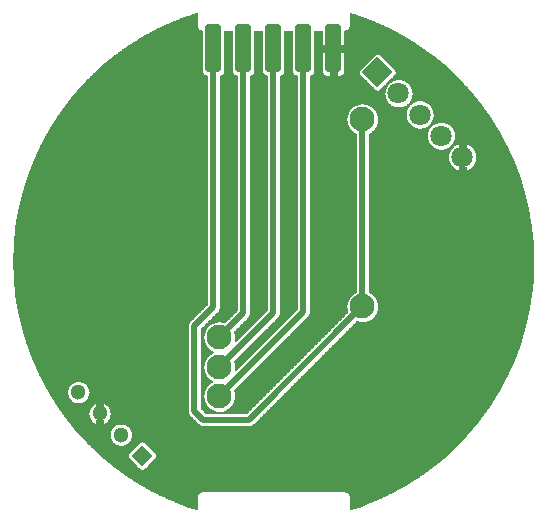
<source format=gbl>
%FSLAX33Y33*%
%MOMM*%
%AMRR-H1300000-W4000000-R120000-RO0.500*
21,1,3.76,1.3,0.,0.,270*
21,1,4.,1.06,0.,0.,270*
1,1,0.24,0.53,1.88*
1,1,0.24,0.53,-1.88*
1,1,0.24,-0.53,-1.88*
1,1,0.24,-0.53,1.88*%
%AMRect-W1300000-H1300000-RO1.750*
21,1,1.3,1.3,0.,0.,45*%
%AMRect-W1800000-H1800000-RO1.750*
21,1,1.8,1.8,0.,0.,45*%
%ADD10C,0.0508*%
%ADD11C,0.508*%
%ADD12C,2.1*%
%ADD13RR-H1300000-W4000000-R120000-RO0.500*%
%ADD14C,1.3*%
%ADD15Rect-W1300000-H1300000-RO1.750*%
%ADD16C,1.8*%
%ADD17Rect-W1800000-H1800000-RO1.750*%
D10*
%LNpour fill*%
G01*
X-6492Y-20000D02*
X-6492Y-20000D01*
X-6492Y-20000*
X-6482Y-19904*
X-6482Y-19904*
X-6454Y-19812*
X-6454Y-19812*
X-6409Y-19727*
X-6409Y-19727*
X-6348Y-19652*
X-6348Y-19652*
X-6273Y-19591*
X-6273Y-19591*
X-6188Y-19546*
X-6188Y-19546*
X-6096Y-19518*
X-6096Y-19518*
X-6000Y-19508*
X-6000Y-19508*
X6000Y-19508*
X6000Y-19508*
X6096Y-19518*
X6096Y-19518*
X6188Y-19546*
X6188Y-19546*
X6273Y-19591*
X6273Y-19591*
X6348Y-19652*
X6348Y-19652*
X6409Y-19727*
X6409Y-19727*
X6454Y-19812*
X6454Y-19812*
X6482Y-19904*
X6482Y-19904*
X6492Y-20000*
X6492Y-20000*
X6492Y-21018*
X7235Y-20786*
X8571Y-20272*
X9871Y-19672*
X11128Y-18988*
X12339Y-18225*
X13497Y-17384*
X14599Y-16470*
X15639Y-15487*
X16612Y-14437*
X17515Y-13327*
X18345Y-12161*
X19096Y-10942*
X19767Y-9678*
X20354Y-8373*
X20855Y-7032*
X21268Y-5662*
X21591Y-4267*
X21823Y-2855*
X21950Y-1561*
X21950Y1561*
X21823Y2855*
X21591Y4267*
X21268Y5662*
X20855Y7032*
X20354Y8373*
X19767Y9678*
X19096Y10942*
X18345Y12161*
X17515Y13327*
X16612Y14437*
X15639Y15487*
X14599Y16470*
X13497Y17384*
X12339Y18225*
X11128Y18988*
X9871Y19672*
X8571Y20272*
X7235Y20786*
X6492Y21018*
X6492Y20000*
X6492Y20000*
X6482Y19904*
X6482Y19904*
X6454Y19812*
X6454Y19812*
X6409Y19727*
X6409Y19727*
X6348Y19652*
X6348Y19652*
X6273Y19591*
X6273Y19591*
X6188Y19546*
X6188Y19546*
X6096Y19518*
X6096Y19518*
X6030Y19511*
X6030Y18300*
X6030Y18300*
X5655Y18300*
X5655Y17700*
X6030Y17700*
X6030Y17700*
X6030Y16121*
X6030Y16121*
X6025Y16055*
X6025Y16055*
X6010Y15991*
X6010Y15991*
X5984Y15930*
X5984Y15930*
X5950Y15873*
X5950Y15873*
X5907Y15823*
X5907Y15823*
X5857Y15780*
X5857Y15780*
X5800Y15746*
X5800Y15746*
X5739Y15720*
X5739Y15720*
X5675Y15705*
X5675Y15705*
X5609Y15700*
X5609Y15700*
X5380Y15700*
X5380Y15700*
X5380Y16075*
X4780Y16075*
X4780Y15700*
X4780Y15700*
X4551Y15700*
X4551Y15700*
X4485Y15705*
X4485Y15705*
X4421Y15720*
X4421Y15720*
X4360Y15746*
X4360Y15746*
X4303Y15780*
X4303Y15780*
X4253Y15823*
X4253Y15823*
X4210Y15873*
X4210Y15873*
X4176Y15930*
X4176Y15930*
X4150Y15991*
X4150Y15991*
X4135Y16055*
X4135Y16055*
X4130Y16121*
X4130Y16121*
X4130Y17700*
X4130Y17700*
X4505Y17700*
X4505Y18300*
X4130Y18300*
X4130Y18300*
X4130Y19508*
X3490Y19508*
X3490Y16121*
X3490Y16121*
X3485Y16055*
X3485Y16055*
X3470Y15991*
X3470Y15991*
X3444Y15930*
X3444Y15930*
X3410Y15873*
X3410Y15873*
X3367Y15823*
X3367Y15823*
X3317Y15780*
X3317Y15780*
X3260Y15746*
X3260Y15746*
X3199Y15720*
X3199Y15720*
X3095Y15695*
X3095Y-4310*
X3095Y-4310*
X3085Y-4418*
X3085Y-4418*
X3053Y-4522*
X3053Y-4522*
X3002Y-4618*
X3002Y-4618*
X2933Y-4703*
X2933Y-4703*
X-3318Y-10953*
X-3258Y-11124*
X-3258Y-11124*
X-3224Y-11425*
X-3224Y-11425*
X-3258Y-11726*
X-3258Y-11726*
X-3358Y-12011*
X-3358Y-12011*
X-3519Y-12267*
X-3519Y-12268*
X-3732Y-12481*
X-3733Y-12481*
X-3989Y-12642*
X-3989Y-12642*
X-4274Y-12742*
X-4274Y-12742*
X-4567Y-12775*
X-4560Y-12895*
X-2305Y-12895*
X6268Y-4322*
X6208Y-4151*
X6208Y-4151*
X6174Y-3850*
X6174Y-3850*
X6208Y-3549*
X6208Y-3549*
X6308Y-3264*
X6308Y-3264*
X6469Y-3008*
X6469Y-3007*
X6682Y-2794*
X6683Y-2794*
X6970Y-2613*
X6970Y10763*
X6683Y10944*
X6682Y10944*
X6469Y11157*
X6469Y11158*
X6308Y11414*
X6308Y11414*
X6208Y11699*
X6208Y11699*
X6174Y12000*
X6174Y12000*
X6208Y12301*
X6208Y12301*
X6308Y12586*
X6308Y12586*
X6469Y12842*
X6469Y12843*
X6682Y13056*
X6683Y13056*
X6939Y13217*
X6939Y13217*
X7224Y13317*
X7224Y13317*
X7525Y13351*
X7525Y13351*
X7826Y13317*
X7826Y13317*
X8111Y13217*
X8111Y13217*
X8367Y13056*
X8368Y13056*
X8581Y12843*
X8581Y12842*
X8742Y12586*
X8742Y12586*
X8842Y12301*
X8842Y12301*
X8876Y12000*
X8876Y12000*
X8842Y11699*
X8842Y11699*
X8742Y11414*
X8742Y11414*
X8581Y11158*
X8581Y11157*
X8368Y10944*
X8367Y10944*
X8080Y10763*
X8080Y-2613*
X8367Y-2794*
X8368Y-2794*
X8581Y-3007*
X8581Y-3008*
X8742Y-3264*
X8742Y-3264*
X8842Y-3549*
X8842Y-3549*
X8876Y-3850*
X8876Y-3850*
X8842Y-4151*
X8842Y-4151*
X8742Y-4436*
X8742Y-4436*
X8581Y-4692*
X8581Y-4693*
X8368Y-4906*
X8367Y-4906*
X8111Y-5067*
X8111Y-5067*
X7826Y-5167*
X7826Y-5167*
X7525Y-5201*
X7525Y-5201*
X7224Y-5167*
X7224Y-5167*
X7053Y-5107*
X-1682Y-13843*
X-1682Y-13843*
X-1767Y-13912*
X-1767Y-13912*
X-1863Y-13963*
X-1863Y-13963*
X-1967Y-13995*
X-1967Y-13995*
X-2075Y-14005*
X-2075Y-14005*
X-5917Y-14005*
X-5917Y-14005*
X-6025Y-13995*
X-6025Y-13995*
X-6129Y-13963*
X-6129Y-13963*
X-6225Y-13912*
X-6225Y-13912*
X-6310Y-13843*
X-6310Y-13843*
X-7068Y-13085*
X-7068Y-13085*
X-7137Y-13000*
X-7137Y-13000*
X-7188Y-12904*
X-7188Y-12904*
X-7220Y-12800*
X-7220Y-12800*
X-7230Y-12692*
X-7230Y-12692*
X-7230Y-5500*
X-7230Y-5500*
X-7220Y-5392*
X-7220Y-5392*
X-7188Y-5288*
X-7188Y-5288*
X-7137Y-5192*
X-7137Y-5192*
X-7068Y-5107*
X-7068Y-5107*
X-5635Y-3675*
X-5635Y15695*
X-5739Y15720*
X-5739Y15720*
X-5800Y15746*
X-5800Y15746*
X-5857Y15780*
X-5857Y15780*
X-5907Y15823*
X-5907Y15823*
X-5950Y15873*
X-5950Y15873*
X-5984Y15930*
X-5984Y15930*
X-6010Y15991*
X-6010Y15991*
X-6025Y16055*
X-6025Y16055*
X-6030Y16121*
X-6030Y16121*
X-6030Y19511*
X-6096Y19518*
X-6096Y19518*
X-6188Y19546*
X-6188Y19546*
X-6273Y19591*
X-6273Y19591*
X-6348Y19652*
X-6348Y19652*
X-6409Y19727*
X-6409Y19727*
X-6454Y19812*
X-6454Y19812*
X-6482Y19904*
X-6482Y19904*
X-6492Y20000*
X-6492Y20000*
X-6492Y21018*
X-7235Y20786*
X-8571Y20272*
X-9871Y19672*
X-11128Y18988*
X-12339Y18225*
X-13497Y17384*
X-14599Y16470*
X-15639Y15487*
X-16612Y14437*
X-17515Y13327*
X-18345Y12161*
X-19096Y10942*
X-19767Y9678*
X-20354Y8373*
X-20855Y7032*
X-21268Y5662*
X-21591Y4267*
X-21823Y2855*
X-21963Y1431*
X-22009Y0*
X-21963Y-1431*
X-21823Y-2855*
X-21591Y-4267*
X-21268Y-5662*
X-20855Y-7032*
X-20354Y-8373*
X-19767Y-9678*
X-19096Y-10942*
X-18345Y-12161*
X-17515Y-13327*
X-16612Y-14437*
X-15639Y-15487*
X-14599Y-16470*
X-13497Y-17384*
X-12339Y-18225*
X-11128Y-18988*
X-9871Y-19672*
X-8571Y-20272*
X-7235Y-20786*
X-6492Y-21018*
X-6492Y-20000*
X8808Y14418D02*
X8761Y14422D01*
X8715Y14433*
X8671Y14451*
X8631Y14476*
X8595Y14506*
X7322Y15779*
X7292Y15815*
X7267Y15855*
X7249Y15899*
X7238Y15945*
X7234Y15992*
X7238Y16039*
X7249Y16085*
X7267Y16129*
X7292Y16169*
X7322Y16205*
X8595Y17478*
X8631Y17508*
X8671Y17533*
X8715Y17551*
X8761Y17562*
X8808Y17566*
X8855Y17562*
X8901Y17551*
X8945Y17533*
X8985Y17508*
X9021Y17478*
X10294Y16205*
X10324Y16169*
X10349Y16129*
X10367Y16085*
X10378Y16039*
X10382Y15992*
X10378Y15945*
X10367Y15899*
X10349Y15855*
X10324Y15815*
X10294Y15779*
X9021Y14506*
X8985Y14476*
X8945Y14451*
X8901Y14433*
X8855Y14422*
X8808Y14418*
X10749Y13004D02*
X10459Y13004D01*
X10178Y13073*
X9922Y13208*
X9705Y13400*
X9541Y13638*
X9438Y13909*
X9403Y14196*
X9438Y14483*
X9541Y14754*
X9705Y14992*
X9922Y15184*
X10178Y15319*
X10459Y15388*
X10749Y15388*
X11030Y15319*
X11286Y15184*
X11503Y14992*
X11667Y14754*
X11770Y14483*
X11805Y14196*
X11770Y13909*
X11667Y13638*
X11503Y13400*
X11286Y13208*
X11030Y13073*
X10749Y13004*
X12545Y11208D02*
X12255Y11208D01*
X11974Y11277*
X11718Y11412*
X11501Y11604*
X11337Y11842*
X11234Y12113*
X11199Y12400*
X11234Y12687*
X11337Y12958*
X11501Y13196*
X11718Y13388*
X11974Y13523*
X12255Y13592*
X12545Y13592*
X12826Y13523*
X13082Y13388*
X13299Y13196*
X13463Y12958*
X13566Y12687*
X13601Y12400*
X13566Y12113*
X13463Y11842*
X13299Y11604*
X13082Y11412*
X12826Y11277*
X12545Y11208*
X14341Y9412D02*
X14051Y9412D01*
X13770Y9481*
X13514Y9616*
X13297Y9808*
X13133Y10046*
X13030Y10317*
X12995Y10604*
X13030Y10891*
X13133Y11162*
X13297Y11400*
X13514Y11592*
X13770Y11727*
X14051Y11796*
X14341Y11796*
X14622Y11727*
X14878Y11592*
X15095Y11400*
X15259Y11162*
X15362Y10891*
X15397Y10604*
X15362Y10317*
X15259Y10046*
X15095Y9808*
X14878Y9616*
X14622Y9481*
X14341Y9412*
X16292Y7654D02*
X16292Y7989D01*
X15692Y7989*
X15692Y7654*
X15566Y7685*
X15310Y7819*
X15093Y8011*
X14929Y8250*
X14826Y8520*
X14791Y8808*
X14826Y9095*
X14929Y9366*
X15093Y9604*
X15310Y9796*
X15566Y9931*
X15692Y9962*
X15692Y9626*
X16292Y9626*
X16292Y9962*
X16418Y9931*
X16674Y9796*
X16891Y9604*
X17056Y9366*
X17158Y9095*
X17193Y8808*
X17158Y8520*
X17056Y8250*
X16891Y8011*
X16674Y7819*
X16418Y7685*
X16292Y7654*
X-16386Y-12056D02*
X-16615Y-12056D01*
X-16838Y-12001*
X-17041Y-11895*
X-17212Y-11743*
X-17342Y-11554*
X-17424Y-11340*
X-17451Y-11112*
X-17424Y-10885*
X-17342Y-10670*
X-17212Y-10482*
X-17041Y-10330*
X-16838Y-10223*
X-16615Y-10168*
X-16386Y-10168*
X-16163Y-10223*
X-15960Y-10330*
X-15789Y-10482*
X-15658Y-10670*
X-15577Y-10885*
X-15549Y-11112*
X-15577Y-11340*
X-15658Y-11554*
X-15789Y-11743*
X-15960Y-11895*
X-16163Y-12001*
X-16386Y-12056*
X-14404Y-13807D02*
X-14404Y-13479D01*
X-15004Y-13479*
X-15004Y-13807*
X-15042Y-13798*
X-15245Y-13691*
X-15416Y-13539*
X-15546Y-13350*
X-15628Y-13136*
X-15655Y-12908*
X-15628Y-12681*
X-15546Y-12466*
X-15416Y-12278*
X-15245Y-12126*
X-15042Y-12019*
X-15004Y-12010*
X-15004Y-12338*
X-14404Y-12338*
X-14404Y-12010*
X-14367Y-12019*
X-14164Y-12126*
X-13993Y-12278*
X-13862Y-12466*
X-13781Y-12681*
X-13753Y-12908*
X-13781Y-13136*
X-13862Y-13350*
X-13993Y-13539*
X-14164Y-13691*
X-14367Y-13798*
X-14404Y-13807*
X-12794Y-15648D02*
X-13023Y-15648D01*
X-13246Y-15594*
X-13449Y-15487*
X-13620Y-15335*
X-13750Y-15146*
X-13832Y-14932*
X-13859Y-14704*
X-13832Y-14477*
X-13750Y-14262*
X-13620Y-14074*
X-13449Y-13922*
X-13246Y-13815*
X-13023Y-13760*
X-12794Y-13760*
X-12571Y-13815*
X-12368Y-13922*
X-12196Y-14074*
X-12066Y-14262*
X-11985Y-14477*
X-11957Y-14704*
X-11985Y-14932*
X-12066Y-15146*
X-12196Y-15335*
X-12368Y-15487*
X-12571Y-15594*
X-12794Y-15648*
X-11112Y-17721D02*
X-11159Y-17717D01*
X-11205Y-17706*
X-11249Y-17688*
X-11289Y-17663*
X-11325Y-17632*
X-12244Y-16713*
X-12275Y-16677*
X-12300Y-16637*
X-12318Y-16593*
X-12329Y-16547*
X-12332Y-16500*
X-12329Y-16453*
X-12318Y-16407*
X-12300Y-16364*
X-12275Y-16323*
X-12244Y-16288*
X-11325Y-15368*
X-11289Y-15338*
X-11249Y-15313*
X-11205Y-15295*
X-11159Y-15284*
X-11112Y-15280*
X-11065Y-15284*
X-11019Y-15295*
X-10976Y-15313*
X-10935Y-15338*
X-10899Y-15368*
X-9980Y-16288*
X-9950Y-16323*
X-9925Y-16364*
X-9907Y-16407*
X-9896Y-16453*
X-9892Y-16500*
X-9896Y-16547*
X-9907Y-16593*
X-9925Y-16637*
X-9950Y-16677*
X-9980Y-16713*
X-10899Y-17632*
X-10935Y-17663*
X-10976Y-17688*
X-11019Y-17706*
X-11065Y-17717*
X-11112Y-17721*
X-6650Y-20969D02*
X-6491Y-20969D01*
X6491Y-20969D02*
X6650Y-20969D01*
X-6809Y-20919D02*
X-6491Y-20919D01*
X6491Y-20919D02*
X6809Y-20919D01*
X-6968Y-20870D02*
X-6491Y-20870D01*
X6491Y-20870D02*
X6968Y-20870D01*
X-7126Y-20820D02*
X-6491Y-20820D01*
X6491Y-20820D02*
X7126Y-20820D01*
X-7276Y-20771D02*
X-6491Y-20771D01*
X6491Y-20771D02*
X7276Y-20771D01*
X-7404Y-20721D02*
X-6491Y-20721D01*
X6491Y-20721D02*
X7404Y-20721D01*
X-7533Y-20671D02*
X-6491Y-20671D01*
X6492Y-20671D02*
X7533Y-20671D01*
X-7662Y-20622D02*
X-6491Y-20622D01*
X6492Y-20622D02*
X7662Y-20622D01*
X-7790Y-20572D02*
X-6491Y-20572D01*
X6492Y-20572D02*
X7790Y-20572D01*
X-7919Y-20523D02*
X-6491Y-20523D01*
X6492Y-20523D02*
X7919Y-20523D01*
X-8048Y-20473D02*
X-6492Y-20473D01*
X6492Y-20473D02*
X8048Y-20473D01*
X-8176Y-20424D02*
X-6492Y-20424D01*
X6492Y-20424D02*
X8176Y-20424D01*
X-8305Y-20374D02*
X-6492Y-20374D01*
X6492Y-20374D02*
X8305Y-20374D01*
X-8434Y-20325D02*
X-6492Y-20325D01*
X6492Y-20325D02*
X8434Y-20325D01*
X-8562Y-20275D02*
X-6492Y-20275D01*
X6492Y-20275D02*
X8562Y-20275D01*
X-8671Y-20226D02*
X-6492Y-20226D01*
X6492Y-20226D02*
X8671Y-20226D01*
X-8778Y-20176D02*
X-6492Y-20176D01*
X6492Y-20176D02*
X8778Y-20176D01*
X-8886Y-20127D02*
X-6492Y-20127D01*
X6492Y-20127D02*
X8886Y-20127D01*
X-8993Y-20077D02*
X-6492Y-20077D01*
X6492Y-20077D02*
X8993Y-20077D01*
X-9100Y-20028D02*
X-6492Y-20028D01*
X6492Y-20028D02*
X9100Y-20028D01*
X-9207Y-19978D02*
X-6489Y-19978D01*
X6489Y-19978D02*
X9207Y-19978D01*
X-9315Y-19929D02*
X-6484Y-19929D01*
X6484Y-19929D02*
X9315Y-19929D01*
X-9422Y-19879D02*
X-6474Y-19879D01*
X6474Y-19879D02*
X9422Y-19879D01*
X-9529Y-19829D02*
X-6459Y-19829D01*
X6459Y-19829D02*
X9529Y-19829D01*
X-9637Y-19780D02*
X-6437Y-19780D01*
X6437Y-19780D02*
X9637Y-19780D01*
X-9744Y-19730D02*
X-6411Y-19730D01*
X6411Y-19730D02*
X9744Y-19730D01*
X-9851Y-19681D02*
X-6371Y-19681D01*
X6371Y-19681D02*
X9851Y-19681D01*
X-9945Y-19631D02*
X-6322Y-19631D01*
X6322Y-19631D02*
X9945Y-19631D01*
X-10036Y-19582D02*
X-6255Y-19582D01*
X6255Y-19582D02*
X10036Y-19582D01*
X-10128Y-19532D02*
X-6143Y-19532D01*
X6143Y-19532D02*
X10128Y-19532D01*
X-10219Y-19483D02*
X10219Y-19483D01*
X-10310Y-19433D02*
X10310Y-19433D01*
X-10401Y-19384D02*
X10401Y-19384D01*
X-10492Y-19334D02*
X10492Y-19334D01*
X-10584Y-19285D02*
X10584Y-19285D01*
X-10675Y-19235D02*
X10675Y-19235D01*
X-10766Y-19186D02*
X10766Y-19186D01*
X-10857Y-19136D02*
X10857Y-19136D01*
X-10948Y-19087D02*
X10948Y-19087D01*
X-11039Y-19037D02*
X11039Y-19037D01*
X-11130Y-18987D02*
X11130Y-18987D01*
X-11209Y-18938D02*
X11209Y-18938D01*
X-11287Y-18888D02*
X11287Y-18888D01*
X-11366Y-18839D02*
X11366Y-18839D01*
X-11445Y-18789D02*
X11445Y-18789D01*
X-11523Y-18740D02*
X11523Y-18740D01*
X-11602Y-18690D02*
X11602Y-18690D01*
X-11680Y-18641D02*
X11680Y-18641D01*
X-11759Y-18591D02*
X11759Y-18591D01*
X-11837Y-18542D02*
X11837Y-18542D01*
X-11916Y-18492D02*
X11916Y-18492D01*
X-11994Y-18443D02*
X11994Y-18443D01*
X-12073Y-18393D02*
X12073Y-18393D01*
X-12151Y-18344D02*
X12151Y-18344D01*
X-12230Y-18294D02*
X12230Y-18294D01*
X-12308Y-18244D02*
X12308Y-18244D01*
X-12381Y-18195D02*
X12381Y-18195D01*
X-12449Y-18145D02*
X12449Y-18145D01*
X-12517Y-18096D02*
X12517Y-18096D01*
X-12586Y-18046D02*
X12586Y-18046D01*
X-12654Y-17997D02*
X12654Y-17997D01*
X-12722Y-17947D02*
X12722Y-17947D01*
X-12790Y-17898D02*
X12790Y-17898D01*
X-12859Y-17848D02*
X12859Y-17848D01*
X-12927Y-17799D02*
X12927Y-17799D01*
X-12995Y-17749D02*
X12995Y-17749D01*
X-13063Y-17700D02*
X-11221Y-17700D01*
X-11003Y-17700D02*
X13063Y-17700D01*
X-13132Y-17650D02*
X-11305Y-17650D01*
X-10920Y-17650D02*
X13132Y-17650D01*
X-13200Y-17601D02*
X-11357Y-17601D01*
X-10867Y-17601D02*
X13200Y-17601D01*
X-13268Y-17551D02*
X-11407Y-17551D01*
X-10818Y-17551D02*
X13268Y-17551D01*
X-13336Y-17502D02*
X-11456Y-17502D01*
X-10768Y-17502D02*
X13336Y-17502D01*
X-13405Y-17452D02*
X-11506Y-17452D01*
X-10719Y-17452D02*
X13405Y-17452D01*
X-13473Y-17402D02*
X-11555Y-17402D01*
X-10669Y-17402D02*
X13473Y-17402D01*
X-13536Y-17353D02*
X-11605Y-17353D01*
X-10620Y-17353D02*
X13536Y-17353D01*
X-13595Y-17303D02*
X-11655Y-17303D01*
X-10570Y-17303D02*
X13595Y-17303D01*
X-13655Y-17254D02*
X-11704Y-17254D01*
X-10520Y-17254D02*
X13655Y-17254D01*
X-13715Y-17204D02*
X-11754Y-17204D01*
X-10471Y-17204D02*
X13715Y-17204D01*
X-13775Y-17155D02*
X-11803Y-17155D01*
X-10421Y-17155D02*
X13775Y-17155D01*
X-13834Y-17105D02*
X-11853Y-17105D01*
X-10372Y-17105D02*
X13834Y-17105D01*
X-13894Y-17056D02*
X-11902Y-17056D01*
X-10322Y-17056D02*
X13894Y-17056D01*
X-13954Y-17006D02*
X-11952Y-17006D01*
X-10273Y-17006D02*
X13954Y-17006D01*
X-14013Y-16957D02*
X-12001Y-16957D01*
X-10223Y-16957D02*
X14013Y-16957D01*
X-14073Y-16907D02*
X-12051Y-16907D01*
X-10174Y-16907D02*
X14073Y-16907D01*
X-14133Y-16858D02*
X-12100Y-16858D01*
X-10124Y-16858D02*
X14133Y-16858D01*
X-14192Y-16808D02*
X-12150Y-16808D01*
X-10075Y-16808D02*
X14192Y-16808D01*
X-14252Y-16759D02*
X-12199Y-16759D01*
X-10025Y-16759D02*
X14252Y-16759D01*
X-14312Y-16709D02*
X-12248Y-16709D01*
X-9976Y-16709D02*
X14312Y-16709D01*
X-14371Y-16660D02*
X-12286Y-16660D01*
X-9938Y-16660D02*
X14371Y-16660D01*
X-14431Y-16610D02*
X-12311Y-16610D01*
X-9913Y-16610D02*
X14431Y-16610D01*
X-14491Y-16560D02*
X-12326Y-16560D01*
X-9899Y-16560D02*
X14491Y-16560D01*
X-14550Y-16511D02*
X-12332Y-16511D01*
X-9893Y-16511D02*
X14550Y-16511D01*
X-14609Y-16461D02*
X-12330Y-16461D01*
X-9895Y-16461D02*
X14609Y-16461D01*
X-14661Y-16412D02*
X-12319Y-16412D01*
X-9905Y-16412D02*
X14661Y-16412D01*
X-14713Y-16362D02*
X-12299Y-16362D01*
X-9925Y-16362D02*
X14713Y-16362D01*
X-14766Y-16313D02*
X-12266Y-16313D01*
X-9958Y-16313D02*
X14766Y-16313D01*
X-14818Y-16263D02*
X-12220Y-16263D01*
X-10004Y-16263D02*
X14818Y-16263D01*
X-14870Y-16214D02*
X-12171Y-16214D01*
X-10054Y-16214D02*
X14870Y-16214D01*
X-14923Y-16164D02*
X-12121Y-16164D01*
X-10103Y-16164D02*
X14923Y-16164D01*
X-14975Y-16115D02*
X-12072Y-16115D01*
X-10153Y-16115D02*
X14975Y-16115D01*
X-15027Y-16065D02*
X-12022Y-16065D01*
X-10202Y-16065D02*
X15027Y-16065D01*
X-15080Y-16016D02*
X-11973Y-16016D01*
X-10252Y-16016D02*
X15080Y-16016D01*
X-15132Y-15966D02*
X-11923Y-15966D01*
X-10301Y-15966D02*
X15132Y-15966D01*
X-15185Y-15917D02*
X-11874Y-15917D01*
X-10351Y-15917D02*
X15185Y-15917D01*
X-15237Y-15867D02*
X-11824Y-15867D01*
X-10400Y-15867D02*
X15237Y-15867D01*
X-15289Y-15818D02*
X-11775Y-15818D01*
X-10450Y-15818D02*
X15289Y-15818D01*
X-15342Y-15768D02*
X-11725Y-15768D01*
X-10499Y-15768D02*
X15342Y-15768D01*
X-15394Y-15718D02*
X-11676Y-15718D01*
X-10549Y-15718D02*
X15394Y-15718D01*
X-15446Y-15669D02*
X-11626Y-15669D01*
X-10598Y-15669D02*
X15446Y-15669D01*
X-15499Y-15619D02*
X-13142Y-15619D01*
X-12675Y-15619D02*
X-11577Y-15619D01*
X-10648Y-15619D02*
X15499Y-15619D01*
X-15551Y-15570D02*
X-13291Y-15570D01*
X-12525Y-15570D02*
X-11527Y-15570D01*
X-10698Y-15570D02*
X15551Y-15570D01*
X-15603Y-15520D02*
X-13386Y-15520D01*
X-12431Y-15520D02*
X-11477Y-15520D01*
X-10747Y-15520D02*
X15603Y-15520D01*
X-15654Y-15471D02*
X-13467Y-15471D01*
X-12349Y-15471D02*
X-11428Y-15471D01*
X-10797Y-15471D02*
X15654Y-15471D01*
X-15700Y-15421D02*
X-13523Y-15421D01*
X-12293Y-15421D02*
X-11378Y-15421D01*
X-10846Y-15421D02*
X15700Y-15421D01*
X-15745Y-15372D02*
X-13579Y-15372D01*
X-12238Y-15372D02*
X-11329Y-15372D01*
X-10896Y-15372D02*
X15745Y-15372D01*
X-15791Y-15322D02*
X-13629Y-15322D01*
X-12187Y-15322D02*
X-11264Y-15322D01*
X-10960Y-15322D02*
X15791Y-15322D01*
X-15837Y-15273D02*
X-13663Y-15273D01*
X-12153Y-15273D02*
X15837Y-15273D01*
X-15883Y-15223D02*
X-13698Y-15223D01*
X-12119Y-15223D02*
X15883Y-15223D01*
X-15929Y-15174D02*
X-13732Y-15174D01*
X-12085Y-15174D02*
X15929Y-15174D01*
X-15975Y-15124D02*
X-13759Y-15124D01*
X-12058Y-15124D02*
X15975Y-15124D01*
X-16021Y-15075D02*
X-13778Y-15075D01*
X-12039Y-15075D02*
X16021Y-15075D01*
X-16067Y-15025D02*
X-13797Y-15025D01*
X-12020Y-15025D02*
X16067Y-15025D01*
X-16113Y-14976D02*
X-13815Y-14976D01*
X-12001Y-14976D02*
X16113Y-14976D01*
X-16159Y-14926D02*
X-13833Y-14926D01*
X-11984Y-14926D02*
X16159Y-14926D01*
X-16205Y-14876D02*
X-13839Y-14876D01*
X-11978Y-14876D02*
X16205Y-14876D01*
X-16251Y-14827D02*
X-13845Y-14827D01*
X-11972Y-14827D02*
X16251Y-14827D01*
X-16297Y-14777D02*
X-13851Y-14777D01*
X-11966Y-14777D02*
X16297Y-14777D01*
X-16343Y-14728D02*
X-13857Y-14728D01*
X-11960Y-14728D02*
X16343Y-14728D01*
X-16389Y-14678D02*
X-13856Y-14678D01*
X-11960Y-14678D02*
X16389Y-14678D01*
X-16435Y-14629D02*
X-13850Y-14629D01*
X-11966Y-14629D02*
X16435Y-14629D01*
X-16481Y-14579D02*
X-13844Y-14579D01*
X-11972Y-14579D02*
X16481Y-14579D01*
X-16527Y-14530D02*
X-13838Y-14530D01*
X-11978Y-14530D02*
X16527Y-14530D01*
X-16573Y-14480D02*
X-13832Y-14480D01*
X-11984Y-14480D02*
X16573Y-14480D01*
X-16618Y-14431D02*
X-13814Y-14431D01*
X-12002Y-14431D02*
X16618Y-14431D01*
X-16658Y-14381D02*
X-13796Y-14381D01*
X-12021Y-14381D02*
X16658Y-14381D01*
X-16698Y-14332D02*
X-13777Y-14332D01*
X-12040Y-14332D02*
X16698Y-14332D01*
X-16739Y-14282D02*
X-13758Y-14282D01*
X-12058Y-14282D02*
X16739Y-14282D01*
X-16779Y-14233D02*
X-13730Y-14233D01*
X-12087Y-14233D02*
X16779Y-14233D01*
X-16819Y-14183D02*
X-13696Y-14183D01*
X-12121Y-14183D02*
X16819Y-14183D01*
X-16860Y-14133D02*
X-13662Y-14133D01*
X-12155Y-14133D02*
X16860Y-14133D01*
X-16900Y-14084D02*
X-13628Y-14084D01*
X-12189Y-14084D02*
X16900Y-14084D01*
X-16940Y-14034D02*
X-13576Y-14034D01*
X-12240Y-14034D02*
X16940Y-14034D01*
X-16981Y-13985D02*
X-13520Y-13985D01*
X-12296Y-13985D02*
X-6056Y-13985D01*
X-1936Y-13985D02*
X16981Y-13985D01*
X-17021Y-13935D02*
X-13464Y-13935D01*
X-12352Y-13935D02*
X-6181Y-13935D01*
X-1811Y-13935D02*
X17021Y-13935D01*
X-17061Y-13886D02*
X-13381Y-13886D01*
X-12436Y-13886D02*
X-6257Y-13886D01*
X-1735Y-13886D02*
X17061Y-13886D01*
X-17101Y-13836D02*
X-13286Y-13836D01*
X-12530Y-13836D02*
X-6316Y-13836D01*
X-1676Y-13836D02*
X17101Y-13836D01*
X-17142Y-13787D02*
X-15063Y-13787D01*
X-15004Y-13787D02*
X-14405Y-13787D01*
X-14346Y-13787D02*
X-13132Y-13787D01*
X-12685Y-13787D02*
X-6365Y-13787D01*
X-1627Y-13787D02*
X17142Y-13787D01*
X-17182Y-13737D02*
X-15157Y-13737D01*
X-15004Y-13737D02*
X-14405Y-13737D01*
X-14252Y-13737D02*
X-6415Y-13737D01*
X-1577Y-13737D02*
X17182Y-13737D01*
X-17222Y-13688D02*
X-15249Y-13688D01*
X-15004Y-13688D02*
X-14405Y-13688D01*
X-14160Y-13688D02*
X-6464Y-13688D01*
X-1528Y-13688D02*
X17222Y-13688D01*
X-17263Y-13638D02*
X-15305Y-13638D01*
X-15004Y-13638D02*
X-14405Y-13638D01*
X-14104Y-13638D02*
X-6514Y-13638D01*
X-1478Y-13638D02*
X17263Y-13638D01*
X-17303Y-13589D02*
X-15360Y-13589D01*
X-15004Y-13589D02*
X-14405Y-13589D01*
X-14048Y-13589D02*
X-6563Y-13589D01*
X-1429Y-13589D02*
X17303Y-13589D01*
X-17343Y-13539D02*
X-15416Y-13539D01*
X-15004Y-13539D02*
X-14405Y-13539D01*
X-13992Y-13539D02*
X-6613Y-13539D01*
X-1379Y-13539D02*
X17343Y-13539D01*
X-17383Y-13490D02*
X-15451Y-13490D01*
X-15004Y-13490D02*
X-14405Y-13490D01*
X-13958Y-13490D02*
X-6662Y-13490D01*
X-1330Y-13490D02*
X17383Y-13490D01*
X-17424Y-13440D02*
X-15485Y-13440D01*
X-13924Y-13440D02*
X-6712Y-13440D01*
X-1280Y-13440D02*
X17424Y-13440D01*
X-17464Y-13391D02*
X-15519Y-13391D01*
X-13890Y-13391D02*
X-6761Y-13391D01*
X-1231Y-13391D02*
X17464Y-13391D01*
X-17504Y-13341D02*
X-15550Y-13341D01*
X-13859Y-13341D02*
X-6811Y-13341D01*
X-1181Y-13341D02*
X17504Y-13341D01*
X-17541Y-13291D02*
X-15569Y-13291D01*
X-13840Y-13291D02*
X-6860Y-13291D01*
X-1132Y-13291D02*
X17541Y-13291D01*
X-17576Y-13242D02*
X-15588Y-13242D01*
X-13821Y-13242D02*
X-6910Y-13242D01*
X-1082Y-13242D02*
X17576Y-13242D01*
X-17611Y-13192D02*
X-15607Y-13192D01*
X-13802Y-13192D02*
X-6959Y-13192D01*
X-1033Y-13192D02*
X17611Y-13192D01*
X-17647Y-13143D02*
X-15625Y-13143D01*
X-13783Y-13143D02*
X-7009Y-13143D01*
X-0983Y-13143D02*
X17647Y-13143D01*
X-17682Y-13093D02*
X-15633Y-13093D01*
X-13776Y-13093D02*
X-7059Y-13093D01*
X-0933Y-13093D02*
X17682Y-13093D01*
X-17717Y-13044D02*
X-15639Y-13044D01*
X-13770Y-13044D02*
X-7101Y-13044D01*
X-0884Y-13044D02*
X17717Y-13044D01*
X-17752Y-12994D02*
X-15645Y-12994D01*
X-13764Y-12994D02*
X-7140Y-12994D01*
X-0834Y-12994D02*
X17752Y-12994D01*
X-17787Y-12945D02*
X-15651Y-12945D01*
X-13758Y-12945D02*
X-7166Y-12945D01*
X-0785Y-12945D02*
X17787Y-12945D01*
X-17823Y-12895D02*
X-15654Y-12895D01*
X-13755Y-12895D02*
X-7191Y-12895D01*
X-0735Y-12895D02*
X17823Y-12895D01*
X-17858Y-12846D02*
X-15648Y-12846D01*
X-13761Y-12846D02*
X-7206Y-12846D01*
X-4563Y-12846D02*
X-2256Y-12846D01*
X-0686Y-12846D02*
X17858Y-12846D01*
X-17893Y-12796D02*
X-15642Y-12796D01*
X-13767Y-12796D02*
X-7220Y-12796D01*
X-4566Y-12796D02*
X-2206Y-12796D01*
X-0636Y-12796D02*
X17893Y-12796D01*
X-17928Y-12747D02*
X-15636Y-12747D01*
X-13773Y-12747D02*
X-7225Y-12747D01*
X-4315Y-12747D02*
X-2157Y-12747D01*
X-0587Y-12747D02*
X17928Y-12747D01*
X-17963Y-12697D02*
X-15630Y-12697D01*
X-13779Y-12697D02*
X-7229Y-12697D01*
X-4146Y-12697D02*
X-2107Y-12697D01*
X-0537Y-12697D02*
X17963Y-12697D01*
X-17999Y-12648D02*
X-15615Y-12648D01*
X-13793Y-12648D02*
X-7230Y-12648D01*
X-4004Y-12648D02*
X-2057Y-12648D01*
X-0488Y-12648D02*
X17999Y-12648D01*
X-18034Y-12598D02*
X-15597Y-12598D01*
X-13812Y-12598D02*
X-7230Y-12598D01*
X-3919Y-12598D02*
X-2008Y-12598D01*
X-0438Y-12598D02*
X18034Y-12598D01*
X-18069Y-12549D02*
X-15578Y-12549D01*
X-13831Y-12549D02*
X-7230Y-12549D01*
X-3840Y-12549D02*
X-1958Y-12549D01*
X-0389Y-12549D02*
X18069Y-12549D01*
X-18104Y-12499D02*
X-15559Y-12499D01*
X-13850Y-12499D02*
X-7230Y-12499D01*
X-3761Y-12499D02*
X-1909Y-12499D01*
X-0339Y-12499D02*
X18104Y-12499D01*
X-18139Y-12449D02*
X-15535Y-12449D01*
X-13874Y-12449D02*
X-7230Y-12449D01*
X-3701Y-12449D02*
X-1859Y-12449D01*
X-0290Y-12449D02*
X18139Y-12449D01*
X-18175Y-12400D02*
X-15501Y-12400D01*
X-13908Y-12400D02*
X-7230Y-12400D01*
X-3651Y-12400D02*
X-1810Y-12400D01*
X-0240Y-12400D02*
X18175Y-12400D01*
X-18210Y-12350D02*
X-15467Y-12350D01*
X-13942Y-12350D02*
X-7230Y-12350D01*
X-3602Y-12350D02*
X-1760Y-12350D01*
X-0191Y-12350D02*
X18210Y-12350D01*
X-18245Y-12301D02*
X-15433Y-12301D01*
X-15004Y-12301D02*
X-14405Y-12301D01*
X-13976Y-12301D02*
X-7230Y-12301D01*
X-3552Y-12301D02*
X-1711Y-12301D01*
X-0141Y-12301D02*
X18245Y-12301D01*
X-18280Y-12251D02*
X-15387Y-12251D01*
X-15004Y-12251D02*
X-14405Y-12251D01*
X-14022Y-12251D02*
X-7230Y-12251D01*
X-3509Y-12251D02*
X-1661Y-12251D01*
X-0091Y-12251D02*
X18280Y-12251D01*
X-18315Y-12202D02*
X-15331Y-12202D01*
X-15004Y-12202D02*
X-14405Y-12202D01*
X-14078Y-12202D02*
X-7230Y-12202D01*
X-3478Y-12202D02*
X-1612Y-12202D01*
X-0042Y-12202D02*
X18315Y-12202D01*
X-18350Y-12152D02*
X-15275Y-12152D01*
X-15004Y-12152D02*
X-14405Y-12152D01*
X-14134Y-12152D02*
X-7230Y-12152D01*
X-3446Y-12152D02*
X-1562Y-12152D01*
X0008Y-12152D02*
X18350Y-12152D01*
X-18380Y-12103D02*
X-15202Y-12103D01*
X-15004Y-12103D02*
X-14405Y-12103D01*
X-14207Y-12103D02*
X-7230Y-12103D01*
X-3415Y-12103D02*
X-1513Y-12103D01*
X0057Y-12103D02*
X18380Y-12103D01*
X-18411Y-12053D02*
X-16629Y-12053D01*
X-16372Y-12053D02*
X-15107Y-12053D01*
X-15004Y-12053D02*
X-14405Y-12053D01*
X-14302Y-12053D02*
X-7230Y-12053D01*
X-3384Y-12053D02*
X-1463Y-12053D01*
X0107Y-12053D02*
X18411Y-12053D01*
X-18442Y-12004D02*
X-16830Y-12004D01*
X-16171Y-12004D02*
X-7230Y-12004D01*
X-3355Y-12004D02*
X-1414Y-12004D01*
X0156Y-12004D02*
X18442Y-12004D01*
X-18472Y-11954D02*
X-16928Y-11954D01*
X-16073Y-11954D02*
X-7230Y-11954D01*
X-3338Y-11954D02*
X-1364Y-11954D01*
X0206Y-11954D02*
X18472Y-11954D01*
X-18503Y-11905D02*
X-17023Y-11905D01*
X-15978Y-11905D02*
X-7230Y-11905D01*
X-3321Y-11905D02*
X-1315Y-11905D01*
X0255Y-11905D02*
X18503Y-11905D01*
X-18533Y-11855D02*
X-17086Y-11855D01*
X-15915Y-11855D02*
X-7230Y-11855D01*
X-3303Y-11855D02*
X-1265Y-11855D01*
X0305Y-11855D02*
X18533Y-11855D01*
X-18564Y-11806D02*
X-17142Y-11806D01*
X-15859Y-11806D02*
X-7230Y-11806D01*
X-3286Y-11806D02*
X-1215Y-11806D01*
X0354Y-11806D02*
X18564Y-11806D01*
X-18594Y-11756D02*
X-17198Y-11756D01*
X-15803Y-11756D02*
X-7230Y-11756D01*
X-3269Y-11756D02*
X-1166Y-11756D01*
X0404Y-11756D02*
X18594Y-11756D01*
X-18625Y-11707D02*
X-17238Y-11707D01*
X-15763Y-11707D02*
X-7230Y-11707D01*
X-3256Y-11707D02*
X-1116Y-11707D01*
X0453Y-11707D02*
X18625Y-11707D01*
X-18656Y-11657D02*
X-17272Y-11657D01*
X-15729Y-11657D02*
X-7230Y-11657D01*
X-3250Y-11657D02*
X-1067Y-11657D01*
X0503Y-11657D02*
X18656Y-11657D01*
X-18686Y-11607D02*
X-17306Y-11607D01*
X-15695Y-11607D02*
X-7230Y-11607D01*
X-3245Y-11607D02*
X-1017Y-11607D01*
X0552Y-11607D02*
X18686Y-11607D01*
X-18717Y-11558D02*
X-17340Y-11558D01*
X-15661Y-11558D02*
X-7230Y-11558D01*
X-3239Y-11558D02*
X-0968Y-11558D01*
X0602Y-11558D02*
X18717Y-11558D01*
X-18747Y-11508D02*
X-17360Y-11508D01*
X-15641Y-11508D02*
X-7230Y-11508D01*
X-3233Y-11508D02*
X-0918Y-11508D01*
X0651Y-11508D02*
X18747Y-11508D01*
X-18778Y-11459D02*
X-17379Y-11459D01*
X-15622Y-11459D02*
X-7230Y-11459D01*
X-3228Y-11459D02*
X-0869Y-11459D01*
X0701Y-11459D02*
X18778Y-11459D01*
X-18808Y-11409D02*
X-17398Y-11409D01*
X-15603Y-11409D02*
X-7230Y-11409D01*
X-3226Y-11409D02*
X-0819Y-11409D01*
X0751Y-11409D02*
X18808Y-11409D01*
X-18839Y-11360D02*
X-17416Y-11360D01*
X-15584Y-11360D02*
X-7230Y-11360D01*
X-3231Y-11360D02*
X-0770Y-11360D01*
X0800Y-11360D02*
X18839Y-11360D01*
X-18869Y-11310D02*
X-17428Y-11310D01*
X-15573Y-11310D02*
X-7230Y-11310D01*
X-3237Y-11310D02*
X-0720Y-11310D01*
X0850Y-11310D02*
X18869Y-11310D01*
X-18900Y-11261D02*
X-17434Y-11261D01*
X-15567Y-11261D02*
X-7230Y-11261D01*
X-3243Y-11261D02*
X-0671Y-11261D01*
X0899Y-11261D02*
X18900Y-11261D01*
X-18931Y-11211D02*
X-17440Y-11211D01*
X-15561Y-11211D02*
X-7230Y-11211D01*
X-3248Y-11211D02*
X-0621Y-11211D01*
X0949Y-11211D02*
X18931Y-11211D01*
X-18961Y-11162D02*
X-17446Y-11162D01*
X-15555Y-11162D02*
X-7230Y-11162D01*
X-3254Y-11162D02*
X-0572Y-11162D01*
X0998Y-11162D02*
X18961Y-11162D01*
X-18992Y-11112D02*
X-17452Y-11112D01*
X-15549Y-11112D02*
X-7230Y-11112D01*
X-3262Y-11112D02*
X-0522Y-11112D01*
X1048Y-11112D02*
X18992Y-11112D01*
X-19022Y-11063D02*
X-17446Y-11063D01*
X-15555Y-11063D02*
X-7230Y-11063D01*
X-3279Y-11063D02*
X-0473Y-11063D01*
X1097Y-11063D02*
X19022Y-11063D01*
X-19053Y-11013D02*
X-17440Y-11013D01*
X-15561Y-11013D02*
X-7230Y-11013D01*
X-3297Y-11013D02*
X-0423Y-11013D01*
X1147Y-11013D02*
X19053Y-11013D01*
X-19083Y-10964D02*
X-17434Y-10964D01*
X-15567Y-10964D02*
X-7230Y-10964D01*
X-3314Y-10964D02*
X-0373Y-10964D01*
X1196Y-10964D02*
X19083Y-10964D01*
X-19111Y-10914D02*
X-17428Y-10914D01*
X-15573Y-10914D02*
X-7230Y-10914D01*
X-3279Y-10914D02*
X-0324Y-10914D01*
X1246Y-10914D02*
X19111Y-10914D01*
X-19138Y-10865D02*
X-17416Y-10865D01*
X-15584Y-10865D02*
X-7230Y-10865D01*
X-3230Y-10865D02*
X-0274Y-10865D01*
X1295Y-10865D02*
X19138Y-10865D01*
X-19164Y-10815D02*
X-17398Y-10815D01*
X-15603Y-10815D02*
X-7230Y-10815D01*
X-3180Y-10815D02*
X-0225Y-10815D01*
X1345Y-10815D02*
X19164Y-10815D01*
X-19190Y-10765D02*
X-17379Y-10765D01*
X-15622Y-10765D02*
X-7230Y-10765D01*
X-3131Y-10765D02*
X-0175Y-10765D01*
X1394Y-10765D02*
X19190Y-10765D01*
X-19217Y-10716D02*
X-17360Y-10716D01*
X-15641Y-10716D02*
X-7230Y-10716D01*
X-3081Y-10716D02*
X-0126Y-10716D01*
X1444Y-10716D02*
X19217Y-10716D01*
X-19243Y-10666D02*
X-17340Y-10666D01*
X-15661Y-10666D02*
X-7230Y-10666D01*
X-3032Y-10666D02*
X-0076Y-10666D01*
X1493Y-10666D02*
X19243Y-10666D01*
X-19269Y-10617D02*
X-17306Y-10617D01*
X-15695Y-10617D02*
X-7230Y-10617D01*
X-2982Y-10617D02*
X-0027Y-10617D01*
X1543Y-10617D02*
X19269Y-10617D01*
X-19295Y-10567D02*
X-17272Y-10567D01*
X-15729Y-10567D02*
X-7230Y-10567D01*
X-2932Y-10567D02*
X0023Y-10567D01*
X1593Y-10567D02*
X19295Y-10567D01*
X-19322Y-10518D02*
X-17238Y-10518D01*
X-15763Y-10518D02*
X-7230Y-10518D01*
X-2883Y-10518D02*
X0072Y-10518D01*
X1642Y-10518D02*
X19322Y-10518D01*
X-19348Y-10468D02*
X-17198Y-10468D01*
X-15803Y-10468D02*
X-7230Y-10468D01*
X-2833Y-10468D02*
X0122Y-10468D01*
X1692Y-10468D02*
X19348Y-10468D01*
X-19374Y-10419D02*
X-17142Y-10419D01*
X-15859Y-10419D02*
X-7230Y-10419D01*
X-2784Y-10419D02*
X0171Y-10419D01*
X1741Y-10419D02*
X19374Y-10419D01*
X-19401Y-10369D02*
X-17086Y-10369D01*
X-15915Y-10369D02*
X-7230Y-10369D01*
X-2734Y-10369D02*
X0221Y-10369D01*
X1791Y-10369D02*
X19401Y-10369D01*
X-19427Y-10320D02*
X-17022Y-10320D01*
X-15979Y-10320D02*
X-7230Y-10320D01*
X-2685Y-10320D02*
X0270Y-10320D01*
X1840Y-10320D02*
X19427Y-10320D01*
X-19453Y-10270D02*
X-16928Y-10270D01*
X-16073Y-10270D02*
X-7230Y-10270D01*
X-2635Y-10270D02*
X0320Y-10270D01*
X1890Y-10270D02*
X19453Y-10270D01*
X-19479Y-10221D02*
X-16829Y-10221D01*
X-16172Y-10221D02*
X-7230Y-10221D01*
X-2586Y-10221D02*
X0369Y-10221D01*
X1939Y-10221D02*
X19479Y-10221D01*
X-19506Y-10171D02*
X-16628Y-10171D01*
X-16373Y-10171D02*
X-7230Y-10171D01*
X-2536Y-10171D02*
X0419Y-10171D01*
X1989Y-10171D02*
X19506Y-10171D01*
X-19532Y-10122D02*
X-7230Y-10122D01*
X-2487Y-10122D02*
X0469Y-10122D01*
X2038Y-10122D02*
X19532Y-10122D01*
X-19558Y-10072D02*
X-7230Y-10072D01*
X-2437Y-10072D02*
X0518Y-10072D01*
X2088Y-10072D02*
X19558Y-10072D01*
X-19585Y-10023D02*
X-7230Y-10023D01*
X-2388Y-10023D02*
X0568Y-10023D01*
X2137Y-10023D02*
X19585Y-10023D01*
X-19611Y-9973D02*
X-7230Y-9973D01*
X-2338Y-9973D02*
X0617Y-9973D01*
X2187Y-9973D02*
X19611Y-9973D01*
X-19637Y-9923D02*
X-7230Y-9923D01*
X-2289Y-9923D02*
X0667Y-9923D01*
X2236Y-9923D02*
X19637Y-9923D01*
X-19663Y-9874D02*
X-7230Y-9874D01*
X-2239Y-9874D02*
X0716Y-9874D01*
X2286Y-9874D02*
X19663Y-9874D01*
X-19690Y-9824D02*
X-7230Y-9824D01*
X-2189Y-9824D02*
X0766Y-9824D01*
X2336Y-9824D02*
X19690Y-9824D01*
X-19716Y-9775D02*
X-7230Y-9775D01*
X-2140Y-9775D02*
X0815Y-9775D01*
X2385Y-9775D02*
X19716Y-9775D01*
X-19742Y-9725D02*
X-7230Y-9725D01*
X-2090Y-9725D02*
X0865Y-9725D01*
X2435Y-9725D02*
X19742Y-9725D01*
X-19768Y-9676D02*
X-7230Y-9676D01*
X-2041Y-9676D02*
X0914Y-9676D01*
X2484Y-9676D02*
X19768Y-9676D01*
X-19791Y-9626D02*
X-7230Y-9626D01*
X-1991Y-9626D02*
X0964Y-9626D01*
X2534Y-9626D02*
X19791Y-9626D01*
X-19813Y-9577D02*
X-7230Y-9577D01*
X-1942Y-9577D02*
X1013Y-9577D01*
X2583Y-9577D02*
X19813Y-9577D01*
X-19835Y-9527D02*
X-7230Y-9527D01*
X-1892Y-9527D02*
X1063Y-9527D01*
X2633Y-9527D02*
X19835Y-9527D01*
X-19857Y-9478D02*
X-7230Y-9478D01*
X-1843Y-9478D02*
X1112Y-9478D01*
X2682Y-9478D02*
X19857Y-9478D01*
X-19880Y-9428D02*
X-7230Y-9428D01*
X-1793Y-9428D02*
X1162Y-9428D01*
X2732Y-9428D02*
X19880Y-9428D01*
X-19902Y-9379D02*
X-7230Y-9379D01*
X-1744Y-9379D02*
X1211Y-9379D01*
X2781Y-9379D02*
X19902Y-9379D01*
X-19924Y-9329D02*
X-7230Y-9329D01*
X-1694Y-9329D02*
X1261Y-9329D01*
X2831Y-9329D02*
X19924Y-9329D01*
X-19947Y-9280D02*
X-7230Y-9280D01*
X-1645Y-9280D02*
X1311Y-9280D01*
X2880Y-9280D02*
X19947Y-9280D01*
X-19969Y-9230D02*
X-7230Y-9230D01*
X-1595Y-9230D02*
X1360Y-9230D01*
X2930Y-9230D02*
X19969Y-9230D01*
X-19991Y-9181D02*
X-7230Y-9181D01*
X-1546Y-9181D02*
X1410Y-9181D01*
X2979Y-9181D02*
X19991Y-9181D01*
X-20013Y-9131D02*
X-7230Y-9131D01*
X-1496Y-9131D02*
X1459Y-9131D01*
X3029Y-9131D02*
X20013Y-9131D01*
X-20036Y-9081D02*
X-7230Y-9081D01*
X-1447Y-9081D02*
X1509Y-9081D01*
X3078Y-9081D02*
X20036Y-9081D01*
X-20058Y-9032D02*
X-7230Y-9032D01*
X-1397Y-9032D02*
X1558Y-9032D01*
X3128Y-9032D02*
X20058Y-9032D01*
X-20080Y-8982D02*
X-7230Y-8982D01*
X-1347Y-8982D02*
X1608Y-8982D01*
X3178Y-8982D02*
X20080Y-8982D01*
X-20103Y-8933D02*
X-7230Y-8933D01*
X-1298Y-8933D02*
X1657Y-8933D01*
X3227Y-8933D02*
X20103Y-8933D01*
X-20125Y-8883D02*
X-7230Y-8883D01*
X-1248Y-8883D02*
X1707Y-8883D01*
X3277Y-8883D02*
X20125Y-8883D01*
X-20147Y-8834D02*
X-7230Y-8834D01*
X-1199Y-8834D02*
X1756Y-8834D01*
X3326Y-8834D02*
X20147Y-8834D01*
X-20169Y-8784D02*
X-7230Y-8784D01*
X-1149Y-8784D02*
X1806Y-8784D01*
X3376Y-8784D02*
X20169Y-8784D01*
X-20192Y-8735D02*
X-7230Y-8735D01*
X-1100Y-8735D02*
X1855Y-8735D01*
X3425Y-8735D02*
X20192Y-8735D01*
X-20214Y-8685D02*
X-7230Y-8685D01*
X-1050Y-8685D02*
X1905Y-8685D01*
X3475Y-8685D02*
X20214Y-8685D01*
X-20236Y-8636D02*
X-7230Y-8636D01*
X-1001Y-8636D02*
X1954Y-8636D01*
X3524Y-8636D02*
X20236Y-8636D01*
X-20259Y-8586D02*
X-7230Y-8586D01*
X-0951Y-8586D02*
X2004Y-8586D01*
X3574Y-8586D02*
X20259Y-8586D01*
X-20281Y-8537D02*
X-7230Y-8537D01*
X-0902Y-8537D02*
X2054Y-8537D01*
X3623Y-8537D02*
X20281Y-8537D01*
X-20303Y-8487D02*
X-7230Y-8487D01*
X-0852Y-8487D02*
X2103Y-8487D01*
X3673Y-8487D02*
X20303Y-8487D01*
X-20325Y-8438D02*
X-7230Y-8438D01*
X-0803Y-8438D02*
X2153Y-8438D01*
X3722Y-8438D02*
X20325Y-8438D01*
X-20348Y-8388D02*
X-7230Y-8388D01*
X-0753Y-8388D02*
X2202Y-8388D01*
X3772Y-8388D02*
X20348Y-8388D01*
X-20367Y-8338D02*
X-7230Y-8338D01*
X-0704Y-8338D02*
X2252Y-8338D01*
X3821Y-8338D02*
X20367Y-8338D01*
X-20386Y-8289D02*
X-7230Y-8289D01*
X-0654Y-8289D02*
X2301Y-8289D01*
X3871Y-8289D02*
X20386Y-8289D01*
X-20404Y-8239D02*
X-7230Y-8239D01*
X-0605Y-8239D02*
X2351Y-8239D01*
X3920Y-8239D02*
X20404Y-8239D01*
X-20423Y-8190D02*
X-7230Y-8190D01*
X-0555Y-8190D02*
X2400Y-8190D01*
X3970Y-8190D02*
X20423Y-8190D01*
X-20441Y-8140D02*
X-7230Y-8140D01*
X-0505Y-8140D02*
X2450Y-8140D01*
X4020Y-8140D02*
X20441Y-8140D01*
X-20460Y-8091D02*
X-7230Y-8091D01*
X-0456Y-8091D02*
X2499Y-8091D01*
X4069Y-8091D02*
X20460Y-8091D01*
X-20478Y-8041D02*
X-7230Y-8041D01*
X-0406Y-8041D02*
X2549Y-8041D01*
X4119Y-8041D02*
X20478Y-8041D01*
X-20497Y-7992D02*
X-7230Y-7992D01*
X-0357Y-7992D02*
X2598Y-7992D01*
X4168Y-7992D02*
X20497Y-7992D01*
X-20515Y-7942D02*
X-7230Y-7942D01*
X-0307Y-7942D02*
X2648Y-7942D01*
X4218Y-7942D02*
X20515Y-7942D01*
X-20534Y-7893D02*
X-7230Y-7893D01*
X-0258Y-7893D02*
X2697Y-7893D01*
X4267Y-7893D02*
X20534Y-7893D01*
X-20553Y-7843D02*
X-7230Y-7843D01*
X-0208Y-7843D02*
X2747Y-7843D01*
X4317Y-7843D02*
X20553Y-7843D01*
X-20571Y-7794D02*
X-7230Y-7794D01*
X-0159Y-7794D02*
X2796Y-7794D01*
X4366Y-7794D02*
X20571Y-7794D01*
X-20590Y-7744D02*
X-7230Y-7744D01*
X-0109Y-7744D02*
X2846Y-7744D01*
X4416Y-7744D02*
X20590Y-7744D01*
X-20608Y-7695D02*
X-7230Y-7695D01*
X-0060Y-7695D02*
X2896Y-7695D01*
X4465Y-7695D02*
X20608Y-7695D01*
X-20627Y-7645D02*
X-7230Y-7645D01*
X-0010Y-7645D02*
X2945Y-7645D01*
X4515Y-7645D02*
X20627Y-7645D01*
X-20645Y-7596D02*
X-7230Y-7596D01*
X0039Y-7596D02*
X2995Y-7596D01*
X4564Y-7596D02*
X20645Y-7596D01*
X-20664Y-7546D02*
X-7230Y-7546D01*
X0089Y-7546D02*
X3044Y-7546D01*
X4614Y-7546D02*
X20664Y-7546D01*
X-20682Y-7496D02*
X-7230Y-7496D01*
X0138Y-7496D02*
X3094Y-7496D01*
X4663Y-7496D02*
X20682Y-7496D01*
X-20701Y-7447D02*
X-7230Y-7447D01*
X0188Y-7447D02*
X3143Y-7447D01*
X4713Y-7447D02*
X20701Y-7447D01*
X-20719Y-7397D02*
X-7230Y-7397D01*
X0237Y-7397D02*
X3193Y-7397D01*
X4762Y-7397D02*
X20719Y-7397D01*
X-20738Y-7348D02*
X-7230Y-7348D01*
X0287Y-7348D02*
X3242Y-7348D01*
X4812Y-7348D02*
X20738Y-7348D01*
X-20756Y-7298D02*
X-7230Y-7298D01*
X0337Y-7298D02*
X3292Y-7298D01*
X4862Y-7298D02*
X20756Y-7298D01*
X-20775Y-7249D02*
X-7230Y-7249D01*
X0386Y-7249D02*
X3341Y-7249D01*
X4911Y-7249D02*
X20775Y-7249D01*
X-20793Y-7199D02*
X-7230Y-7199D01*
X0436Y-7199D02*
X3391Y-7199D01*
X4961Y-7199D02*
X20793Y-7199D01*
X-20812Y-7150D02*
X-7230Y-7150D01*
X0485Y-7150D02*
X3440Y-7150D01*
X5010Y-7150D02*
X20812Y-7150D01*
X-20830Y-7100D02*
X-7230Y-7100D01*
X0535Y-7100D02*
X3490Y-7100D01*
X5060Y-7100D02*
X20830Y-7100D01*
X-20849Y-7051D02*
X-7230Y-7051D01*
X0584Y-7051D02*
X3539Y-7051D01*
X5109Y-7051D02*
X20849Y-7051D01*
X-20865Y-7001D02*
X-7230Y-7001D01*
X0634Y-7001D02*
X3589Y-7001D01*
X5159Y-7001D02*
X20865Y-7001D01*
X-20880Y-6952D02*
X-7230Y-6952D01*
X0683Y-6952D02*
X3638Y-6952D01*
X5208Y-6952D02*
X20880Y-6952D01*
X-20895Y-6902D02*
X-7230Y-6902D01*
X0733Y-6902D02*
X3688Y-6902D01*
X5258Y-6902D02*
X20895Y-6902D01*
X-20910Y-6853D02*
X-7230Y-6853D01*
X0782Y-6853D02*
X3738Y-6853D01*
X5307Y-6853D02*
X20910Y-6853D01*
X-20925Y-6803D02*
X-7230Y-6803D01*
X0832Y-6803D02*
X3787Y-6803D01*
X5357Y-6803D02*
X20925Y-6803D01*
X-20940Y-6754D02*
X-7230Y-6754D01*
X0881Y-6754D02*
X3837Y-6754D01*
X5406Y-6754D02*
X20940Y-6754D01*
X-20955Y-6704D02*
X-7230Y-6704D01*
X0931Y-6704D02*
X3886Y-6704D01*
X5456Y-6704D02*
X20955Y-6704D01*
X-20969Y-6654D02*
X-7230Y-6654D01*
X0980Y-6654D02*
X3936Y-6654D01*
X5505Y-6654D02*
X20970Y-6654D01*
X-20984Y-6605D02*
X-7230Y-6605D01*
X1030Y-6605D02*
X3985Y-6605D01*
X5555Y-6605D02*
X20984Y-6605D01*
X-20999Y-6555D02*
X-7230Y-6555D01*
X1079Y-6555D02*
X4035Y-6555D01*
X5604Y-6555D02*
X20999Y-6555D01*
X-21014Y-6506D02*
X-7230Y-6506D01*
X1129Y-6506D02*
X4084Y-6506D01*
X5654Y-6506D02*
X21014Y-6506D01*
X-21029Y-6456D02*
X-7230Y-6456D01*
X1179Y-6456D02*
X4134Y-6456D01*
X5704Y-6456D02*
X21029Y-6456D01*
X-21044Y-6407D02*
X-7230Y-6407D01*
X1228Y-6407D02*
X4183Y-6407D01*
X5753Y-6407D02*
X21044Y-6407D01*
X-21059Y-6357D02*
X-7230Y-6357D01*
X1278Y-6357D02*
X4233Y-6357D01*
X5803Y-6357D02*
X21059Y-6357D01*
X-21074Y-6308D02*
X-7230Y-6308D01*
X1327Y-6308D02*
X4282Y-6308D01*
X5852Y-6308D02*
X21074Y-6308D01*
X-21089Y-6258D02*
X-7230Y-6258D01*
X1377Y-6258D02*
X4332Y-6258D01*
X5902Y-6258D02*
X21089Y-6258D01*
X-21104Y-6209D02*
X-7230Y-6209D01*
X1426Y-6209D02*
X4381Y-6209D01*
X5951Y-6209D02*
X21104Y-6209D01*
X-21119Y-6159D02*
X-7230Y-6159D01*
X1476Y-6159D02*
X4431Y-6159D01*
X6001Y-6159D02*
X21119Y-6159D01*
X-21134Y-6110D02*
X-7230Y-6110D01*
X1525Y-6110D02*
X4480Y-6110D01*
X6050Y-6110D02*
X21134Y-6110D01*
X-21149Y-6060D02*
X-7230Y-6060D01*
X1575Y-6060D02*
X4530Y-6060D01*
X6100Y-6060D02*
X21149Y-6060D01*
X-21164Y-6011D02*
X-7230Y-6011D01*
X1624Y-6011D02*
X4580Y-6011D01*
X6149Y-6011D02*
X21164Y-6011D01*
X-21178Y-5961D02*
X-7230Y-5961D01*
X1674Y-5961D02*
X4629Y-5961D01*
X6199Y-5961D02*
X21178Y-5961D01*
X-21193Y-5912D02*
X-7230Y-5912D01*
X1723Y-5912D02*
X4679Y-5912D01*
X6248Y-5912D02*
X21193Y-5912D01*
X-21208Y-5862D02*
X-7230Y-5862D01*
X1773Y-5862D02*
X4728Y-5862D01*
X6298Y-5862D02*
X21208Y-5862D01*
X-21223Y-5812D02*
X-7230Y-5812D01*
X1822Y-5812D02*
X4778Y-5812D01*
X6347Y-5812D02*
X21223Y-5812D01*
X-21238Y-5763D02*
X-7230Y-5763D01*
X1872Y-5763D02*
X4827Y-5763D01*
X6397Y-5763D02*
X21238Y-5763D01*
X-21253Y-5713D02*
X-7230Y-5713D01*
X1921Y-5713D02*
X4877Y-5713D01*
X6446Y-5713D02*
X21253Y-5713D01*
X-21268Y-5664D02*
X-7230Y-5664D01*
X1971Y-5664D02*
X4926Y-5664D01*
X6496Y-5664D02*
X21268Y-5664D01*
X-21280Y-5614D02*
X-7230Y-5614D01*
X2021Y-5614D02*
X4976Y-5614D01*
X6546Y-5614D02*
X21280Y-5614D01*
X-21291Y-5565D02*
X-7230Y-5565D01*
X2070Y-5565D02*
X5025Y-5565D01*
X6595Y-5565D02*
X21291Y-5565D01*
X-21303Y-5515D02*
X-7230Y-5515D01*
X2120Y-5515D02*
X5075Y-5515D01*
X6645Y-5515D02*
X21303Y-5515D01*
X-21314Y-5466D02*
X-7227Y-5466D01*
X2169Y-5466D02*
X5124Y-5466D01*
X6694Y-5466D02*
X21314Y-5466D01*
X-21326Y-5416D02*
X-7222Y-5416D01*
X2219Y-5416D02*
X5174Y-5416D01*
X6744Y-5416D02*
X21326Y-5416D01*
X-21337Y-5367D02*
X-7212Y-5367D01*
X2268Y-5367D02*
X5223Y-5367D01*
X6793Y-5367D02*
X21337Y-5367D01*
X-21348Y-5317D02*
X-7197Y-5317D01*
X2318Y-5317D02*
X5273Y-5317D01*
X6843Y-5317D02*
X21348Y-5317D01*
X-21360Y-5268D02*
X-7177Y-5268D01*
X2367Y-5268D02*
X5322Y-5268D01*
X6892Y-5268D02*
X21360Y-5268D01*
X-21371Y-5218D02*
X-7151Y-5218D01*
X2417Y-5218D02*
X5372Y-5218D01*
X6942Y-5218D02*
X21371Y-5218D01*
X-21383Y-5169D02*
X-7118Y-5169D01*
X2466Y-5169D02*
X5422Y-5169D01*
X6991Y-5169D02*
X7237Y-5169D01*
X7813Y-5169D02*
X21383Y-5169D01*
X-21394Y-5119D02*
X-7077Y-5119D01*
X2516Y-5119D02*
X5471Y-5119D01*
X7041Y-5119D02*
X7087Y-5119D01*
X7963Y-5119D02*
X21394Y-5119D01*
X-21406Y-5070D02*
X-7029Y-5070D01*
X2565Y-5070D02*
X5521Y-5070D01*
X8105Y-5070D02*
X21406Y-5070D01*
X-21417Y-5020D02*
X-6980Y-5020D01*
X2615Y-5020D02*
X5570Y-5020D01*
X8186Y-5020D02*
X21417Y-5020D01*
X-21429Y-4970D02*
X-6930Y-4970D01*
X2664Y-4970D02*
X5620Y-4970D01*
X8265Y-4970D02*
X21429Y-4970D01*
X-21440Y-4921D02*
X-6881Y-4921D01*
X2714Y-4921D02*
X5669Y-4921D01*
X8344Y-4921D02*
X21440Y-4921D01*
X-21452Y-4871D02*
X-6831Y-4871D01*
X2764Y-4871D02*
X5719Y-4871D01*
X8402Y-4871D02*
X21452Y-4871D01*
X-21463Y-4822D02*
X-6782Y-4822D01*
X2813Y-4822D02*
X5768Y-4822D01*
X8452Y-4822D02*
X21463Y-4822D01*
X-21475Y-4772D02*
X-6732Y-4772D01*
X2863Y-4772D02*
X5818Y-4772D01*
X8501Y-4772D02*
X21475Y-4772D01*
X-21486Y-4723D02*
X-6683Y-4723D01*
X2912Y-4723D02*
X5867Y-4723D01*
X8551Y-4723D02*
X21486Y-4723D01*
X-21498Y-4673D02*
X-6633Y-4673D01*
X2956Y-4673D02*
X5917Y-4673D01*
X8593Y-4673D02*
X21498Y-4673D01*
X-21509Y-4624D02*
X-6584Y-4624D01*
X2997Y-4624D02*
X5966Y-4624D01*
X8624Y-4624D02*
X21509Y-4624D01*
X-21521Y-4574D02*
X-6534Y-4574D01*
X3025Y-4574D02*
X6016Y-4574D01*
X8655Y-4574D02*
X21521Y-4574D01*
X-21532Y-4525D02*
X-6485Y-4525D01*
X3052Y-4525D02*
X6065Y-4525D01*
X8687Y-4525D02*
X21532Y-4525D01*
X-21544Y-4475D02*
X-6435Y-4475D01*
X3067Y-4475D02*
X6115Y-4475D01*
X8718Y-4475D02*
X21544Y-4475D01*
X-21555Y-4426D02*
X-6386Y-4426D01*
X3082Y-4426D02*
X6164Y-4426D01*
X8746Y-4426D02*
X21555Y-4426D01*
X-21566Y-4376D02*
X-6336Y-4376D01*
X3088Y-4376D02*
X6214Y-4376D01*
X8763Y-4376D02*
X21566Y-4376D01*
X-21578Y-4327D02*
X-6286Y-4327D01*
X3093Y-4327D02*
X6264Y-4327D01*
X8781Y-4327D02*
X21578Y-4327D01*
X-21589Y-4277D02*
X-6237Y-4277D01*
X3095Y-4277D02*
X6252Y-4277D01*
X8798Y-4277D02*
X21589Y-4277D01*
X-21598Y-4228D02*
X-6187Y-4228D01*
X3095Y-4228D02*
X6235Y-4228D01*
X8815Y-4228D02*
X21598Y-4228D01*
X-21606Y-4178D02*
X-6138Y-4178D01*
X3095Y-4178D02*
X6217Y-4178D01*
X8833Y-4178D02*
X21606Y-4178D01*
X-21614Y-4128D02*
X-6088Y-4128D01*
X3095Y-4128D02*
X6205Y-4128D01*
X8845Y-4128D02*
X21614Y-4128D01*
X-21623Y-4079D02*
X-6039Y-4079D01*
X3095Y-4079D02*
X6200Y-4079D01*
X8850Y-4079D02*
X21623Y-4079D01*
X-21631Y-4029D02*
X-5989Y-4029D01*
X3095Y-4029D02*
X6194Y-4029D01*
X8856Y-4029D02*
X21631Y-4029D01*
X-21639Y-3980D02*
X-5940Y-3980D01*
X3095Y-3980D02*
X6189Y-3980D01*
X8861Y-3980D02*
X21639Y-3980D01*
X-21647Y-3930D02*
X-5890Y-3930D01*
X3095Y-3930D02*
X6183Y-3930D01*
X8867Y-3930D02*
X21647Y-3930D01*
X-21655Y-3881D02*
X-5841Y-3881D01*
X3095Y-3881D02*
X6177Y-3881D01*
X8873Y-3881D02*
X21655Y-3881D01*
X-21663Y-3831D02*
X-5791Y-3831D01*
X3095Y-3831D02*
X6176Y-3831D01*
X8874Y-3831D02*
X21663Y-3831D01*
X-21671Y-3782D02*
X-5742Y-3782D01*
X3095Y-3782D02*
X6182Y-3782D01*
X8868Y-3782D02*
X21671Y-3782D01*
X-21679Y-3732D02*
X-5692Y-3732D01*
X3095Y-3732D02*
X6187Y-3732D01*
X8863Y-3732D02*
X21679Y-3732D01*
X-21688Y-3683D02*
X-5643Y-3683D01*
X3095Y-3683D02*
X6193Y-3683D01*
X8857Y-3683D02*
X21688Y-3683D01*
X-21696Y-3633D02*
X-5635Y-3633D01*
X3095Y-3633D02*
X6198Y-3633D01*
X8852Y-3633D02*
X21696Y-3633D01*
X-21704Y-3584D02*
X-5635Y-3584D01*
X3095Y-3584D02*
X6204Y-3584D01*
X8846Y-3584D02*
X21704Y-3584D01*
X-21712Y-3534D02*
X-5635Y-3534D01*
X3095Y-3534D02*
X6213Y-3534D01*
X8837Y-3534D02*
X21712Y-3534D01*
X-21720Y-3485D02*
X-5635Y-3485D01*
X3095Y-3485D02*
X6231Y-3485D01*
X8819Y-3485D02*
X21720Y-3485D01*
X-21728Y-3435D02*
X-5635Y-3435D01*
X3095Y-3435D02*
X6248Y-3435D01*
X8802Y-3435D02*
X21728Y-3435D01*
X-21736Y-3385D02*
X-5635Y-3385D01*
X3095Y-3385D02*
X6265Y-3385D01*
X8785Y-3385D02*
X21736Y-3385D01*
X-21744Y-3336D02*
X-5635Y-3336D01*
X3095Y-3336D02*
X6283Y-3336D01*
X8767Y-3336D02*
X21744Y-3336D01*
X-21753Y-3286D02*
X-5635Y-3286D01*
X3095Y-3286D02*
X6300Y-3286D01*
X8750Y-3286D02*
X21753Y-3286D01*
X-21761Y-3237D02*
X-5635Y-3237D01*
X3095Y-3237D02*
X6325Y-3237D01*
X8725Y-3237D02*
X21761Y-3237D01*
X-21769Y-3187D02*
X-5635Y-3187D01*
X3095Y-3187D02*
X6356Y-3187D01*
X8694Y-3187D02*
X21769Y-3187D01*
X-21777Y-3138D02*
X-5635Y-3138D01*
X3095Y-3138D02*
X6387Y-3138D01*
X8663Y-3138D02*
X21777Y-3138D01*
X-21785Y-3088D02*
X-5635Y-3088D01*
X3095Y-3088D02*
X6418Y-3088D01*
X8632Y-3088D02*
X21785Y-3088D01*
X-21793Y-3039D02*
X-5635Y-3039D01*
X3095Y-3039D02*
X6449Y-3039D01*
X8601Y-3039D02*
X21793Y-3039D01*
X-21801Y-2989D02*
X-5635Y-2989D01*
X3095Y-2989D02*
X6487Y-2989D01*
X8563Y-2989D02*
X21801Y-2989D01*
X-21809Y-2940D02*
X-5635Y-2940D01*
X3095Y-2940D02*
X6537Y-2940D01*
X8513Y-2940D02*
X21809Y-2940D01*
X-21818Y-2890D02*
X-5635Y-2890D01*
X3095Y-2890D02*
X6586Y-2890D01*
X8464Y-2890D02*
X21818Y-2890D01*
X-21825Y-2841D02*
X-5635Y-2841D01*
X3095Y-2841D02*
X6636Y-2841D01*
X8414Y-2841D02*
X21825Y-2841D01*
X-21830Y-2791D02*
X-5635Y-2791D01*
X3095Y-2791D02*
X6687Y-2791D01*
X8363Y-2791D02*
X21830Y-2791D01*
X-21834Y-2742D02*
X-5635Y-2742D01*
X3095Y-2742D02*
X6766Y-2742D01*
X8284Y-2742D02*
X21834Y-2742D01*
X-21839Y-2692D02*
X-5635Y-2692D01*
X3095Y-2692D02*
X6844Y-2692D01*
X8206Y-2692D02*
X21839Y-2692D01*
X-21844Y-2643D02*
X-5635Y-2643D01*
X3095Y-2643D02*
X6923Y-2643D01*
X8127Y-2643D02*
X21844Y-2643D01*
X-21849Y-2593D02*
X-5635Y-2593D01*
X3095Y-2593D02*
X6970Y-2593D01*
X8080Y-2593D02*
X21849Y-2593D01*
X-21854Y-2543D02*
X-5635Y-2543D01*
X3095Y-2543D02*
X6970Y-2543D01*
X8080Y-2543D02*
X21854Y-2543D01*
X-21859Y-2494D02*
X-5635Y-2494D01*
X3095Y-2494D02*
X6970Y-2494D01*
X8080Y-2494D02*
X21859Y-2494D01*
X-21864Y-2444D02*
X-5635Y-2444D01*
X3095Y-2444D02*
X6970Y-2444D01*
X8080Y-2444D02*
X21864Y-2444D01*
X-21868Y-2395D02*
X-5635Y-2395D01*
X3095Y-2395D02*
X6970Y-2395D01*
X8080Y-2395D02*
X21868Y-2395D01*
X-21873Y-2345D02*
X-5635Y-2345D01*
X3095Y-2345D02*
X6970Y-2345D01*
X8080Y-2345D02*
X21873Y-2345D01*
X-21878Y-2296D02*
X-5635Y-2296D01*
X3095Y-2296D02*
X6970Y-2296D01*
X8080Y-2296D02*
X21878Y-2296D01*
X-21883Y-2246D02*
X-5635Y-2246D01*
X3095Y-2246D02*
X6970Y-2246D01*
X8080Y-2246D02*
X21883Y-2246D01*
X-21888Y-2197D02*
X-5635Y-2197D01*
X3095Y-2197D02*
X6970Y-2197D01*
X8080Y-2197D02*
X21888Y-2197D01*
X-21893Y-2147D02*
X-5635Y-2147D01*
X3095Y-2147D02*
X6970Y-2147D01*
X8080Y-2147D02*
X21893Y-2147D01*
X-21897Y-2098D02*
X-5635Y-2098D01*
X3095Y-2098D02*
X6970Y-2098D01*
X8080Y-2098D02*
X21897Y-2098D01*
X-21902Y-2048D02*
X-5635Y-2048D01*
X3095Y-2048D02*
X6970Y-2048D01*
X8080Y-2048D02*
X21902Y-2048D01*
X-21907Y-1999D02*
X-5635Y-1999D01*
X3095Y-1999D02*
X6970Y-1999D01*
X8080Y-1999D02*
X21907Y-1999D01*
X-21912Y-1949D02*
X-5635Y-1949D01*
X3095Y-1949D02*
X6970Y-1949D01*
X8080Y-1949D02*
X21912Y-1949D01*
X-21917Y-1900D02*
X-5635Y-1900D01*
X3095Y-1900D02*
X6970Y-1900D01*
X8080Y-1900D02*
X21917Y-1900D01*
X-21922Y-1850D02*
X-5635Y-1850D01*
X3095Y-1850D02*
X6970Y-1850D01*
X8080Y-1850D02*
X21922Y-1850D01*
X-21927Y-1801D02*
X-5635Y-1801D01*
X3095Y-1801D02*
X6970Y-1801D01*
X8080Y-1801D02*
X21927Y-1801D01*
X-21931Y-1751D02*
X-5635Y-1751D01*
X3095Y-1751D02*
X6970Y-1751D01*
X8080Y-1751D02*
X21931Y-1751D01*
X-21936Y-1701D02*
X-5635Y-1701D01*
X3095Y-1701D02*
X6970Y-1701D01*
X8080Y-1701D02*
X21936Y-1701D01*
X-21941Y-1652D02*
X-5635Y-1652D01*
X3095Y-1652D02*
X6970Y-1652D01*
X8080Y-1652D02*
X21941Y-1652D01*
X-21946Y-1602D02*
X-5635Y-1602D01*
X3095Y-1602D02*
X6970Y-1602D01*
X8080Y-1602D02*
X21946Y-1602D01*
X-21951Y-1553D02*
X-5635Y-1553D01*
X3095Y-1553D02*
X6970Y-1553D01*
X8080Y-1553D02*
X21950Y-1553D01*
X-21956Y-1503D02*
X-5635Y-1503D01*
X3095Y-1503D02*
X6970Y-1503D01*
X8080Y-1503D02*
X21950Y-1503D01*
X-21961Y-1454D02*
X-5635Y-1454D01*
X3095Y-1454D02*
X6970Y-1454D01*
X8080Y-1454D02*
X21950Y-1454D01*
X-21964Y-1404D02*
X-5635Y-1404D01*
X3095Y-1404D02*
X6970Y-1404D01*
X8080Y-1404D02*
X21950Y-1404D01*
X-21965Y-1355D02*
X-5635Y-1355D01*
X3095Y-1355D02*
X6970Y-1355D01*
X8080Y-1355D02*
X21950Y-1355D01*
X-21967Y-1305D02*
X-5635Y-1305D01*
X3095Y-1305D02*
X6970Y-1305D01*
X8080Y-1305D02*
X21950Y-1305D01*
X-21968Y-1256D02*
X-5635Y-1256D01*
X3095Y-1256D02*
X6970Y-1256D01*
X8080Y-1256D02*
X21950Y-1256D01*
X-21970Y-1206D02*
X-5635Y-1206D01*
X3095Y-1206D02*
X6970Y-1206D01*
X8080Y-1206D02*
X21950Y-1206D01*
X-21972Y-1157D02*
X-5635Y-1157D01*
X3095Y-1157D02*
X6970Y-1157D01*
X8080Y-1157D02*
X21950Y-1157D01*
X-21973Y-1107D02*
X-5635Y-1107D01*
X3095Y-1107D02*
X6970Y-1107D01*
X8080Y-1107D02*
X21950Y-1107D01*
X-21975Y-1058D02*
X-5635Y-1058D01*
X3095Y-1058D02*
X6970Y-1058D01*
X8080Y-1058D02*
X21950Y-1058D01*
X-21977Y-1008D02*
X-5635Y-1008D01*
X3095Y-1008D02*
X6970Y-1008D01*
X8080Y-1008D02*
X21950Y-1008D01*
X-21978Y-0959D02*
X-5635Y-0959D01*
X3095Y-0959D02*
X6970Y-0959D01*
X8080Y-0959D02*
X21950Y-0959D01*
X-21980Y-0909D02*
X-5635Y-0909D01*
X3095Y-0909D02*
X6970Y-0909D01*
X8080Y-0909D02*
X21950Y-0909D01*
X-21981Y-0859D02*
X-5635Y-0859D01*
X3095Y-0859D02*
X6970Y-0859D01*
X8080Y-0859D02*
X21950Y-0859D01*
X-21983Y-0810D02*
X-5635Y-0810D01*
X3095Y-0810D02*
X6970Y-0810D01*
X8080Y-0810D02*
X21950Y-0810D01*
X-21985Y-0760D02*
X-5635Y-0760D01*
X3095Y-0760D02*
X6970Y-0760D01*
X8080Y-0760D02*
X21950Y-0760D01*
X-21986Y-0711D02*
X-5635Y-0711D01*
X3095Y-0711D02*
X6970Y-0711D01*
X8080Y-0711D02*
X21950Y-0711D01*
X-21988Y-0661D02*
X-5635Y-0661D01*
X3095Y-0661D02*
X6970Y-0661D01*
X8080Y-0661D02*
X21950Y-0661D01*
X-21989Y-0612D02*
X-5635Y-0612D01*
X3095Y-0612D02*
X6970Y-0612D01*
X8080Y-0612D02*
X21950Y-0612D01*
X-21991Y-0562D02*
X-5635Y-0562D01*
X3095Y-0562D02*
X6970Y-0562D01*
X8080Y-0562D02*
X21950Y-0562D01*
X-21993Y-0513D02*
X-5635Y-0513D01*
X3095Y-0513D02*
X6970Y-0513D01*
X8080Y-0513D02*
X21950Y-0513D01*
X-21994Y-0463D02*
X-5635Y-0463D01*
X3095Y-0463D02*
X6970Y-0463D01*
X8080Y-0463D02*
X21950Y-0463D01*
X-21996Y-0414D02*
X-5635Y-0414D01*
X3095Y-0414D02*
X6970Y-0414D01*
X8080Y-0414D02*
X21950Y-0414D01*
X-21997Y-0364D02*
X-5635Y-0364D01*
X3095Y-0364D02*
X6970Y-0364D01*
X8080Y-0364D02*
X21950Y-0364D01*
X-21999Y-0315D02*
X-5635Y-0315D01*
X3095Y-0315D02*
X6970Y-0315D01*
X8080Y-0315D02*
X21950Y-0315D01*
X-22001Y-0265D02*
X-5635Y-0265D01*
X3095Y-0265D02*
X6970Y-0265D01*
X8080Y-0265D02*
X21950Y-0265D01*
X-22002Y-0216D02*
X-5635Y-0216D01*
X3095Y-0216D02*
X6970Y-0216D01*
X8080Y-0216D02*
X21950Y-0216D01*
X-22004Y-0166D02*
X-5635Y-0166D01*
X3095Y-0166D02*
X6970Y-0166D01*
X8080Y-0166D02*
X21950Y-0166D01*
X-22006Y-0117D02*
X-5635Y-0117D01*
X3095Y-0117D02*
X6970Y-0117D01*
X8080Y-0117D02*
X21950Y-0117D01*
X-22007Y-0067D02*
X-5635Y-0067D01*
X3095Y-0067D02*
X6970Y-0067D01*
X8080Y-0067D02*
X21950Y-0067D01*
X-22009Y-0017D02*
X-5635Y-0017D01*
X3095Y-0017D02*
X6970Y-0017D01*
X8080Y-0017D02*
X21950Y-0017D01*
X-22008Y0032D02*
X-5635Y0032D01*
X3095Y0032D02*
X6970Y0032D01*
X8080Y0032D02*
X21950Y0032D01*
X-22007Y0082D02*
X-5635Y0082D01*
X3095Y0082D02*
X6970Y0082D01*
X8080Y0082D02*
X21950Y0082D01*
X-22005Y0131D02*
X-5635Y0131D01*
X3095Y0131D02*
X6970Y0131D01*
X8080Y0131D02*
X21950Y0131D01*
X-22003Y0181D02*
X-5635Y0181D01*
X3095Y0181D02*
X6970Y0181D01*
X8080Y0181D02*
X21950Y0181D01*
X-22002Y0230D02*
X-5635Y0230D01*
X3095Y0230D02*
X6970Y0230D01*
X8080Y0230D02*
X21950Y0230D01*
X-22000Y0280D02*
X-5635Y0280D01*
X3095Y0280D02*
X6970Y0280D01*
X8080Y0280D02*
X21950Y0280D01*
X-21999Y0329D02*
X-5635Y0329D01*
X3095Y0329D02*
X6970Y0329D01*
X8080Y0329D02*
X21950Y0329D01*
X-21997Y0379D02*
X-5635Y0379D01*
X3095Y0379D02*
X6970Y0379D01*
X8080Y0379D02*
X21950Y0379D01*
X-21995Y0428D02*
X-5635Y0428D01*
X3095Y0428D02*
X6970Y0428D01*
X8080Y0428D02*
X21950Y0428D01*
X-21994Y0478D02*
X-5635Y0478D01*
X3095Y0478D02*
X6970Y0478D01*
X8080Y0478D02*
X21950Y0478D01*
X-21992Y0527D02*
X-5635Y0527D01*
X3095Y0527D02*
X6970Y0527D01*
X8080Y0527D02*
X21950Y0527D01*
X-21991Y0577D02*
X-5635Y0577D01*
X3095Y0577D02*
X6970Y0577D01*
X8080Y0577D02*
X21950Y0577D01*
X-21989Y0626D02*
X-5635Y0626D01*
X3095Y0626D02*
X6970Y0626D01*
X8080Y0626D02*
X21950Y0626D01*
X-21987Y0676D02*
X-5635Y0676D01*
X3095Y0676D02*
X6970Y0676D01*
X8080Y0676D02*
X21950Y0676D01*
X-21986Y0726D02*
X-5635Y0726D01*
X3095Y0726D02*
X6970Y0726D01*
X8080Y0726D02*
X21950Y0726D01*
X-21984Y0775D02*
X-5635Y0775D01*
X3095Y0775D02*
X6970Y0775D01*
X8080Y0775D02*
X21950Y0775D01*
X-21983Y0825D02*
X-5635Y0825D01*
X3095Y0825D02*
X6970Y0825D01*
X8080Y0825D02*
X21950Y0825D01*
X-21981Y0874D02*
X-5635Y0874D01*
X3095Y0874D02*
X6970Y0874D01*
X8080Y0874D02*
X21950Y0874D01*
X-21979Y0924D02*
X-5635Y0924D01*
X3095Y0924D02*
X6970Y0924D01*
X8080Y0924D02*
X21950Y0924D01*
X-21978Y0973D02*
X-5635Y0973D01*
X3095Y0973D02*
X6970Y0973D01*
X8080Y0973D02*
X21950Y0973D01*
X-21976Y1023D02*
X-5635Y1023D01*
X3095Y1023D02*
X6970Y1023D01*
X8080Y1023D02*
X21950Y1023D01*
X-21974Y1072D02*
X-5635Y1072D01*
X3095Y1072D02*
X6970Y1072D01*
X8080Y1072D02*
X21950Y1072D01*
X-21973Y1122D02*
X-5635Y1122D01*
X3095Y1122D02*
X6970Y1122D01*
X8080Y1122D02*
X21950Y1122D01*
X-21971Y1171D02*
X-5635Y1171D01*
X3095Y1171D02*
X6970Y1171D01*
X8080Y1171D02*
X21950Y1171D01*
X-21970Y1221D02*
X-5635Y1221D01*
X3095Y1221D02*
X6970Y1221D01*
X8080Y1221D02*
X21950Y1221D01*
X-21968Y1270D02*
X-5635Y1270D01*
X3095Y1270D02*
X6970Y1270D01*
X8080Y1270D02*
X21950Y1270D01*
X-21966Y1320D02*
X-5635Y1320D01*
X3095Y1320D02*
X6970Y1320D01*
X8080Y1320D02*
X21950Y1320D01*
X-21965Y1369D02*
X-5635Y1369D01*
X3095Y1369D02*
X6970Y1369D01*
X8080Y1369D02*
X21950Y1369D01*
X-21963Y1419D02*
X-5635Y1419D01*
X3095Y1419D02*
X6970Y1419D01*
X8080Y1419D02*
X21950Y1419D01*
X-21959Y1468D02*
X-5635Y1468D01*
X3095Y1468D02*
X6970Y1468D01*
X8080Y1468D02*
X21950Y1468D01*
X-21954Y1518D02*
X-5635Y1518D01*
X3095Y1518D02*
X6970Y1518D01*
X8080Y1518D02*
X21950Y1518D01*
X-21949Y1568D02*
X-5635Y1568D01*
X3095Y1568D02*
X6970Y1568D01*
X8080Y1568D02*
X21949Y1568D01*
X-21945Y1617D02*
X-5635Y1617D01*
X3095Y1617D02*
X6970Y1617D01*
X8080Y1617D02*
X21945Y1617D01*
X-21940Y1667D02*
X-5635Y1667D01*
X3095Y1667D02*
X6970Y1667D01*
X8080Y1667D02*
X21940Y1667D01*
X-21935Y1716D02*
X-5635Y1716D01*
X3095Y1716D02*
X6970Y1716D01*
X8080Y1716D02*
X21935Y1716D01*
X-21930Y1766D02*
X-5635Y1766D01*
X3095Y1766D02*
X6970Y1766D01*
X8080Y1766D02*
X21930Y1766D01*
X-21925Y1815D02*
X-5635Y1815D01*
X3095Y1815D02*
X6970Y1815D01*
X8080Y1815D02*
X21925Y1815D01*
X-21920Y1865D02*
X-5635Y1865D01*
X3095Y1865D02*
X6970Y1865D01*
X8080Y1865D02*
X21920Y1865D01*
X-21915Y1914D02*
X-5635Y1914D01*
X3095Y1914D02*
X6970Y1914D01*
X8080Y1914D02*
X21915Y1914D01*
X-21911Y1964D02*
X-5635Y1964D01*
X3095Y1964D02*
X6970Y1964D01*
X8080Y1964D02*
X21911Y1964D01*
X-21906Y2013D02*
X-5635Y2013D01*
X3095Y2013D02*
X6970Y2013D01*
X8080Y2013D02*
X21906Y2013D01*
X-21901Y2063D02*
X-5635Y2063D01*
X3095Y2063D02*
X6970Y2063D01*
X8080Y2063D02*
X21901Y2063D01*
X-21896Y2112D02*
X-5635Y2112D01*
X3095Y2112D02*
X6970Y2112D01*
X8080Y2112D02*
X21896Y2112D01*
X-21891Y2162D02*
X-5635Y2162D01*
X3095Y2162D02*
X6970Y2162D01*
X8080Y2162D02*
X21891Y2162D01*
X-21886Y2211D02*
X-5635Y2211D01*
X3095Y2211D02*
X6970Y2211D01*
X8080Y2211D02*
X21886Y2211D01*
X-21882Y2261D02*
X-5635Y2261D01*
X3095Y2261D02*
X6970Y2261D01*
X8080Y2261D02*
X21882Y2261D01*
X-21877Y2310D02*
X-5635Y2310D01*
X3095Y2310D02*
X6970Y2310D01*
X8080Y2310D02*
X21877Y2310D01*
X-21872Y2360D02*
X-5635Y2360D01*
X3095Y2360D02*
X6970Y2360D01*
X8080Y2360D02*
X21872Y2360D01*
X-21867Y2410D02*
X-5635Y2410D01*
X3095Y2410D02*
X6970Y2410D01*
X8080Y2410D02*
X21867Y2410D01*
X-21862Y2459D02*
X-5635Y2459D01*
X3095Y2459D02*
X6970Y2459D01*
X8080Y2459D02*
X21862Y2459D01*
X-21857Y2509D02*
X-5635Y2509D01*
X3095Y2509D02*
X6970Y2509D01*
X8080Y2509D02*
X21857Y2509D01*
X-21852Y2558D02*
X-5635Y2558D01*
X3095Y2558D02*
X6970Y2558D01*
X8080Y2558D02*
X21852Y2558D01*
X-21848Y2608D02*
X-5635Y2608D01*
X3095Y2608D02*
X6970Y2608D01*
X8080Y2608D02*
X21848Y2608D01*
X-21843Y2657D02*
X-5635Y2657D01*
X3095Y2657D02*
X6970Y2657D01*
X8080Y2657D02*
X21843Y2657D01*
X-21838Y2707D02*
X-5635Y2707D01*
X3095Y2707D02*
X6970Y2707D01*
X8080Y2707D02*
X21838Y2707D01*
X-21833Y2756D02*
X-5635Y2756D01*
X3095Y2756D02*
X6970Y2756D01*
X8080Y2756D02*
X21833Y2756D01*
X-21828Y2806D02*
X-5635Y2806D01*
X3095Y2806D02*
X6970Y2806D01*
X8080Y2806D02*
X21828Y2806D01*
X-21823Y2855D02*
X-5635Y2855D01*
X3095Y2855D02*
X6970Y2855D01*
X8080Y2855D02*
X21823Y2855D01*
X-21815Y2905D02*
X-5635Y2905D01*
X3095Y2905D02*
X6970Y2905D01*
X8080Y2905D02*
X21815Y2905D01*
X-21807Y2954D02*
X-5635Y2954D01*
X3095Y2954D02*
X6970Y2954D01*
X8080Y2954D02*
X21807Y2954D01*
X-21799Y3004D02*
X-5635Y3004D01*
X3095Y3004D02*
X6970Y3004D01*
X8080Y3004D02*
X21799Y3004D01*
X-21791Y3053D02*
X-5635Y3053D01*
X3095Y3053D02*
X6970Y3053D01*
X8080Y3053D02*
X21791Y3053D01*
X-21783Y3103D02*
X-5635Y3103D01*
X3095Y3103D02*
X6970Y3103D01*
X8080Y3103D02*
X21783Y3103D01*
X-21775Y3152D02*
X-5635Y3152D01*
X3095Y3152D02*
X6970Y3152D01*
X8080Y3152D02*
X21775Y3152D01*
X-21766Y3202D02*
X-5635Y3202D01*
X3095Y3202D02*
X6970Y3202D01*
X8080Y3202D02*
X21766Y3202D01*
X-21758Y3252D02*
X-5635Y3252D01*
X3095Y3252D02*
X6970Y3252D01*
X8080Y3252D02*
X21758Y3252D01*
X-21750Y3301D02*
X-5635Y3301D01*
X3095Y3301D02*
X6970Y3301D01*
X8080Y3301D02*
X21750Y3301D01*
X-21742Y3351D02*
X-5635Y3351D01*
X3095Y3351D02*
X6970Y3351D01*
X8080Y3351D02*
X21742Y3351D01*
X-21734Y3400D02*
X-5635Y3400D01*
X3095Y3400D02*
X6970Y3400D01*
X8080Y3400D02*
X21734Y3400D01*
X-21726Y3450D02*
X-5635Y3450D01*
X3095Y3450D02*
X6970Y3450D01*
X8080Y3450D02*
X21726Y3450D01*
X-21718Y3499D02*
X-5635Y3499D01*
X3095Y3499D02*
X6970Y3499D01*
X8080Y3499D02*
X21718Y3499D01*
X-21710Y3549D02*
X-5635Y3549D01*
X3095Y3549D02*
X6970Y3549D01*
X8080Y3549D02*
X21710Y3549D01*
X-21701Y3598D02*
X-5635Y3598D01*
X3095Y3598D02*
X6970Y3598D01*
X8080Y3598D02*
X21701Y3598D01*
X-21693Y3648D02*
X-5635Y3648D01*
X3095Y3648D02*
X6970Y3648D01*
X8080Y3648D02*
X21693Y3648D01*
X-21685Y3697D02*
X-5635Y3697D01*
X3095Y3697D02*
X6970Y3697D01*
X8080Y3697D02*
X21685Y3697D01*
X-21677Y3747D02*
X-5635Y3747D01*
X3095Y3747D02*
X6970Y3747D01*
X8080Y3747D02*
X21677Y3747D01*
X-21669Y3796D02*
X-5635Y3796D01*
X3095Y3796D02*
X6970Y3796D01*
X8080Y3796D02*
X21669Y3796D01*
X-21661Y3846D02*
X-5635Y3846D01*
X3095Y3846D02*
X6970Y3846D01*
X8080Y3846D02*
X21661Y3846D01*
X-21653Y3895D02*
X-5635Y3895D01*
X3095Y3895D02*
X6970Y3895D01*
X8080Y3895D02*
X21653Y3895D01*
X-21645Y3945D02*
X-5635Y3945D01*
X3095Y3945D02*
X6970Y3945D01*
X8080Y3945D02*
X21645Y3945D01*
X-21636Y3994D02*
X-5635Y3994D01*
X3095Y3994D02*
X6970Y3994D01*
X8080Y3994D02*
X21636Y3994D01*
X-21628Y4044D02*
X-5635Y4044D01*
X3095Y4044D02*
X6970Y4044D01*
X8080Y4044D02*
X21628Y4044D01*
X-21620Y4094D02*
X-5635Y4094D01*
X3095Y4094D02*
X6970Y4094D01*
X8080Y4094D02*
X21620Y4094D01*
X-21612Y4143D02*
X-5635Y4143D01*
X3095Y4143D02*
X6970Y4143D01*
X8080Y4143D02*
X21612Y4143D01*
X-21604Y4193D02*
X-5635Y4193D01*
X3095Y4193D02*
X6970Y4193D01*
X8080Y4193D02*
X21604Y4193D01*
X-21596Y4242D02*
X-5635Y4242D01*
X3095Y4242D02*
X6970Y4242D01*
X8080Y4242D02*
X21596Y4242D01*
X-21586Y4292D02*
X-5635Y4292D01*
X3095Y4292D02*
X6970Y4292D01*
X8080Y4292D02*
X21586Y4292D01*
X-21575Y4341D02*
X-5635Y4341D01*
X3095Y4341D02*
X6970Y4341D01*
X8080Y4341D02*
X21575Y4341D01*
X-21563Y4391D02*
X-5635Y4391D01*
X3095Y4391D02*
X6970Y4391D01*
X8080Y4391D02*
X21563Y4391D01*
X-21552Y4440D02*
X-5635Y4440D01*
X3095Y4440D02*
X6970Y4440D01*
X8080Y4440D02*
X21552Y4440D01*
X-21540Y4490D02*
X-5635Y4490D01*
X3095Y4490D02*
X6970Y4490D01*
X8080Y4490D02*
X21540Y4490D01*
X-21529Y4539D02*
X-5635Y4539D01*
X3095Y4539D02*
X6970Y4539D01*
X8080Y4539D02*
X21529Y4539D01*
X-21517Y4589D02*
X-5635Y4589D01*
X3095Y4589D02*
X6970Y4589D01*
X8080Y4589D02*
X21517Y4589D01*
X-21506Y4638D02*
X-5635Y4638D01*
X3095Y4638D02*
X6970Y4638D01*
X8080Y4638D02*
X21506Y4638D01*
X-21494Y4688D02*
X-5635Y4688D01*
X3095Y4688D02*
X6970Y4688D01*
X8080Y4688D02*
X21494Y4688D01*
X-21483Y4737D02*
X-5635Y4737D01*
X3095Y4737D02*
X6970Y4737D01*
X8080Y4737D02*
X21483Y4737D01*
X-21471Y4787D02*
X-5635Y4787D01*
X3095Y4787D02*
X6970Y4787D01*
X8080Y4787D02*
X21471Y4787D01*
X-21460Y4836D02*
X-5635Y4836D01*
X3095Y4836D02*
X6970Y4836D01*
X8080Y4836D02*
X21460Y4836D01*
X-21448Y4886D02*
X-5635Y4886D01*
X3095Y4886D02*
X6970Y4886D01*
X8080Y4886D02*
X21448Y4886D01*
X-21437Y4936D02*
X-5635Y4936D01*
X3095Y4936D02*
X6970Y4936D01*
X8080Y4936D02*
X21437Y4936D01*
X-21425Y4985D02*
X-5635Y4985D01*
X3095Y4985D02*
X6970Y4985D01*
X8080Y4985D02*
X21425Y4985D01*
X-21414Y5035D02*
X-5635Y5035D01*
X3095Y5035D02*
X6970Y5035D01*
X8080Y5035D02*
X21414Y5035D01*
X-21402Y5084D02*
X-5635Y5084D01*
X3095Y5084D02*
X6970Y5084D01*
X8080Y5084D02*
X21402Y5084D01*
X-21391Y5134D02*
X-5635Y5134D01*
X3095Y5134D02*
X6970Y5134D01*
X8080Y5134D02*
X21391Y5134D01*
X-21380Y5183D02*
X-5635Y5183D01*
X3095Y5183D02*
X6970Y5183D01*
X8080Y5183D02*
X21380Y5183D01*
X-21368Y5233D02*
X-5635Y5233D01*
X3095Y5233D02*
X6970Y5233D01*
X8080Y5233D02*
X21368Y5233D01*
X-21357Y5282D02*
X-5635Y5282D01*
X3095Y5282D02*
X6970Y5282D01*
X8080Y5282D02*
X21357Y5282D01*
X-21345Y5332D02*
X-5635Y5332D01*
X3095Y5332D02*
X6970Y5332D01*
X8080Y5332D02*
X21345Y5332D01*
X-21334Y5381D02*
X-5635Y5381D01*
X3095Y5381D02*
X6970Y5381D01*
X8080Y5381D02*
X21334Y5381D01*
X-21322Y5431D02*
X-5635Y5431D01*
X3095Y5431D02*
X6970Y5431D01*
X8080Y5431D02*
X21322Y5431D01*
X-21311Y5480D02*
X-5635Y5480D01*
X3095Y5480D02*
X6970Y5480D01*
X8080Y5480D02*
X21311Y5480D01*
X-21299Y5530D02*
X-5635Y5530D01*
X3095Y5530D02*
X6970Y5530D01*
X8080Y5530D02*
X21299Y5530D01*
X-21288Y5579D02*
X-5635Y5579D01*
X3095Y5579D02*
X6970Y5579D01*
X8080Y5579D02*
X21288Y5579D01*
X-21276Y5629D02*
X-5635Y5629D01*
X3095Y5629D02*
X6970Y5629D01*
X8080Y5629D02*
X21276Y5629D01*
X-21264Y5678D02*
X-5635Y5678D01*
X3095Y5678D02*
X6970Y5678D01*
X8080Y5678D02*
X21264Y5678D01*
X-21249Y5728D02*
X-5635Y5728D01*
X3095Y5728D02*
X6970Y5728D01*
X8080Y5728D02*
X21249Y5728D01*
X-21234Y5778D02*
X-5635Y5778D01*
X3095Y5778D02*
X6970Y5778D01*
X8080Y5778D02*
X21234Y5778D01*
X-21219Y5827D02*
X-5635Y5827D01*
X3095Y5827D02*
X6970Y5827D01*
X8080Y5827D02*
X21219Y5827D01*
X-21204Y5877D02*
X-5635Y5877D01*
X3095Y5877D02*
X6970Y5877D01*
X8080Y5877D02*
X21204Y5877D01*
X-21189Y5926D02*
X-5635Y5926D01*
X3095Y5926D02*
X6970Y5926D01*
X8080Y5926D02*
X21189Y5926D01*
X-21174Y5976D02*
X-5635Y5976D01*
X3095Y5976D02*
X6970Y5976D01*
X8080Y5976D02*
X21174Y5976D01*
X-21159Y6025D02*
X-5635Y6025D01*
X3095Y6025D02*
X6970Y6025D01*
X8080Y6025D02*
X21159Y6025D01*
X-21144Y6075D02*
X-5635Y6075D01*
X3095Y6075D02*
X6970Y6075D01*
X8080Y6075D02*
X21144Y6075D01*
X-21129Y6124D02*
X-5635Y6124D01*
X3095Y6124D02*
X6970Y6124D01*
X8080Y6124D02*
X21129Y6124D01*
X-21114Y6174D02*
X-5635Y6174D01*
X3095Y6174D02*
X6970Y6174D01*
X8080Y6174D02*
X21114Y6174D01*
X-21099Y6223D02*
X-5635Y6223D01*
X3095Y6223D02*
X6970Y6223D01*
X8080Y6223D02*
X21099Y6223D01*
X-21084Y6273D02*
X-5635Y6273D01*
X3095Y6273D02*
X6970Y6273D01*
X8080Y6273D02*
X21084Y6273D01*
X-21070Y6322D02*
X-5635Y6322D01*
X3095Y6322D02*
X6970Y6322D01*
X8080Y6322D02*
X21070Y6322D01*
X-21055Y6372D02*
X-5635Y6372D01*
X3095Y6372D02*
X6970Y6372D01*
X8080Y6372D02*
X21055Y6372D01*
X-21040Y6421D02*
X-5635Y6421D01*
X3095Y6421D02*
X6970Y6421D01*
X8080Y6421D02*
X21040Y6421D01*
X-21025Y6471D02*
X-5635Y6471D01*
X3095Y6471D02*
X6970Y6471D01*
X8080Y6471D02*
X21025Y6471D01*
X-21010Y6521D02*
X-5635Y6521D01*
X3095Y6521D02*
X6970Y6521D01*
X8080Y6521D02*
X21010Y6521D01*
X-20995Y6570D02*
X-5635Y6570D01*
X3095Y6570D02*
X6970Y6570D01*
X8080Y6570D02*
X20995Y6570D01*
X-20980Y6620D02*
X-5635Y6620D01*
X3095Y6620D02*
X6970Y6620D01*
X8080Y6620D02*
X20980Y6620D01*
X-20965Y6669D02*
X-5635Y6669D01*
X3095Y6669D02*
X6970Y6669D01*
X8080Y6669D02*
X20965Y6669D01*
X-20950Y6719D02*
X-5635Y6719D01*
X3095Y6719D02*
X6970Y6719D01*
X8080Y6719D02*
X20950Y6719D01*
X-20935Y6768D02*
X-5635Y6768D01*
X3095Y6768D02*
X6970Y6768D01*
X8080Y6768D02*
X20935Y6768D01*
X-20920Y6818D02*
X-5635Y6818D01*
X3095Y6818D02*
X6970Y6818D01*
X8080Y6818D02*
X20920Y6818D01*
X-20905Y6867D02*
X-5635Y6867D01*
X3095Y6867D02*
X6970Y6867D01*
X8080Y6867D02*
X20905Y6867D01*
X-20890Y6917D02*
X-5635Y6917D01*
X3095Y6917D02*
X6970Y6917D01*
X8080Y6917D02*
X20890Y6917D01*
X-20876Y6966D02*
X-5635Y6966D01*
X3095Y6966D02*
X6970Y6966D01*
X8080Y6966D02*
X20876Y6966D01*
X-20861Y7016D02*
X-5635Y7016D01*
X3095Y7016D02*
X6970Y7016D01*
X8080Y7016D02*
X20861Y7016D01*
X-20843Y7065D02*
X-5635Y7065D01*
X3095Y7065D02*
X6970Y7065D01*
X8080Y7065D02*
X20843Y7065D01*
X-20825Y7115D02*
X-5635Y7115D01*
X3095Y7115D02*
X6970Y7115D01*
X8080Y7115D02*
X20825Y7115D01*
X-20806Y7164D02*
X-5635Y7164D01*
X3095Y7164D02*
X6970Y7164D01*
X8080Y7164D02*
X20806Y7164D01*
X-20788Y7214D02*
X-5635Y7214D01*
X3095Y7214D02*
X6970Y7214D01*
X8080Y7214D02*
X20788Y7214D01*
X-20769Y7263D02*
X-5635Y7263D01*
X3095Y7263D02*
X6970Y7263D01*
X8080Y7263D02*
X20769Y7263D01*
X-20751Y7313D02*
X-5635Y7313D01*
X3095Y7313D02*
X6970Y7313D01*
X8080Y7313D02*
X20751Y7313D01*
X-20732Y7363D02*
X-5635Y7363D01*
X3095Y7363D02*
X6970Y7363D01*
X8080Y7363D02*
X20732Y7363D01*
X-20714Y7412D02*
X-5635Y7412D01*
X3095Y7412D02*
X6970Y7412D01*
X8080Y7412D02*
X20714Y7412D01*
X-20695Y7462D02*
X-5635Y7462D01*
X3095Y7462D02*
X6970Y7462D01*
X8080Y7462D02*
X20695Y7462D01*
X-20677Y7511D02*
X-5635Y7511D01*
X3095Y7511D02*
X6970Y7511D01*
X8080Y7511D02*
X20677Y7511D01*
X-20658Y7561D02*
X-5635Y7561D01*
X3095Y7561D02*
X6970Y7561D01*
X8080Y7561D02*
X20658Y7561D01*
X-20640Y7610D02*
X-5635Y7610D01*
X3095Y7610D02*
X6970Y7610D01*
X8080Y7610D02*
X20640Y7610D01*
X-20621Y7660D02*
X-5635Y7660D01*
X3095Y7660D02*
X6970Y7660D01*
X8080Y7660D02*
X15668Y7660D01*
X15692Y7660D02*
X16292Y7660D01*
X16317Y7660D02*
X20621Y7660D01*
X-20603Y7709D02*
X-5635Y7709D01*
X3095Y7709D02*
X6970Y7709D01*
X8080Y7709D02*
X15519Y7709D01*
X15692Y7709D02*
X16292Y7709D01*
X16465Y7709D02*
X20603Y7709D01*
X-20584Y7759D02*
X-5635Y7759D01*
X3095Y7759D02*
X6970Y7759D01*
X8080Y7759D02*
X15425Y7759D01*
X15692Y7759D02*
X16292Y7759D01*
X16559Y7759D02*
X20584Y7759D01*
X-20566Y7808D02*
X-5635Y7808D01*
X3095Y7808D02*
X6970Y7808D01*
X8080Y7808D02*
X15331Y7808D01*
X15692Y7808D02*
X16292Y7808D01*
X16654Y7808D02*
X20566Y7808D01*
X-20547Y7858D02*
X-5635Y7858D01*
X3095Y7858D02*
X6970Y7858D01*
X8080Y7858D02*
X15266Y7858D01*
X15692Y7858D02*
X16292Y7858D01*
X16718Y7858D02*
X20547Y7858D01*
X-20529Y7907D02*
X-5635Y7907D01*
X3095Y7907D02*
X6970Y7907D01*
X8080Y7907D02*
X15210Y7907D01*
X15692Y7907D02*
X16292Y7907D01*
X16774Y7907D02*
X20529Y7907D01*
X-20510Y7957D02*
X-5635Y7957D01*
X3095Y7957D02*
X6970Y7957D01*
X8080Y7957D02*
X15154Y7957D01*
X15692Y7957D02*
X16292Y7957D01*
X16830Y7957D02*
X20510Y7957D01*
X-20491Y8006D02*
X-5635Y8006D01*
X3095Y8006D02*
X6970Y8006D01*
X8080Y8006D02*
X15098Y8006D01*
X16886Y8006D02*
X20491Y8006D01*
X-20473Y8056D02*
X-5635Y8056D01*
X3095Y8056D02*
X6970Y8056D01*
X8080Y8056D02*
X15062Y8056D01*
X16922Y8056D02*
X20473Y8056D01*
X-20454Y8105D02*
X-5635Y8105D01*
X3095Y8105D02*
X6970Y8105D01*
X8080Y8105D02*
X15028Y8105D01*
X16956Y8105D02*
X20454Y8105D01*
X-20436Y8155D02*
X-5635Y8155D01*
X3095Y8155D02*
X6970Y8155D01*
X8080Y8155D02*
X14994Y8155D01*
X16990Y8155D02*
X20436Y8155D01*
X-20417Y8205D02*
X-5635Y8205D01*
X3095Y8205D02*
X6970Y8205D01*
X8080Y8205D02*
X14960Y8205D01*
X17025Y8205D02*
X20417Y8205D01*
X-20399Y8254D02*
X-5635Y8254D01*
X3095Y8254D02*
X6970Y8254D01*
X8080Y8254D02*
X14927Y8254D01*
X17057Y8254D02*
X20399Y8254D01*
X-20380Y8304D02*
X-5635Y8304D01*
X3095Y8304D02*
X6970Y8304D01*
X8080Y8304D02*
X14908Y8304D01*
X17076Y8304D02*
X20380Y8304D01*
X-20362Y8353D02*
X-5635Y8353D01*
X3095Y8353D02*
X6970Y8353D01*
X8080Y8353D02*
X14889Y8353D01*
X17095Y8353D02*
X20362Y8353D01*
X-20341Y8403D02*
X-5635Y8403D01*
X3095Y8403D02*
X6970Y8403D01*
X8080Y8403D02*
X14870Y8403D01*
X17114Y8403D02*
X20341Y8403D01*
X-20319Y8452D02*
X-5635Y8452D01*
X3095Y8452D02*
X6970Y8452D01*
X8080Y8452D02*
X14852Y8452D01*
X17133Y8452D02*
X20319Y8452D01*
X-20297Y8502D02*
X-5635Y8502D01*
X3095Y8502D02*
X6970Y8502D01*
X8080Y8502D02*
X14833Y8502D01*
X17151Y8502D02*
X20297Y8502D01*
X-20274Y8551D02*
X-5635Y8551D01*
X3095Y8551D02*
X6970Y8551D01*
X8080Y8551D02*
X14822Y8551D01*
X17162Y8551D02*
X20274Y8551D01*
X-20252Y8601D02*
X-5635Y8601D01*
X3095Y8601D02*
X6970Y8601D01*
X8080Y8601D02*
X14816Y8601D01*
X17168Y8601D02*
X20252Y8601D01*
X-20230Y8650D02*
X-5635Y8650D01*
X3095Y8650D02*
X6970Y8650D01*
X8080Y8650D02*
X14810Y8650D01*
X17174Y8650D02*
X20230Y8650D01*
X-20207Y8700D02*
X-5635Y8700D01*
X3095Y8700D02*
X6970Y8700D01*
X8080Y8700D02*
X14804Y8700D01*
X17180Y8700D02*
X20207Y8700D01*
X-20185Y8749D02*
X-5635Y8749D01*
X3095Y8749D02*
X6970Y8749D01*
X8080Y8749D02*
X14798Y8749D01*
X17186Y8749D02*
X20185Y8749D01*
X-20163Y8799D02*
X-5635Y8799D01*
X3095Y8799D02*
X6970Y8799D01*
X8080Y8799D02*
X14792Y8799D01*
X17192Y8799D02*
X20163Y8799D01*
X-20141Y8848D02*
X-5635Y8848D01*
X3095Y8848D02*
X6970Y8848D01*
X8080Y8848D02*
X14796Y8848D01*
X17188Y8848D02*
X20141Y8848D01*
X-20118Y8898D02*
X-5635Y8898D01*
X3095Y8898D02*
X6970Y8898D01*
X8080Y8898D02*
X14802Y8898D01*
X17182Y8898D02*
X20118Y8898D01*
X-20096Y8947D02*
X-5635Y8947D01*
X3095Y8947D02*
X6970Y8947D01*
X8080Y8947D02*
X14808Y8947D01*
X17176Y8947D02*
X20096Y8947D01*
X-20074Y8997D02*
X-5635Y8997D01*
X3095Y8997D02*
X6970Y8997D01*
X8080Y8997D02*
X14814Y8997D01*
X17170Y8997D02*
X20074Y8997D01*
X-20051Y9047D02*
X-5635Y9047D01*
X3095Y9047D02*
X6970Y9047D01*
X8080Y9047D02*
X14820Y9047D01*
X17164Y9047D02*
X20051Y9047D01*
X-20029Y9096D02*
X-5635Y9096D01*
X3095Y9096D02*
X6970Y9096D01*
X8080Y9096D02*
X14826Y9096D01*
X17158Y9096D02*
X20029Y9096D01*
X-20007Y9146D02*
X-5635Y9146D01*
X3095Y9146D02*
X6970Y9146D01*
X8080Y9146D02*
X14845Y9146D01*
X17139Y9146D02*
X20007Y9146D01*
X-19985Y9195D02*
X-5635Y9195D01*
X3095Y9195D02*
X6970Y9195D01*
X8080Y9195D02*
X14864Y9195D01*
X17121Y9195D02*
X19985Y9195D01*
X-19962Y9245D02*
X-5635Y9245D01*
X3095Y9245D02*
X6970Y9245D01*
X8080Y9245D02*
X14882Y9245D01*
X17102Y9245D02*
X19962Y9245D01*
X-19940Y9294D02*
X-5635Y9294D01*
X3095Y9294D02*
X6970Y9294D01*
X8080Y9294D02*
X14901Y9294D01*
X17083Y9294D02*
X19940Y9294D01*
X-19918Y9344D02*
X-5635Y9344D01*
X3095Y9344D02*
X6970Y9344D01*
X8080Y9344D02*
X14920Y9344D01*
X17064Y9344D02*
X19918Y9344D01*
X-19895Y9393D02*
X-5635Y9393D01*
X3095Y9393D02*
X6970Y9393D01*
X8080Y9393D02*
X14947Y9393D01*
X17037Y9393D02*
X19895Y9393D01*
X-19873Y9443D02*
X-5635Y9443D01*
X3095Y9443D02*
X6970Y9443D01*
X8080Y9443D02*
X13924Y9443D01*
X14468Y9443D02*
X14981Y9443D01*
X17003Y9443D02*
X19873Y9443D01*
X-19851Y9492D02*
X-5635Y9492D01*
X3095Y9492D02*
X6970Y9492D01*
X8080Y9492D02*
X13748Y9492D01*
X14644Y9492D02*
X15016Y9492D01*
X16969Y9492D02*
X19851Y9492D01*
X-19829Y9542D02*
X-5635Y9542D01*
X3095Y9542D02*
X6970Y9542D01*
X8080Y9542D02*
X13654Y9542D01*
X14738Y9542D02*
X15050Y9542D01*
X16934Y9542D02*
X19829Y9542D01*
X-19806Y9591D02*
X-5635Y9591D01*
X3095Y9591D02*
X6970Y9591D01*
X8080Y9591D02*
X13559Y9591D01*
X14833Y9591D02*
X15084Y9591D01*
X16900Y9591D02*
X19806Y9591D01*
X-19784Y9641D02*
X-5635Y9641D01*
X3095Y9641D02*
X6970Y9641D01*
X8080Y9641D02*
X13485Y9641D01*
X14907Y9641D02*
X15134Y9641D01*
X15692Y9641D02*
X16292Y9641D01*
X16850Y9641D02*
X19784Y9641D01*
X-19761Y9690D02*
X-5635Y9690D01*
X3095Y9690D02*
X6970Y9690D01*
X8080Y9690D02*
X13429Y9690D01*
X14963Y9690D02*
X15190Y9690D01*
X15692Y9690D02*
X16292Y9690D01*
X16794Y9690D02*
X19761Y9690D01*
X-19734Y9740D02*
X-5635Y9740D01*
X3095Y9740D02*
X6970Y9740D01*
X8080Y9740D02*
X13373Y9740D01*
X15019Y9740D02*
X15246Y9740D01*
X15692Y9740D02*
X16292Y9740D01*
X16738Y9740D02*
X19734Y9740D01*
X-19708Y9789D02*
X-5635Y9789D01*
X3095Y9789D02*
X6970Y9789D01*
X8080Y9789D02*
X13317Y9789D01*
X15075Y9789D02*
X15302Y9789D01*
X15692Y9789D02*
X16292Y9789D01*
X16682Y9789D02*
X19708Y9789D01*
X-19682Y9839D02*
X-5635Y9839D01*
X3095Y9839D02*
X6970Y9839D01*
X8080Y9839D02*
X13275Y9839D01*
X15117Y9839D02*
X15391Y9839D01*
X15692Y9839D02*
X16292Y9839D01*
X16593Y9839D02*
X19682Y9839D01*
X-19656Y9889D02*
X-5635Y9889D01*
X3095Y9889D02*
X6970Y9889D01*
X8080Y9889D02*
X13241Y9889D01*
X15151Y9889D02*
X15485Y9889D01*
X15692Y9889D02*
X16292Y9889D01*
X16499Y9889D02*
X19656Y9889D01*
X-19629Y9938D02*
X-5635Y9938D01*
X3095Y9938D02*
X6970Y9938D01*
X8080Y9938D02*
X13207Y9938D01*
X15185Y9938D02*
X15594Y9938D01*
X15692Y9938D02*
X16292Y9938D01*
X16390Y9938D02*
X19629Y9938D01*
X-19603Y9988D02*
X-5635Y9988D01*
X3095Y9988D02*
X6970Y9988D01*
X8080Y9988D02*
X13172Y9988D01*
X15220Y9988D02*
X19603Y9988D01*
X-19577Y10037D02*
X-5635Y10037D01*
X3095Y10037D02*
X6970Y10037D01*
X8080Y10037D02*
X13138Y10037D01*
X15254Y10037D02*
X19577Y10037D01*
X-19550Y10087D02*
X-5635Y10087D01*
X3095Y10087D02*
X6970Y10087D01*
X8080Y10087D02*
X13117Y10087D01*
X15275Y10087D02*
X19551Y10087D01*
X-19524Y10136D02*
X-5635Y10136D01*
X3095Y10136D02*
X6970Y10136D01*
X8080Y10136D02*
X13098Y10136D01*
X15294Y10136D02*
X19524Y10136D01*
X-19498Y10186D02*
X-5635Y10186D01*
X3095Y10186D02*
X6970Y10186D01*
X8080Y10186D02*
X13079Y10186D01*
X15313Y10186D02*
X19498Y10186D01*
X-19472Y10235D02*
X-5635Y10235D01*
X3095Y10235D02*
X6970Y10235D01*
X8080Y10235D02*
X13060Y10235D01*
X15332Y10235D02*
X19472Y10235D01*
X-19445Y10285D02*
X-5635Y10285D01*
X3095Y10285D02*
X6970Y10285D01*
X8080Y10285D02*
X13042Y10285D01*
X15350Y10285D02*
X19445Y10285D01*
X-19419Y10334D02*
X-5635Y10334D01*
X3095Y10334D02*
X6970Y10334D01*
X8080Y10334D02*
X13028Y10334D01*
X15365Y10334D02*
X19419Y10334D01*
X-19393Y10384D02*
X-5635Y10384D01*
X3095Y10384D02*
X6970Y10384D01*
X8080Y10384D02*
X13022Y10384D01*
X15371Y10384D02*
X19393Y10384D01*
X-19367Y10433D02*
X-5635Y10433D01*
X3095Y10433D02*
X6970Y10433D01*
X8080Y10433D02*
X13016Y10433D01*
X15377Y10433D02*
X19367Y10433D01*
X-19340Y10483D02*
X-5635Y10483D01*
X3095Y10483D02*
X6970Y10483D01*
X8080Y10483D02*
X13009Y10483D01*
X15383Y10483D02*
X19340Y10483D01*
X-19314Y10532D02*
X-5635Y10532D01*
X3095Y10532D02*
X6970Y10532D01*
X8080Y10532D02*
X13003Y10532D01*
X15389Y10532D02*
X19314Y10532D01*
X-19288Y10582D02*
X-5635Y10582D01*
X3095Y10582D02*
X6970Y10582D01*
X8080Y10582D02*
X12997Y10582D01*
X15395Y10582D02*
X19288Y10582D01*
X-19261Y10632D02*
X-5635Y10632D01*
X3095Y10632D02*
X6970Y10632D01*
X8080Y10632D02*
X12998Y10632D01*
X15394Y10632D02*
X19261Y10632D01*
X-19235Y10681D02*
X-5635Y10681D01*
X3095Y10681D02*
X6970Y10681D01*
X8080Y10681D02*
X13004Y10681D01*
X15388Y10681D02*
X19235Y10681D01*
X-19209Y10731D02*
X-5635Y10731D01*
X3095Y10731D02*
X6970Y10731D01*
X8080Y10731D02*
X13010Y10731D01*
X15382Y10731D02*
X19209Y10731D01*
X-19183Y10780D02*
X-5635Y10780D01*
X3095Y10780D02*
X6943Y10780D01*
X8107Y10780D02*
X13016Y10780D01*
X15376Y10780D02*
X19183Y10780D01*
X-19156Y10830D02*
X-5635Y10830D01*
X3095Y10830D02*
X6864Y10830D01*
X8186Y10830D02*
X13022Y10830D01*
X15370Y10830D02*
X19156Y10830D01*
X-19130Y10879D02*
X-5635Y10879D01*
X3095Y10879D02*
X6785Y10879D01*
X8265Y10879D02*
X13028Y10879D01*
X15364Y10879D02*
X19130Y10879D01*
X-19104Y10929D02*
X-5635Y10929D01*
X3095Y10929D02*
X6707Y10929D01*
X8343Y10929D02*
X13044Y10929D01*
X15348Y10929D02*
X19104Y10929D01*
X-19074Y10978D02*
X-5635Y10978D01*
X3095Y10978D02*
X6648Y10978D01*
X8402Y10978D02*
X13063Y10978D01*
X15329Y10978D02*
X19074Y10978D01*
X-19044Y11028D02*
X-5635Y11028D01*
X3095Y11028D02*
X6599Y11028D01*
X8451Y11028D02*
X13081Y11028D01*
X15311Y11028D02*
X19044Y11028D01*
X-19013Y11077D02*
X-5635Y11077D01*
X3095Y11077D02*
X6549Y11077D01*
X8501Y11077D02*
X13100Y11077D01*
X15292Y11077D02*
X19013Y11077D01*
X-18983Y11127D02*
X-5635Y11127D01*
X3095Y11127D02*
X6500Y11127D01*
X8550Y11127D02*
X13119Y11127D01*
X15273Y11127D02*
X18983Y11127D01*
X-18952Y11176D02*
X-5635Y11176D01*
X3095Y11176D02*
X6457Y11176D01*
X8593Y11176D02*
X13142Y11176D01*
X15250Y11176D02*
X18952Y11176D01*
X-18922Y11226D02*
X-5635Y11226D01*
X3095Y11226D02*
X6426Y11226D01*
X8624Y11226D02*
X12181Y11226D01*
X12619Y11226D02*
X13176Y11226D01*
X15216Y11226D02*
X18922Y11226D01*
X-18891Y11275D02*
X-5635Y11275D01*
X3095Y11275D02*
X6395Y11275D01*
X8655Y11275D02*
X11980Y11275D01*
X12820Y11275D02*
X13211Y11275D01*
X15182Y11275D02*
X18891Y11275D01*
X-18860Y11325D02*
X-5635Y11325D01*
X3095Y11325D02*
X6364Y11325D01*
X8686Y11325D02*
X11882Y11325D01*
X12918Y11325D02*
X13245Y11325D01*
X15147Y11325D02*
X18860Y11325D01*
X-18830Y11374D02*
X-5635Y11374D01*
X3095Y11374D02*
X6333Y11374D01*
X8717Y11374D02*
X11788Y11374D01*
X13012Y11374D02*
X13279Y11374D01*
X15113Y11374D02*
X18830Y11374D01*
X-18799Y11424D02*
X-5635Y11424D01*
X3095Y11424D02*
X6304Y11424D01*
X8746Y11424D02*
X11703Y11424D01*
X13097Y11424D02*
X13323Y11424D01*
X15069Y11424D02*
X18799Y11424D01*
X-18769Y11474D02*
X-5635Y11474D01*
X3095Y11474D02*
X6287Y11474D01*
X8763Y11474D02*
X11647Y11474D01*
X13153Y11474D02*
X13379Y11474D01*
X15013Y11474D02*
X18769Y11474D01*
X-18738Y11523D02*
X-5635Y11523D01*
X3095Y11523D02*
X6270Y11523D01*
X8780Y11523D02*
X11592Y11523D01*
X13208Y11523D02*
X13435Y11523D01*
X14957Y11523D02*
X18738Y11523D01*
X-18708Y11573D02*
X-5635Y11573D01*
X3095Y11573D02*
X6252Y11573D01*
X8798Y11573D02*
X11536Y11573D01*
X13264Y11573D02*
X13491Y11573D01*
X14901Y11573D02*
X18708Y11573D01*
X-18677Y11622D02*
X-5635Y11622D01*
X3095Y11622D02*
X6235Y11622D01*
X8815Y11622D02*
X11488Y11622D01*
X13312Y11622D02*
X13570Y11622D01*
X14822Y11622D02*
X18677Y11622D01*
X-18646Y11672D02*
X-5635Y11672D01*
X3095Y11672D02*
X6218Y11672D01*
X8832Y11672D02*
X11454Y11672D01*
X13346Y11672D02*
X13664Y11672D01*
X14728Y11672D02*
X18646Y11672D01*
X-18616Y11721D02*
X-5635Y11721D01*
X3095Y11721D02*
X6205Y11721D01*
X8845Y11721D02*
X11420Y11721D01*
X13380Y11721D02*
X13759Y11721D01*
X14633Y11721D02*
X18616Y11721D01*
X-18585Y11771D02*
X-5635Y11771D01*
X3095Y11771D02*
X6200Y11771D01*
X8850Y11771D02*
X11385Y11771D01*
X13415Y11771D02*
X13947Y11771D01*
X14445Y11771D02*
X18585Y11771D01*
X-18555Y11820D02*
X-5635Y11820D01*
X3095Y11820D02*
X6194Y11820D01*
X8856Y11820D02*
X11351Y11820D01*
X13449Y11820D02*
X18555Y11820D01*
X-18524Y11870D02*
X-5635Y11870D01*
X3095Y11870D02*
X6189Y11870D01*
X8861Y11870D02*
X11326Y11870D01*
X13474Y11870D02*
X18524Y11870D01*
X-18494Y11919D02*
X-5635Y11919D01*
X3095Y11919D02*
X6183Y11919D01*
X8867Y11919D02*
X11307Y11919D01*
X13493Y11919D02*
X18494Y11919D01*
X-18463Y11969D02*
X-5635Y11969D01*
X3095Y11969D02*
X6178Y11969D01*
X8872Y11969D02*
X11288Y11969D01*
X13512Y11969D02*
X18463Y11969D01*
X-18433Y12018D02*
X-5635Y12018D01*
X3095Y12018D02*
X6176Y12018D01*
X8874Y12018D02*
X11269Y12018D01*
X13531Y12018D02*
X18433Y12018D01*
X-18402Y12068D02*
X-5635Y12068D01*
X3095Y12068D02*
X6182Y12068D01*
X8868Y12068D02*
X11251Y12068D01*
X13549Y12068D02*
X18402Y12068D01*
X-18371Y12117D02*
X-5635Y12117D01*
X3095Y12117D02*
X6187Y12117D01*
X8863Y12117D02*
X11233Y12117D01*
X13567Y12117D02*
X18371Y12117D01*
X-18340Y12167D02*
X-5635Y12167D01*
X3095Y12167D02*
X6193Y12167D01*
X8857Y12167D02*
X11227Y12167D01*
X13573Y12167D02*
X18340Y12167D01*
X-18305Y12216D02*
X-5635Y12216D01*
X3095Y12216D02*
X6198Y12216D01*
X8852Y12216D02*
X11221Y12216D01*
X13579Y12216D02*
X18305Y12216D01*
X-18270Y12266D02*
X-5635Y12266D01*
X3095Y12266D02*
X6204Y12266D01*
X8846Y12266D02*
X11215Y12266D01*
X13585Y12266D02*
X18270Y12266D01*
X-18235Y12316D02*
X-5635Y12316D01*
X3095Y12316D02*
X6213Y12316D01*
X8837Y12316D02*
X11209Y12316D01*
X13591Y12316D02*
X18235Y12316D01*
X-18199Y12365D02*
X-5635Y12365D01*
X3095Y12365D02*
X6230Y12365D01*
X8820Y12365D02*
X11203Y12365D01*
X13597Y12365D02*
X18199Y12365D01*
X-18164Y12415D02*
X-5635Y12415D01*
X3095Y12415D02*
X6248Y12415D01*
X8802Y12415D02*
X11201Y12415D01*
X13599Y12415D02*
X18164Y12415D01*
X-18129Y12464D02*
X-5635Y12464D01*
X3095Y12464D02*
X6265Y12464D01*
X8785Y12464D02*
X11207Y12464D01*
X13593Y12464D02*
X18129Y12464D01*
X-18094Y12514D02*
X-5635Y12514D01*
X3095Y12514D02*
X6282Y12514D01*
X8768Y12514D02*
X11213Y12514D01*
X13587Y12514D02*
X18094Y12514D01*
X-18059Y12563D02*
X-5635Y12563D01*
X3095Y12563D02*
X6300Y12563D01*
X8750Y12563D02*
X11219Y12563D01*
X13581Y12563D02*
X18059Y12563D01*
X-18023Y12613D02*
X-5635Y12613D01*
X3095Y12613D02*
X6324Y12613D01*
X8726Y12613D02*
X11225Y12613D01*
X13575Y12613D02*
X18023Y12613D01*
X-17988Y12662D02*
X-5635Y12662D01*
X3095Y12662D02*
X6356Y12662D01*
X8694Y12662D02*
X11231Y12662D01*
X13569Y12662D02*
X17988Y12662D01*
X-17953Y12712D02*
X-5635Y12712D01*
X3095Y12712D02*
X6387Y12712D01*
X8663Y12712D02*
X11243Y12712D01*
X13557Y12712D02*
X17953Y12712D01*
X-17918Y12761D02*
X-5635Y12761D01*
X3095Y12761D02*
X6418Y12761D01*
X8632Y12761D02*
X11262Y12761D01*
X13538Y12761D02*
X17918Y12761D01*
X-17883Y12811D02*
X-5635Y12811D01*
X3095Y12811D02*
X6449Y12811D01*
X8601Y12811D02*
X11280Y12811D01*
X13520Y12811D02*
X17883Y12811D01*
X-17847Y12860D02*
X-5635Y12860D01*
X3095Y12860D02*
X6487Y12860D01*
X8563Y12860D02*
X11299Y12860D01*
X13501Y12860D02*
X17847Y12860D01*
X-17812Y12910D02*
X-5635Y12910D01*
X3095Y12910D02*
X6536Y12910D01*
X8514Y12910D02*
X11318Y12910D01*
X13482Y12910D02*
X17812Y12910D01*
X-17777Y12959D02*
X-5635Y12959D01*
X3095Y12959D02*
X6586Y12959D01*
X8464Y12959D02*
X11337Y12959D01*
X13463Y12959D02*
X17777Y12959D01*
X-17742Y13009D02*
X-5635Y13009D01*
X3095Y13009D02*
X6635Y13009D01*
X8415Y13009D02*
X10437Y13009D01*
X10771Y13009D02*
X11371Y13009D01*
X13429Y13009D02*
X17742Y13009D01*
X-17707Y13058D02*
X-5635Y13058D01*
X3095Y13058D02*
X6686Y13058D01*
X8364Y13058D02*
X10236Y13058D01*
X10972Y13058D02*
X11406Y13058D01*
X13394Y13058D02*
X17707Y13058D01*
X-17671Y13108D02*
X-5635Y13108D01*
X3095Y13108D02*
X6765Y13108D01*
X8285Y13108D02*
X10111Y13108D01*
X11097Y13108D02*
X11440Y13108D01*
X13360Y13108D02*
X17671Y13108D01*
X-17636Y13158D02*
X-5635Y13158D01*
X3095Y13158D02*
X6844Y13158D01*
X8206Y13158D02*
X10017Y13158D01*
X11191Y13158D02*
X11474Y13158D01*
X13326Y13158D02*
X17636Y13158D01*
X-17601Y13207D02*
X-5635Y13207D01*
X3095Y13207D02*
X6923Y13207D01*
X8127Y13207D02*
X9922Y13207D01*
X11286Y13207D02*
X11513Y13207D01*
X13287Y13207D02*
X17601Y13207D01*
X-17566Y13257D02*
X-5635Y13257D01*
X3095Y13257D02*
X7051Y13257D01*
X7999Y13257D02*
X9866Y13257D01*
X11342Y13257D02*
X11569Y13257D01*
X13231Y13257D02*
X17566Y13257D01*
X-17531Y13306D02*
X-5635Y13306D01*
X3095Y13306D02*
X7193Y13306D01*
X7857Y13306D02*
X9810Y13306D01*
X11398Y13306D02*
X11624Y13306D01*
X13176Y13306D02*
X17531Y13306D01*
X-17492Y13356D02*
X-5635Y13356D01*
X3095Y13356D02*
X9754Y13356D01*
X11454Y13356D02*
X11680Y13356D01*
X13120Y13356D02*
X17492Y13356D01*
X-17452Y13405D02*
X-5635Y13405D01*
X3095Y13405D02*
X9701Y13405D01*
X11507Y13405D02*
X11749Y13405D01*
X13051Y13405D02*
X17452Y13405D01*
X-17412Y13455D02*
X-5635Y13455D01*
X3095Y13455D02*
X9667Y13455D01*
X11541Y13455D02*
X11844Y13455D01*
X12956Y13455D02*
X17412Y13455D01*
X-17372Y13504D02*
X-5635Y13504D01*
X3095Y13504D02*
X9632Y13504D01*
X11575Y13504D02*
X11938Y13504D01*
X12862Y13504D02*
X17372Y13504D01*
X-17331Y13554D02*
X-5635Y13554D01*
X3095Y13554D02*
X9598Y13554D01*
X11610Y13554D02*
X12098Y13554D01*
X12702Y13554D02*
X17331Y13554D01*
X-17291Y13603D02*
X-5635Y13603D01*
X3095Y13603D02*
X9564Y13603D01*
X11644Y13603D02*
X17291Y13603D01*
X-17251Y13653D02*
X-5635Y13653D01*
X3095Y13653D02*
X9535Y13653D01*
X11673Y13653D02*
X17251Y13653D01*
X-17210Y13702D02*
X-5635Y13702D01*
X3095Y13702D02*
X9516Y13702D01*
X11692Y13702D02*
X17210Y13702D01*
X-17170Y13752D02*
X-5635Y13752D01*
X3095Y13752D02*
X9497Y13752D01*
X11711Y13752D02*
X17170Y13752D01*
X-17130Y13801D02*
X-5635Y13801D01*
X3095Y13801D02*
X9478Y13801D01*
X11730Y13801D02*
X17130Y13801D01*
X-17090Y13851D02*
X-5635Y13851D01*
X3095Y13851D02*
X9459Y13851D01*
X11748Y13851D02*
X17090Y13851D01*
X-17049Y13900D02*
X-5635Y13900D01*
X3095Y13900D02*
X9441Y13900D01*
X11767Y13900D02*
X17049Y13900D01*
X-17009Y13950D02*
X-5635Y13950D01*
X3095Y13950D02*
X9433Y13950D01*
X11775Y13950D02*
X17009Y13950D01*
X-16969Y14000D02*
X-5635Y14000D01*
X3095Y14000D02*
X9427Y14000D01*
X11781Y14000D02*
X16969Y14000D01*
X-16928Y14049D02*
X-5635Y14049D01*
X3095Y14049D02*
X9421Y14049D01*
X11787Y14049D02*
X16928Y14049D01*
X-16888Y14099D02*
X-5635Y14099D01*
X3095Y14099D02*
X9415Y14099D01*
X11793Y14099D02*
X16888Y14099D01*
X-16848Y14148D02*
X-5635Y14148D01*
X3095Y14148D02*
X9409Y14148D01*
X11799Y14148D02*
X16848Y14148D01*
X-16807Y14198D02*
X-5635Y14198D01*
X3095Y14198D02*
X9403Y14198D01*
X11805Y14198D02*
X16807Y14198D01*
X-16767Y14247D02*
X-5635Y14247D01*
X3095Y14247D02*
X9409Y14247D01*
X11799Y14247D02*
X16767Y14247D01*
X-16727Y14297D02*
X-5635Y14297D01*
X3095Y14297D02*
X9415Y14297D01*
X11793Y14297D02*
X16727Y14297D01*
X-16687Y14346D02*
X-5635Y14346D01*
X3095Y14346D02*
X9421Y14346D01*
X11787Y14346D02*
X16687Y14346D01*
X-16646Y14396D02*
X-5635Y14396D01*
X3095Y14396D02*
X9427Y14396D01*
X11781Y14396D02*
X16646Y14396D01*
X-16605Y14445D02*
X-5635Y14445D01*
X3095Y14445D02*
X8685Y14445D01*
X8931Y14445D02*
X9433Y14445D01*
X11775Y14445D02*
X16605Y14445D01*
X-16559Y14495D02*
X-5635Y14495D01*
X3095Y14495D02*
X8608Y14495D01*
X9008Y14495D02*
X9442Y14495D01*
X11766Y14495D02*
X16559Y14495D01*
X-16513Y14544D02*
X-5635Y14544D01*
X3095Y14544D02*
X8557Y14544D01*
X9059Y14544D02*
X9461Y14544D01*
X11747Y14544D02*
X16513Y14544D01*
X-16467Y14594D02*
X-5635Y14594D01*
X3095Y14594D02*
X8507Y14594D01*
X9109Y14594D02*
X9479Y14594D01*
X11728Y14594D02*
X16467Y14594D01*
X-16421Y14643D02*
X-5635Y14643D01*
X3095Y14643D02*
X8458Y14643D01*
X9158Y14643D02*
X9498Y14643D01*
X11710Y14643D02*
X16421Y14643D01*
X-16375Y14693D02*
X-5635Y14693D01*
X3095Y14693D02*
X8408Y14693D01*
X9208Y14693D02*
X9517Y14693D01*
X11691Y14693D02*
X16375Y14693D01*
X-16329Y14742D02*
X-5635Y14742D01*
X3095Y14742D02*
X8359Y14742D01*
X9257Y14742D02*
X9536Y14742D01*
X11672Y14742D02*
X16329Y14742D01*
X-16283Y14792D02*
X-5635Y14792D01*
X3095Y14792D02*
X8309Y14792D01*
X9307Y14792D02*
X9566Y14792D01*
X11642Y14792D02*
X16283Y14792D01*
X-16237Y14842D02*
X-5635Y14842D01*
X3095Y14842D02*
X8260Y14842D01*
X9356Y14842D02*
X9601Y14842D01*
X11607Y14842D02*
X16237Y14842D01*
X-16191Y14891D02*
X-5635Y14891D01*
X3095Y14891D02*
X8210Y14891D01*
X9406Y14891D02*
X9635Y14891D01*
X11573Y14891D02*
X16191Y14891D01*
X-16146Y14941D02*
X-5635Y14941D01*
X3095Y14941D02*
X8161Y14941D01*
X9455Y14941D02*
X9669Y14941D01*
X11539Y14941D02*
X16146Y14941D01*
X-16100Y14990D02*
X-5635Y14990D01*
X3095Y14990D02*
X8111Y14990D01*
X9505Y14990D02*
X9703Y14990D01*
X11505Y14990D02*
X16100Y14990D01*
X-16054Y15040D02*
X-5635Y15040D01*
X3095Y15040D02*
X8061Y15040D01*
X9554Y15040D02*
X9758Y15040D01*
X11450Y15040D02*
X16054Y15040D01*
X-16008Y15089D02*
X-5635Y15089D01*
X3095Y15089D02*
X8012Y15089D01*
X9604Y15089D02*
X9814Y15089D01*
X11394Y15089D02*
X16008Y15089D01*
X-15962Y15139D02*
X-5635Y15139D01*
X3095Y15139D02*
X7962Y15139D01*
X9653Y15139D02*
X9870Y15139D01*
X11338Y15139D02*
X15962Y15139D01*
X-15916Y15188D02*
X-5635Y15188D01*
X3095Y15188D02*
X7913Y15188D01*
X9703Y15188D02*
X9928Y15188D01*
X11279Y15188D02*
X15916Y15188D01*
X-15870Y15238D02*
X-5635Y15238D01*
X3095Y15238D02*
X7863Y15238D01*
X9752Y15238D02*
X10023Y15238D01*
X11185Y15238D02*
X15870Y15238D01*
X-15824Y15287D02*
X-5635Y15287D01*
X3095Y15287D02*
X7814Y15287D01*
X9802Y15287D02*
X10117Y15287D01*
X11091Y15287D02*
X15824Y15287D01*
X-15778Y15337D02*
X-5635Y15337D01*
X3095Y15337D02*
X7764Y15337D01*
X9851Y15337D02*
X10249Y15337D01*
X10958Y15337D02*
X15778Y15337D01*
X-15732Y15386D02*
X-5635Y15386D01*
X3095Y15386D02*
X7715Y15386D01*
X9901Y15386D02*
X10450Y15386D01*
X10758Y15386D02*
X15732Y15386D01*
X-15686Y15436D02*
X-5635Y15436D01*
X3095Y15436D02*
X7665Y15436D01*
X9951Y15436D02*
X15686Y15436D01*
X-15640Y15485D02*
X-5635Y15485D01*
X3095Y15485D02*
X7616Y15485D01*
X10000Y15485D02*
X15640Y15485D01*
X-15588Y15535D02*
X-5635Y15535D01*
X3095Y15535D02*
X7566Y15535D01*
X10050Y15535D02*
X15588Y15535D01*
X-15535Y15585D02*
X-5635Y15585D01*
X3095Y15585D02*
X7517Y15585D01*
X10099Y15585D02*
X15535Y15585D01*
X-15483Y15634D02*
X-5635Y15634D01*
X3095Y15634D02*
X7467Y15634D01*
X10149Y15634D02*
X15483Y15634D01*
X-15431Y15684D02*
X-5635Y15684D01*
X3095Y15684D02*
X7418Y15684D01*
X10198Y15684D02*
X15431Y15684D01*
X-15378Y15733D02*
X-5769Y15733D01*
X3229Y15733D02*
X4391Y15733D01*
X4780Y15733D02*
X5380Y15733D01*
X5769Y15733D02*
X7368Y15733D01*
X10248Y15733D02*
X15378Y15733D01*
X-15326Y15783D02*
X-5859Y15783D01*
X3319Y15783D02*
X4301Y15783D01*
X4780Y15783D02*
X5380Y15783D01*
X5859Y15783D02*
X7319Y15783D01*
X10297Y15783D02*
X15326Y15783D01*
X-15274Y15832D02*
X-5914Y15832D01*
X3374Y15832D02*
X4246Y15832D01*
X4780Y15832D02*
X5380Y15832D01*
X5914Y15832D02*
X7281Y15832D01*
X10335Y15832D02*
X15274Y15832D01*
X-15221Y15882D02*
X-5955Y15882D01*
X3415Y15882D02*
X4205Y15882D01*
X4780Y15882D02*
X5380Y15882D01*
X5955Y15882D02*
X7256Y15882D01*
X10360Y15882D02*
X15221Y15882D01*
X-15169Y15931D02*
X-5985Y15931D01*
X3445Y15931D02*
X4175Y15931D01*
X4780Y15931D02*
X5380Y15931D01*
X5985Y15931D02*
X7241Y15931D01*
X10375Y15931D02*
X15169Y15931D01*
X-15117Y15981D02*
X-6005Y15981D01*
X3465Y15981D02*
X4155Y15981D01*
X4780Y15981D02*
X5380Y15981D01*
X6005Y15981D02*
X7235Y15981D01*
X10381Y15981D02*
X15117Y15981D01*
X-15064Y16030D02*
X-6019Y16030D01*
X3479Y16030D02*
X4141Y16030D01*
X4780Y16030D02*
X5380Y16030D01*
X6019Y16030D02*
X7237Y16030D01*
X10379Y16030D02*
X15064Y16030D01*
X-15012Y16080D02*
X-6027Y16080D01*
X3487Y16080D02*
X4133Y16080D01*
X6027Y16080D02*
X7247Y16080D01*
X10368Y16080D02*
X15012Y16080D01*
X-14960Y16129D02*
X-6030Y16129D01*
X3490Y16129D02*
X4130Y16129D01*
X6030Y16129D02*
X7267Y16129D01*
X10349Y16129D02*
X14960Y16129D01*
X-14907Y16179D02*
X-6030Y16179D01*
X3490Y16179D02*
X4130Y16179D01*
X6030Y16179D02*
X7300Y16179D01*
X10316Y16179D02*
X14907Y16179D01*
X-14855Y16228D02*
X-6030Y16228D01*
X3490Y16228D02*
X4130Y16228D01*
X6030Y16228D02*
X7345Y16228D01*
X10270Y16228D02*
X14855Y16228D01*
X-14803Y16278D02*
X-6030Y16278D01*
X3490Y16278D02*
X4130Y16278D01*
X6030Y16278D02*
X7395Y16278D01*
X10221Y16278D02*
X14803Y16278D01*
X-14750Y16327D02*
X-6030Y16327D01*
X3490Y16327D02*
X4130Y16327D01*
X6030Y16327D02*
X7444Y16327D01*
X10171Y16327D02*
X14750Y16327D01*
X-14698Y16377D02*
X-6030Y16377D01*
X3490Y16377D02*
X4130Y16377D01*
X6030Y16377D02*
X7494Y16377D01*
X10122Y16377D02*
X14698Y16377D01*
X-14646Y16427D02*
X-6030Y16427D01*
X3490Y16427D02*
X4130Y16427D01*
X6030Y16427D02*
X7543Y16427D01*
X10072Y16427D02*
X14646Y16427D01*
X-14592Y16476D02*
X-6030Y16476D01*
X3490Y16476D02*
X4130Y16476D01*
X6030Y16476D02*
X7593Y16476D01*
X10023Y16476D02*
X14592Y16476D01*
X-14533Y16526D02*
X-6030Y16526D01*
X3490Y16526D02*
X4130Y16526D01*
X6030Y16526D02*
X7643Y16526D01*
X9973Y16526D02*
X14533Y16526D01*
X-14473Y16575D02*
X-6030Y16575D01*
X3490Y16575D02*
X4130Y16575D01*
X6030Y16575D02*
X7692Y16575D01*
X9924Y16575D02*
X14473Y16575D01*
X-14413Y16625D02*
X-6030Y16625D01*
X3490Y16625D02*
X4130Y16625D01*
X6030Y16625D02*
X7742Y16625D01*
X9874Y16625D02*
X14413Y16625D01*
X-14354Y16674D02*
X-6030Y16674D01*
X3490Y16674D02*
X4130Y16674D01*
X6030Y16674D02*
X7791Y16674D01*
X9825Y16674D02*
X14354Y16674D01*
X-14294Y16724D02*
X-6030Y16724D01*
X3490Y16724D02*
X4130Y16724D01*
X6030Y16724D02*
X7841Y16724D01*
X9775Y16724D02*
X14294Y16724D01*
X-14234Y16773D02*
X-6030Y16773D01*
X3490Y16773D02*
X4130Y16773D01*
X6030Y16773D02*
X7890Y16773D01*
X9726Y16773D02*
X14234Y16773D01*
X-14175Y16823D02*
X-6030Y16823D01*
X3490Y16823D02*
X4130Y16823D01*
X6030Y16823D02*
X7940Y16823D01*
X9676Y16823D02*
X14175Y16823D01*
X-14115Y16872D02*
X-6030Y16872D01*
X3490Y16872D02*
X4130Y16872D01*
X6030Y16872D02*
X7989Y16872D01*
X9627Y16872D02*
X14115Y16872D01*
X-14055Y16922D02*
X-6030Y16922D01*
X3490Y16922D02*
X4130Y16922D01*
X6030Y16922D02*
X8039Y16922D01*
X9577Y16922D02*
X14055Y16922D01*
X-13996Y16971D02*
X-6030Y16971D01*
X3490Y16971D02*
X4130Y16971D01*
X6030Y16971D02*
X8088Y16971D01*
X9527Y16971D02*
X13996Y16971D01*
X-13936Y17021D02*
X-6030Y17021D01*
X3490Y17021D02*
X4130Y17021D01*
X6030Y17021D02*
X8138Y17021D01*
X9478Y17021D02*
X13936Y17021D01*
X-13876Y17070D02*
X-6030Y17070D01*
X3490Y17070D02*
X4130Y17070D01*
X6030Y17070D02*
X8187Y17070D01*
X9428Y17070D02*
X13876Y17070D01*
X-13817Y17120D02*
X-6030Y17120D01*
X3490Y17120D02*
X4130Y17120D01*
X6030Y17120D02*
X8237Y17120D01*
X9379Y17120D02*
X13817Y17120D01*
X-13757Y17169D02*
X-6030Y17169D01*
X3490Y17169D02*
X4130Y17169D01*
X6030Y17169D02*
X8286Y17169D01*
X9329Y17169D02*
X13757Y17169D01*
X-13697Y17219D02*
X-6030Y17219D01*
X3490Y17219D02*
X4130Y17219D01*
X6030Y17219D02*
X8336Y17219D01*
X9280Y17219D02*
X13697Y17219D01*
X-13638Y17269D02*
X-6030Y17269D01*
X3490Y17269D02*
X4130Y17269D01*
X6030Y17269D02*
X8385Y17269D01*
X9230Y17269D02*
X13638Y17269D01*
X-13578Y17318D02*
X-6030Y17318D01*
X3490Y17318D02*
X4130Y17318D01*
X6030Y17318D02*
X8435Y17318D01*
X9181Y17318D02*
X13578Y17318D01*
X-13518Y17368D02*
X-6030Y17368D01*
X3490Y17368D02*
X4130Y17368D01*
X6030Y17368D02*
X8485Y17368D01*
X9131Y17368D02*
X13518Y17368D01*
X-13453Y17417D02*
X-6030Y17417D01*
X3490Y17417D02*
X4130Y17417D01*
X6030Y17417D02*
X8534Y17417D01*
X9082Y17417D02*
X13453Y17417D01*
X-13385Y17467D02*
X-6030Y17467D01*
X3490Y17467D02*
X4130Y17467D01*
X6030Y17467D02*
X8584Y17467D01*
X9032Y17467D02*
X13385Y17467D01*
X-13316Y17516D02*
X-6030Y17516D01*
X3490Y17516D02*
X4130Y17516D01*
X6030Y17516D02*
X8643Y17516D01*
X8973Y17516D02*
X13316Y17516D01*
X-13248Y17566D02*
X-6030Y17566D01*
X3490Y17566D02*
X4130Y17566D01*
X6030Y17566D02*
X8802Y17566D01*
X8814Y17566D02*
X13248Y17566D01*
X-13180Y17615D02*
X-6030Y17615D01*
X3490Y17615D02*
X4130Y17615D01*
X6030Y17615D02*
X13180Y17615D01*
X-13112Y17665D02*
X-6030Y17665D01*
X3490Y17665D02*
X4130Y17665D01*
X6030Y17665D02*
X13112Y17665D01*
X-13043Y17714D02*
X-6030Y17714D01*
X3490Y17714D02*
X4505Y17714D01*
X5655Y17714D02*
X13043Y17714D01*
X-12975Y17764D02*
X-6030Y17764D01*
X3490Y17764D02*
X4505Y17764D01*
X5655Y17764D02*
X12975Y17764D01*
X-12907Y17813D02*
X-6030Y17813D01*
X3490Y17813D02*
X4505Y17813D01*
X5655Y17813D02*
X12907Y17813D01*
X-12838Y17863D02*
X-6030Y17863D01*
X3490Y17863D02*
X4505Y17863D01*
X5655Y17863D02*
X12838Y17863D01*
X-12770Y17912D02*
X-6030Y17912D01*
X3490Y17912D02*
X4505Y17912D01*
X5655Y17912D02*
X12770Y17912D01*
X-12702Y17962D02*
X-6030Y17962D01*
X3490Y17962D02*
X4505Y17962D01*
X5655Y17962D02*
X12702Y17962D01*
X-12634Y18011D02*
X-6030Y18011D01*
X3490Y18011D02*
X4505Y18011D01*
X5655Y18011D02*
X12634Y18011D01*
X-12565Y18061D02*
X-6030Y18061D01*
X3490Y18061D02*
X4505Y18061D01*
X5655Y18061D02*
X12565Y18061D01*
X-12497Y18111D02*
X-6030Y18111D01*
X3490Y18111D02*
X4505Y18111D01*
X5655Y18111D02*
X12497Y18111D01*
X-12429Y18160D02*
X-6030Y18160D01*
X3490Y18160D02*
X4505Y18160D01*
X5655Y18160D02*
X12429Y18160D01*
X-12361Y18210D02*
X-6030Y18210D01*
X3490Y18210D02*
X4505Y18210D01*
X5655Y18210D02*
X12361Y18210D01*
X-12285Y18259D02*
X-6030Y18259D01*
X3490Y18259D02*
X4505Y18259D01*
X5655Y18259D02*
X12285Y18259D01*
X-12207Y18309D02*
X-6030Y18309D01*
X3490Y18309D02*
X4130Y18309D01*
X6030Y18309D02*
X12207Y18309D01*
X-12128Y18358D02*
X-6030Y18358D01*
X3490Y18358D02*
X4130Y18358D01*
X6030Y18358D02*
X12128Y18358D01*
X-12050Y18408D02*
X-6030Y18408D01*
X3490Y18408D02*
X4130Y18408D01*
X6030Y18408D02*
X12050Y18408D01*
X-11971Y18457D02*
X-6030Y18457D01*
X3490Y18457D02*
X4130Y18457D01*
X6030Y18457D02*
X11971Y18457D01*
X-11893Y18507D02*
X-6030Y18507D01*
X3490Y18507D02*
X4130Y18507D01*
X6030Y18507D02*
X11893Y18507D01*
X-11814Y18556D02*
X-6030Y18556D01*
X3490Y18556D02*
X4130Y18556D01*
X6030Y18556D02*
X11814Y18556D01*
X-11735Y18606D02*
X-6030Y18606D01*
X3490Y18606D02*
X4130Y18606D01*
X6030Y18606D02*
X11735Y18606D01*
X-11657Y18655D02*
X-6030Y18655D01*
X3490Y18655D02*
X4130Y18655D01*
X6030Y18655D02*
X11657Y18655D01*
X-11578Y18705D02*
X-6030Y18705D01*
X3490Y18705D02*
X4130Y18705D01*
X6030Y18705D02*
X11578Y18705D01*
X-11500Y18754D02*
X-6030Y18754D01*
X3490Y18754D02*
X4130Y18754D01*
X6030Y18754D02*
X11500Y18754D01*
X-11421Y18804D02*
X-6030Y18804D01*
X3490Y18804D02*
X4130Y18804D01*
X6030Y18804D02*
X11421Y18804D01*
X-11343Y18853D02*
X-6030Y18853D01*
X3490Y18853D02*
X4130Y18853D01*
X6030Y18853D02*
X11343Y18853D01*
X-11264Y18903D02*
X-6030Y18903D01*
X3490Y18903D02*
X4130Y18903D01*
X6030Y18903D02*
X11264Y18903D01*
X-11186Y18953D02*
X-6030Y18953D01*
X3490Y18953D02*
X4130Y18953D01*
X6030Y18953D02*
X11186Y18953D01*
X-11104Y19002D02*
X-6030Y19002D01*
X3490Y19002D02*
X4130Y19002D01*
X6030Y19002D02*
X11104Y19002D01*
X-11013Y19052D02*
X-6030Y19052D01*
X3490Y19052D02*
X4130Y19052D01*
X6030Y19052D02*
X11013Y19052D01*
X-10921Y19101D02*
X-6030Y19101D01*
X3490Y19101D02*
X4130Y19101D01*
X6030Y19101D02*
X10921Y19101D01*
X-10830Y19151D02*
X-6030Y19151D01*
X3490Y19151D02*
X4130Y19151D01*
X6030Y19151D02*
X10830Y19151D01*
X-10739Y19200D02*
X-6030Y19200D01*
X3490Y19200D02*
X4130Y19200D01*
X6030Y19200D02*
X10739Y19200D01*
X-10648Y19250D02*
X-6030Y19250D01*
X3490Y19250D02*
X4130Y19250D01*
X6030Y19250D02*
X10648Y19250D01*
X-10557Y19299D02*
X-6030Y19299D01*
X3490Y19299D02*
X4130Y19299D01*
X6030Y19299D02*
X10557Y19299D01*
X-10465Y19349D02*
X-6030Y19349D01*
X3490Y19349D02*
X4130Y19349D01*
X6030Y19349D02*
X10465Y19349D01*
X-10374Y19398D02*
X-6030Y19398D01*
X3490Y19398D02*
X4130Y19398D01*
X6030Y19398D02*
X10374Y19398D01*
X-10283Y19448D02*
X-6030Y19448D01*
X3490Y19448D02*
X4130Y19448D01*
X6030Y19448D02*
X10283Y19448D01*
X-10192Y19497D02*
X-6030Y19497D01*
X3490Y19497D02*
X4130Y19497D01*
X6030Y19497D02*
X10192Y19497D01*
X-10101Y19547D02*
X-6190Y19547D01*
X6190Y19547D02*
X10101Y19547D01*
X-10009Y19596D02*
X-6279Y19596D01*
X6279Y19596D02*
X10009Y19596D01*
X-9918Y19646D02*
X-6340Y19646D01*
X6340Y19646D02*
X9918Y19646D01*
X-9819Y19695D02*
X-6383Y19695D01*
X6383Y19695D02*
X9819Y19695D01*
X-9712Y19745D02*
X-6418Y19745D01*
X6418Y19745D02*
X9712Y19745D01*
X-9605Y19795D02*
X-6445Y19795D01*
X6445Y19795D02*
X9605Y19795D01*
X-9498Y19844D02*
X-6464Y19844D01*
X6464Y19844D02*
X9498Y19844D01*
X-9390Y19894D02*
X-6479Y19894D01*
X6479Y19894D02*
X9390Y19894D01*
X-9283Y19943D02*
X-6486Y19943D01*
X6486Y19943D02*
X9283Y19943D01*
X-9176Y19993D02*
X-6491Y19993D01*
X6491Y19993D02*
X9176Y19993D01*
X-9068Y20042D02*
X-6492Y20042D01*
X6492Y20042D02*
X9068Y20042D01*
X-8961Y20092D02*
X-6492Y20092D01*
X6492Y20092D02*
X8961Y20092D01*
X-8854Y20141D02*
X-6492Y20141D01*
X6492Y20141D02*
X8854Y20141D01*
X-8747Y20191D02*
X-6492Y20191D01*
X6492Y20191D02*
X8747Y20191D01*
X-8639Y20240D02*
X-6492Y20240D01*
X6492Y20240D02*
X8639Y20240D01*
X-8524Y20290D02*
X-6492Y20290D01*
X6492Y20290D02*
X8524Y20290D01*
X-8396Y20339D02*
X-6492Y20339D01*
X6492Y20339D02*
X8396Y20339D01*
X-8267Y20389D02*
X-6492Y20389D01*
X6492Y20389D02*
X8267Y20389D01*
X-8138Y20438D02*
X-6492Y20438D01*
X6492Y20438D02*
X8138Y20438D01*
X-8010Y20488D02*
X-6492Y20488D01*
X6492Y20488D02*
X8010Y20488D01*
X-7881Y20538D02*
X-6492Y20538D01*
X6492Y20538D02*
X7881Y20538D01*
X-7752Y20587D02*
X-6492Y20587D01*
X6492Y20587D02*
X7752Y20587D01*
X-7624Y20637D02*
X-6492Y20637D01*
X6492Y20637D02*
X7624Y20637D01*
X-7495Y20686D02*
X-6491Y20686D01*
X6492Y20686D02*
X7495Y20686D01*
X-7366Y20736D02*
X-6491Y20736D01*
X6492Y20736D02*
X7366Y20736D01*
X-7238Y20785D02*
X-6491Y20785D01*
X6492Y20785D02*
X7238Y20785D01*
X-7080Y20835D02*
X-6491Y20835D01*
X6492Y20835D02*
X7080Y20835D01*
X-6921Y20884D02*
X-6491Y20884D01*
X6492Y20884D02*
X6921Y20884D01*
X-6762Y20934D02*
X-6491Y20934D01*
X6492Y20934D02*
X6762Y20934D01*
X-6603Y20983D02*
X-6491Y20983D01*
X6492Y20983D02*
X6603Y20983D01*
X1985Y-4080D02*
X1985Y-4080D01*
X1985Y15695*
X1881Y15720*
X1881Y15720*
X1820Y15746*
X1820Y15746*
X1763Y15780*
X1763Y15780*
X1713Y15823*
X1713Y15823*
X1670Y15873*
X1670Y15873*
X1636Y15930*
X1636Y15930*
X1610Y15991*
X1610Y15991*
X1595Y16055*
X1595Y16055*
X1590Y16121*
X1590Y16121*
X1590Y19508*
X0950Y19508*
X0950Y16121*
X0950Y16121*
X0945Y16055*
X0945Y16055*
X0930Y15991*
X0930Y15991*
X0904Y15930*
X0904Y15930*
X0870Y15873*
X0870Y15873*
X0827Y15823*
X0827Y15823*
X0777Y15780*
X0777Y15780*
X0720Y15746*
X0720Y15746*
X0659Y15720*
X0659Y15720*
X0555Y15695*
X0555Y-4396*
X0555Y-4396*
X0545Y-4504*
X0545Y-4504*
X0513Y-4609*
X0513Y-4609*
X0462Y-4705*
X0462Y-4705*
X0393Y-4789*
X0393Y-4789*
X-3318Y-8499*
X-3258Y-8670*
X-3258Y-8670*
X-3224Y-8971*
X-3224Y-8971*
X-3249Y-9194*
X-3168Y-9233*
X1985Y-4080*
X-3248Y-9184D02*
X-3118Y-9184D01*
X-3242Y-9134D02*
X-3069Y-9134D01*
X-3237Y-9084D02*
X-3019Y-9084D01*
X-3231Y-9035D02*
X-2970Y-9035D01*
X-3226Y-8985D02*
X-2920Y-8985D01*
X-3228Y-8936D02*
X-2871Y-8936D01*
X-3234Y-8886D02*
X-2821Y-8886D01*
X-3239Y-8837D02*
X-2772Y-8837D01*
X-3245Y-8787D02*
X-2722Y-8787D01*
X-3250Y-8738D02*
X-2673Y-8738D01*
X-3256Y-8688D02*
X-2623Y-8688D01*
X-3269Y-8639D02*
X-2574Y-8639D01*
X-3286Y-8589D02*
X-2524Y-8589D01*
X-3304Y-8540D02*
X-2475Y-8540D01*
X-3309Y-8490D02*
X-2425Y-8490D01*
X-3260Y-8441D02*
X-2375Y-8441D01*
X-3210Y-8391D02*
X-2326Y-8391D01*
X-3161Y-8341D02*
X-2276Y-8341D01*
X-3111Y-8292D02*
X-2227Y-8292D01*
X-3061Y-8242D02*
X-2177Y-8242D01*
X-3012Y-8193D02*
X-2128Y-8193D01*
X-2962Y-8143D02*
X-2078Y-8143D01*
X-2913Y-8094D02*
X-2029Y-8094D01*
X-2863Y-8044D02*
X-1979Y-8044D01*
X-2814Y-7995D02*
X-1930Y-7995D01*
X-2764Y-7945D02*
X-1880Y-7945D01*
X-2715Y-7896D02*
X-1831Y-7896D01*
X-2665Y-7846D02*
X-1781Y-7846D01*
X-2616Y-7797D02*
X-1732Y-7797D01*
X-2566Y-7747D02*
X-1682Y-7747D01*
X-2517Y-7698D02*
X-1632Y-7698D01*
X-2467Y-7648D02*
X-1583Y-7648D01*
X-2418Y-7599D02*
X-1533Y-7599D01*
X-2368Y-7549D02*
X-1484Y-7549D01*
X-2319Y-7499D02*
X-1434Y-7499D01*
X-2269Y-7450D02*
X-1385Y-7450D01*
X-2219Y-7400D02*
X-1335Y-7400D01*
X-2170Y-7351D02*
X-1286Y-7351D01*
X-2120Y-7301D02*
X-1236Y-7301D01*
X-2071Y-7252D02*
X-1187Y-7252D01*
X-2021Y-7202D02*
X-1137Y-7202D01*
X-1972Y-7153D02*
X-1088Y-7153D01*
X-1922Y-7103D02*
X-1038Y-7103D01*
X-1873Y-7054D02*
X-0989Y-7054D01*
X-1823Y-7004D02*
X-0939Y-7004D01*
X-1774Y-6955D02*
X-0890Y-6955D01*
X-1724Y-6905D02*
X-0840Y-6905D01*
X-1675Y-6856D02*
X-0790Y-6856D01*
X-1625Y-6806D02*
X-0741Y-6806D01*
X-1576Y-6757D02*
X-0691Y-6757D01*
X-1526Y-6707D02*
X-0642Y-6707D01*
X-1477Y-6657D02*
X-0592Y-6657D01*
X-1427Y-6608D02*
X-0543Y-6608D01*
X-1377Y-6558D02*
X-0493Y-6558D01*
X-1328Y-6509D02*
X-0444Y-6509D01*
X-1278Y-6459D02*
X-0394Y-6459D01*
X-1229Y-6410D02*
X-0345Y-6410D01*
X-1179Y-6360D02*
X-0295Y-6360D01*
X-1130Y-6311D02*
X-0246Y-6311D01*
X-1080Y-6261D02*
X-0196Y-6261D01*
X-1031Y-6212D02*
X-0147Y-6212D01*
X-0981Y-6162D02*
X-0097Y-6162D01*
X-0932Y-6113D02*
X-0048Y-6113D01*
X-0882Y-6063D02*
X0002Y-6063D01*
X-0833Y-6014D02*
X0052Y-6014D01*
X-0783Y-5964D02*
X0101Y-5964D01*
X-0734Y-5915D02*
X0151Y-5915D01*
X-0684Y-5865D02*
X0200Y-5865D01*
X-0635Y-5815D02*
X0250Y-5815D01*
X-0585Y-5766D02*
X0299Y-5766D01*
X-0535Y-5716D02*
X0349Y-5716D01*
X-0486Y-5667D02*
X0398Y-5667D01*
X-0436Y-5617D02*
X0448Y-5617D01*
X-0387Y-5568D02*
X0497Y-5568D01*
X-0337Y-5518D02*
X0547Y-5518D01*
X-0288Y-5469D02*
X0596Y-5469D01*
X-0238Y-5419D02*
X0646Y-5419D01*
X-0189Y-5370D02*
X0695Y-5370D01*
X-0139Y-5320D02*
X0745Y-5320D01*
X-0090Y-5271D02*
X0794Y-5271D01*
X-0040Y-5221D02*
X0844Y-5221D01*
X0009Y-5172D02*
X0894Y-5172D01*
X0059Y-5122D02*
X0943Y-5122D01*
X0108Y-5073D02*
X0993Y-5073D01*
X0158Y-5023D02*
X1042Y-5023D01*
X0207Y-4973D02*
X1092Y-4973D01*
X0257Y-4924D02*
X1141Y-4924D01*
X0307Y-4874D02*
X1191Y-4874D01*
X0356Y-4825D02*
X1240Y-4825D01*
X0403Y-4775D02*
X1290Y-4775D01*
X0444Y-4726D02*
X1339Y-4726D01*
X0476Y-4676D02*
X1389Y-4676D01*
X0503Y-4627D02*
X1438Y-4627D01*
X0522Y-4577D02*
X1488Y-4577D01*
X0537Y-4528D02*
X1537Y-4528D01*
X0547Y-4478D02*
X1587Y-4478D01*
X0552Y-4429D02*
X1636Y-4429D01*
X0555Y-4379D02*
X1686Y-4379D01*
X0555Y-4330D02*
X1736Y-4330D01*
X0555Y-4280D02*
X1785Y-4280D01*
X0555Y-4231D02*
X1835Y-4231D01*
X0555Y-4181D02*
X1884Y-4181D01*
X0555Y-4131D02*
X1934Y-4131D01*
X0555Y-4082D02*
X1983Y-4082D01*
X0555Y-4032D02*
X1985Y-4032D01*
X0555Y-3983D02*
X1985Y-3983D01*
X0555Y-3933D02*
X1985Y-3933D01*
X0555Y-3884D02*
X1985Y-3884D01*
X0555Y-3834D02*
X1985Y-3834D01*
X0555Y-3785D02*
X1985Y-3785D01*
X0555Y-3735D02*
X1985Y-3735D01*
X0555Y-3686D02*
X1985Y-3686D01*
X0555Y-3636D02*
X1985Y-3636D01*
X0555Y-3587D02*
X1985Y-3587D01*
X0555Y-3537D02*
X1985Y-3537D01*
X0555Y-3488D02*
X1985Y-3488D01*
X0555Y-3438D02*
X1985Y-3438D01*
X0555Y-3388D02*
X1985Y-3388D01*
X0555Y-3339D02*
X1985Y-3339D01*
X0555Y-3289D02*
X1985Y-3289D01*
X0555Y-3240D02*
X1985Y-3240D01*
X0555Y-3190D02*
X1985Y-3190D01*
X0555Y-3141D02*
X1985Y-3141D01*
X0555Y-3091D02*
X1985Y-3091D01*
X0555Y-3042D02*
X1985Y-3042D01*
X0555Y-2992D02*
X1985Y-2992D01*
X0555Y-2943D02*
X1985Y-2943D01*
X0555Y-2893D02*
X1985Y-2893D01*
X0555Y-2844D02*
X1985Y-2844D01*
X0555Y-2794D02*
X1985Y-2794D01*
X0555Y-2745D02*
X1985Y-2745D01*
X0555Y-2695D02*
X1985Y-2695D01*
X0555Y-2646D02*
X1985Y-2646D01*
X0555Y-2596D02*
X1985Y-2596D01*
X0555Y-2546D02*
X1985Y-2546D01*
X0555Y-2497D02*
X1985Y-2497D01*
X0555Y-2447D02*
X1985Y-2447D01*
X0555Y-2398D02*
X1985Y-2398D01*
X0555Y-2348D02*
X1985Y-2348D01*
X0555Y-2299D02*
X1985Y-2299D01*
X0555Y-2249D02*
X1985Y-2249D01*
X0555Y-2200D02*
X1985Y-2200D01*
X0555Y-2150D02*
X1985Y-2150D01*
X0555Y-2101D02*
X1985Y-2101D01*
X0555Y-2051D02*
X1985Y-2051D01*
X0555Y-2002D02*
X1985Y-2002D01*
X0555Y-1952D02*
X1985Y-1952D01*
X0555Y-1903D02*
X1985Y-1903D01*
X0555Y-1853D02*
X1985Y-1853D01*
X0555Y-1804D02*
X1985Y-1804D01*
X0555Y-1754D02*
X1985Y-1754D01*
X0555Y-1704D02*
X1985Y-1704D01*
X0555Y-1655D02*
X1985Y-1655D01*
X0555Y-1605D02*
X1985Y-1605D01*
X0555Y-1556D02*
X1985Y-1556D01*
X0555Y-1506D02*
X1985Y-1506D01*
X0555Y-1457D02*
X1985Y-1457D01*
X0555Y-1407D02*
X1985Y-1407D01*
X0555Y-1358D02*
X1985Y-1358D01*
X0555Y-1308D02*
X1985Y-1308D01*
X0555Y-1259D02*
X1985Y-1259D01*
X0555Y-1209D02*
X1985Y-1209D01*
X0555Y-1160D02*
X1985Y-1160D01*
X0555Y-1110D02*
X1985Y-1110D01*
X0555Y-1061D02*
X1985Y-1061D01*
X0555Y-1011D02*
X1985Y-1011D01*
X0555Y-0962D02*
X1985Y-0962D01*
X0555Y-0912D02*
X1985Y-0912D01*
X0555Y-0862D02*
X1985Y-0862D01*
X0555Y-0813D02*
X1985Y-0813D01*
X0555Y-0763D02*
X1985Y-0763D01*
X0555Y-0714D02*
X1985Y-0714D01*
X0555Y-0664D02*
X1985Y-0664D01*
X0555Y-0615D02*
X1985Y-0615D01*
X0555Y-0565D02*
X1985Y-0565D01*
X0555Y-0516D02*
X1985Y-0516D01*
X0555Y-0466D02*
X1985Y-0466D01*
X0555Y-0417D02*
X1985Y-0417D01*
X0555Y-0367D02*
X1985Y-0367D01*
X0555Y-0318D02*
X1985Y-0318D01*
X0555Y-0268D02*
X1985Y-0268D01*
X0555Y-0219D02*
X1985Y-0219D01*
X0555Y-0169D02*
X1985Y-0169D01*
X0555Y-0120D02*
X1985Y-0120D01*
X0555Y-0070D02*
X1985Y-0070D01*
X0555Y-0020D02*
X1985Y-0020D01*
X0555Y0029D02*
X1985Y0029D01*
X0555Y0079D02*
X1985Y0079D01*
X0555Y0128D02*
X1985Y0128D01*
X0555Y0178D02*
X1985Y0178D01*
X0555Y0227D02*
X1985Y0227D01*
X0555Y0277D02*
X1985Y0277D01*
X0555Y0326D02*
X1985Y0326D01*
X0555Y0376D02*
X1985Y0376D01*
X0555Y0425D02*
X1985Y0425D01*
X0555Y0475D02*
X1985Y0475D01*
X0555Y0524D02*
X1985Y0524D01*
X0555Y0574D02*
X1985Y0574D01*
X0555Y0623D02*
X1985Y0623D01*
X0555Y0673D02*
X1985Y0673D01*
X0555Y0722D02*
X1985Y0722D01*
X0555Y0772D02*
X1985Y0772D01*
X0555Y0822D02*
X1985Y0822D01*
X0555Y0871D02*
X1985Y0871D01*
X0555Y0921D02*
X1985Y0921D01*
X0555Y0970D02*
X1985Y0970D01*
X0555Y1020D02*
X1985Y1020D01*
X0555Y1069D02*
X1985Y1069D01*
X0555Y1119D02*
X1985Y1119D01*
X0555Y1168D02*
X1985Y1168D01*
X0555Y1218D02*
X1985Y1218D01*
X0555Y1267D02*
X1985Y1267D01*
X0555Y1317D02*
X1985Y1317D01*
X0555Y1366D02*
X1985Y1366D01*
X0555Y1416D02*
X1985Y1416D01*
X0555Y1465D02*
X1985Y1465D01*
X0555Y1515D02*
X1985Y1515D01*
X0555Y1565D02*
X1985Y1565D01*
X0555Y1614D02*
X1985Y1614D01*
X0555Y1664D02*
X1985Y1664D01*
X0555Y1713D02*
X1985Y1713D01*
X0555Y1763D02*
X1985Y1763D01*
X0555Y1812D02*
X1985Y1812D01*
X0555Y1862D02*
X1985Y1862D01*
X0555Y1911D02*
X1985Y1911D01*
X0555Y1961D02*
X1985Y1961D01*
X0555Y2010D02*
X1985Y2010D01*
X0555Y2060D02*
X1985Y2060D01*
X0555Y2109D02*
X1985Y2109D01*
X0555Y2159D02*
X1985Y2159D01*
X0555Y2208D02*
X1985Y2208D01*
X0555Y2258D02*
X1985Y2258D01*
X0555Y2307D02*
X1985Y2307D01*
X0555Y2357D02*
X1985Y2357D01*
X0555Y2407D02*
X1985Y2407D01*
X0555Y2456D02*
X1985Y2456D01*
X0555Y2506D02*
X1985Y2506D01*
X0555Y2555D02*
X1985Y2555D01*
X0555Y2605D02*
X1985Y2605D01*
X0555Y2654D02*
X1985Y2654D01*
X0555Y2704D02*
X1985Y2704D01*
X0555Y2753D02*
X1985Y2753D01*
X0555Y2803D02*
X1985Y2803D01*
X0555Y2852D02*
X1985Y2852D01*
X0555Y2902D02*
X1985Y2902D01*
X0555Y2951D02*
X1985Y2951D01*
X0555Y3001D02*
X1985Y3001D01*
X0555Y3050D02*
X1985Y3050D01*
X0555Y3100D02*
X1985Y3100D01*
X0555Y3149D02*
X1985Y3149D01*
X0555Y3199D02*
X1985Y3199D01*
X0555Y3249D02*
X1985Y3249D01*
X0555Y3298D02*
X1985Y3298D01*
X0555Y3348D02*
X1985Y3348D01*
X0555Y3397D02*
X1985Y3397D01*
X0555Y3447D02*
X1985Y3447D01*
X0555Y3496D02*
X1985Y3496D01*
X0555Y3546D02*
X1985Y3546D01*
X0555Y3595D02*
X1985Y3595D01*
X0555Y3645D02*
X1985Y3645D01*
X0555Y3694D02*
X1985Y3694D01*
X0555Y3744D02*
X1985Y3744D01*
X0555Y3793D02*
X1985Y3793D01*
X0555Y3843D02*
X1985Y3843D01*
X0555Y3892D02*
X1985Y3892D01*
X0555Y3942D02*
X1985Y3942D01*
X0555Y3991D02*
X1985Y3991D01*
X0555Y4041D02*
X1985Y4041D01*
X0555Y4091D02*
X1985Y4091D01*
X0555Y4140D02*
X1985Y4140D01*
X0555Y4190D02*
X1985Y4190D01*
X0555Y4239D02*
X1985Y4239D01*
X0555Y4289D02*
X1985Y4289D01*
X0555Y4338D02*
X1985Y4338D01*
X0555Y4388D02*
X1985Y4388D01*
X0555Y4437D02*
X1985Y4437D01*
X0555Y4487D02*
X1985Y4487D01*
X0555Y4536D02*
X1985Y4536D01*
X0555Y4586D02*
X1985Y4586D01*
X0555Y4635D02*
X1985Y4635D01*
X0555Y4685D02*
X1985Y4685D01*
X0555Y4734D02*
X1985Y4734D01*
X0555Y4784D02*
X1985Y4784D01*
X0555Y4833D02*
X1985Y4833D01*
X0555Y4883D02*
X1985Y4883D01*
X0555Y4933D02*
X1985Y4933D01*
X0555Y4982D02*
X1985Y4982D01*
X0555Y5032D02*
X1985Y5032D01*
X0555Y5081D02*
X1985Y5081D01*
X0555Y5131D02*
X1985Y5131D01*
X0555Y5180D02*
X1985Y5180D01*
X0555Y5230D02*
X1985Y5230D01*
X0555Y5279D02*
X1985Y5279D01*
X0555Y5329D02*
X1985Y5329D01*
X0555Y5378D02*
X1985Y5378D01*
X0555Y5428D02*
X1985Y5428D01*
X0555Y5477D02*
X1985Y5477D01*
X0555Y5527D02*
X1985Y5527D01*
X0555Y5576D02*
X1985Y5576D01*
X0555Y5626D02*
X1985Y5626D01*
X0555Y5675D02*
X1985Y5675D01*
X0555Y5725D02*
X1985Y5725D01*
X0555Y5775D02*
X1985Y5775D01*
X0555Y5824D02*
X1985Y5824D01*
X0555Y5874D02*
X1985Y5874D01*
X0555Y5923D02*
X1985Y5923D01*
X0555Y5973D02*
X1985Y5973D01*
X0555Y6022D02*
X1985Y6022D01*
X0555Y6072D02*
X1985Y6072D01*
X0555Y6121D02*
X1985Y6121D01*
X0555Y6171D02*
X1985Y6171D01*
X0555Y6220D02*
X1985Y6220D01*
X0555Y6270D02*
X1985Y6270D01*
X0555Y6319D02*
X1985Y6319D01*
X0555Y6369D02*
X1985Y6369D01*
X0555Y6418D02*
X1985Y6418D01*
X0555Y6468D02*
X1985Y6468D01*
X0555Y6518D02*
X1985Y6518D01*
X0555Y6567D02*
X1985Y6567D01*
X0555Y6617D02*
X1985Y6617D01*
X0555Y6666D02*
X1985Y6666D01*
X0555Y6716D02*
X1985Y6716D01*
X0555Y6765D02*
X1985Y6765D01*
X0555Y6815D02*
X1985Y6815D01*
X0555Y6864D02*
X1985Y6864D01*
X0555Y6914D02*
X1985Y6914D01*
X0555Y6963D02*
X1985Y6963D01*
X0555Y7013D02*
X1985Y7013D01*
X0555Y7062D02*
X1985Y7062D01*
X0555Y7112D02*
X1985Y7112D01*
X0555Y7161D02*
X1985Y7161D01*
X0555Y7211D02*
X1985Y7211D01*
X0555Y7260D02*
X1985Y7260D01*
X0555Y7310D02*
X1985Y7310D01*
X0555Y7360D02*
X1985Y7360D01*
X0555Y7409D02*
X1985Y7409D01*
X0555Y7459D02*
X1985Y7459D01*
X0555Y7508D02*
X1985Y7508D01*
X0555Y7558D02*
X1985Y7558D01*
X0555Y7607D02*
X1985Y7607D01*
X0555Y7657D02*
X1985Y7657D01*
X0555Y7706D02*
X1985Y7706D01*
X0555Y7756D02*
X1985Y7756D01*
X0555Y7805D02*
X1985Y7805D01*
X0555Y7855D02*
X1985Y7855D01*
X0555Y7904D02*
X1985Y7904D01*
X0555Y7954D02*
X1985Y7954D01*
X0555Y8003D02*
X1985Y8003D01*
X0555Y8053D02*
X1985Y8053D01*
X0555Y8102D02*
X1985Y8102D01*
X0555Y8152D02*
X1985Y8152D01*
X0555Y8202D02*
X1985Y8202D01*
X0555Y8251D02*
X1985Y8251D01*
X0555Y8301D02*
X1985Y8301D01*
X0555Y8350D02*
X1985Y8350D01*
X0555Y8400D02*
X1985Y8400D01*
X0555Y8449D02*
X1985Y8449D01*
X0555Y8499D02*
X1985Y8499D01*
X0555Y8548D02*
X1985Y8548D01*
X0555Y8598D02*
X1985Y8598D01*
X0555Y8647D02*
X1985Y8647D01*
X0555Y8697D02*
X1985Y8697D01*
X0555Y8746D02*
X1985Y8746D01*
X0555Y8796D02*
X1985Y8796D01*
X0555Y8845D02*
X1985Y8845D01*
X0555Y8895D02*
X1985Y8895D01*
X0555Y8944D02*
X1985Y8944D01*
X0555Y8994D02*
X1985Y8994D01*
X0555Y9044D02*
X1985Y9044D01*
X0555Y9093D02*
X1985Y9093D01*
X0555Y9143D02*
X1985Y9143D01*
X0555Y9192D02*
X1985Y9192D01*
X0555Y9242D02*
X1985Y9242D01*
X0555Y9291D02*
X1985Y9291D01*
X0555Y9341D02*
X1985Y9341D01*
X0555Y9390D02*
X1985Y9390D01*
X0555Y9440D02*
X1985Y9440D01*
X0555Y9489D02*
X1985Y9489D01*
X0555Y9539D02*
X1985Y9539D01*
X0555Y9588D02*
X1985Y9588D01*
X0555Y9638D02*
X1985Y9638D01*
X0555Y9687D02*
X1985Y9687D01*
X0555Y9737D02*
X1985Y9737D01*
X0555Y9786D02*
X1985Y9786D01*
X0555Y9836D02*
X1985Y9836D01*
X0555Y9886D02*
X1985Y9886D01*
X0555Y9935D02*
X1985Y9935D01*
X0555Y9985D02*
X1985Y9985D01*
X0555Y10034D02*
X1985Y10034D01*
X0555Y10084D02*
X1985Y10084D01*
X0555Y10133D02*
X1985Y10133D01*
X0555Y10183D02*
X1985Y10183D01*
X0555Y10232D02*
X1985Y10232D01*
X0555Y10282D02*
X1985Y10282D01*
X0555Y10331D02*
X1985Y10331D01*
X0555Y10381D02*
X1985Y10381D01*
X0555Y10430D02*
X1985Y10430D01*
X0555Y10480D02*
X1985Y10480D01*
X0555Y10529D02*
X1985Y10529D01*
X0555Y10579D02*
X1985Y10579D01*
X0555Y10628D02*
X1985Y10628D01*
X0555Y10678D02*
X1985Y10678D01*
X0555Y10728D02*
X1985Y10728D01*
X0555Y10777D02*
X1985Y10777D01*
X0555Y10827D02*
X1985Y10827D01*
X0555Y10876D02*
X1985Y10876D01*
X0555Y10926D02*
X1985Y10926D01*
X0555Y10975D02*
X1985Y10975D01*
X0555Y11025D02*
X1985Y11025D01*
X0555Y11074D02*
X1985Y11074D01*
X0555Y11124D02*
X1985Y11124D01*
X0555Y11173D02*
X1985Y11173D01*
X0555Y11223D02*
X1985Y11223D01*
X0555Y11272D02*
X1985Y11272D01*
X0555Y11322D02*
X1985Y11322D01*
X0555Y11371D02*
X1985Y11371D01*
X0555Y11421D02*
X1985Y11421D01*
X0555Y11471D02*
X1985Y11471D01*
X0555Y11520D02*
X1985Y11520D01*
X0555Y11570D02*
X1985Y11570D01*
X0555Y11619D02*
X1985Y11619D01*
X0555Y11669D02*
X1985Y11669D01*
X0555Y11718D02*
X1985Y11718D01*
X0555Y11768D02*
X1985Y11768D01*
X0555Y11817D02*
X1985Y11817D01*
X0555Y11867D02*
X1985Y11867D01*
X0555Y11916D02*
X1985Y11916D01*
X0555Y11966D02*
X1985Y11966D01*
X0555Y12015D02*
X1985Y12015D01*
X0555Y12065D02*
X1985Y12065D01*
X0555Y12114D02*
X1985Y12114D01*
X0555Y12164D02*
X1985Y12164D01*
X0555Y12213D02*
X1985Y12213D01*
X0555Y12263D02*
X1985Y12263D01*
X0555Y12313D02*
X1985Y12313D01*
X0555Y12362D02*
X1985Y12362D01*
X0555Y12412D02*
X1985Y12412D01*
X0555Y12461D02*
X1985Y12461D01*
X0555Y12511D02*
X1985Y12511D01*
X0555Y12560D02*
X1985Y12560D01*
X0555Y12610D02*
X1985Y12610D01*
X0555Y12659D02*
X1985Y12659D01*
X0555Y12709D02*
X1985Y12709D01*
X0555Y12758D02*
X1985Y12758D01*
X0555Y12808D02*
X1985Y12808D01*
X0555Y12857D02*
X1985Y12857D01*
X0555Y12907D02*
X1985Y12907D01*
X0555Y12956D02*
X1985Y12956D01*
X0555Y13006D02*
X1985Y13006D01*
X0555Y13055D02*
X1985Y13055D01*
X0555Y13105D02*
X1985Y13105D01*
X0555Y13155D02*
X1985Y13155D01*
X0555Y13204D02*
X1985Y13204D01*
X0555Y13254D02*
X1985Y13254D01*
X0555Y13303D02*
X1985Y13303D01*
X0555Y13353D02*
X1985Y13353D01*
X0555Y13402D02*
X1985Y13402D01*
X0555Y13452D02*
X1985Y13452D01*
X0555Y13501D02*
X1985Y13501D01*
X0555Y13551D02*
X1985Y13551D01*
X0555Y13600D02*
X1985Y13600D01*
X0555Y13650D02*
X1985Y13650D01*
X0555Y13699D02*
X1985Y13699D01*
X0555Y13749D02*
X1985Y13749D01*
X0555Y13798D02*
X1985Y13798D01*
X0555Y13848D02*
X1985Y13848D01*
X0555Y13897D02*
X1985Y13897D01*
X0555Y13947D02*
X1985Y13947D01*
X0555Y13997D02*
X1985Y13997D01*
X0555Y14046D02*
X1985Y14046D01*
X0555Y14096D02*
X1985Y14096D01*
X0555Y14145D02*
X1985Y14145D01*
X0555Y14195D02*
X1985Y14195D01*
X0555Y14244D02*
X1985Y14244D01*
X0555Y14294D02*
X1985Y14294D01*
X0555Y14343D02*
X1985Y14343D01*
X0555Y14393D02*
X1985Y14393D01*
X0555Y14442D02*
X1985Y14442D01*
X0555Y14492D02*
X1985Y14492D01*
X0555Y14541D02*
X1985Y14541D01*
X0555Y14591D02*
X1985Y14591D01*
X0555Y14640D02*
X1985Y14640D01*
X0555Y14690D02*
X1985Y14690D01*
X0555Y14739D02*
X1985Y14739D01*
X0555Y14789D02*
X1985Y14789D01*
X0555Y14839D02*
X1985Y14839D01*
X0555Y14888D02*
X1985Y14888D01*
X0555Y14938D02*
X1985Y14938D01*
X0555Y14987D02*
X1985Y14987D01*
X0555Y15037D02*
X1985Y15037D01*
X0555Y15086D02*
X1985Y15086D01*
X0555Y15136D02*
X1985Y15136D01*
X0555Y15185D02*
X1985Y15185D01*
X0555Y15235D02*
X1985Y15235D01*
X0555Y15284D02*
X1985Y15284D01*
X0555Y15334D02*
X1985Y15334D01*
X0555Y15383D02*
X1985Y15383D01*
X0555Y15433D02*
X1985Y15433D01*
X0555Y15482D02*
X1985Y15482D01*
X0555Y15532D02*
X1985Y15532D01*
X0555Y15581D02*
X1985Y15581D01*
X0555Y15631D02*
X1985Y15631D01*
X0555Y15681D02*
X1985Y15681D01*
X0682Y15730D02*
X1858Y15730D01*
X0775Y15780D02*
X1765Y15780D01*
X0832Y15829D02*
X1708Y15829D01*
X0873Y15879D02*
X1667Y15879D01*
X0903Y15928D02*
X1637Y15928D01*
X0924Y15978D02*
X1616Y15978D01*
X0938Y16027D02*
X1602Y16027D01*
X0947Y16077D02*
X1593Y16077D01*
X0950Y16126D02*
X1590Y16126D01*
X0950Y16176D02*
X1590Y16176D01*
X0950Y16225D02*
X1590Y16225D01*
X0950Y16275D02*
X1590Y16275D01*
X0950Y16324D02*
X1590Y16324D01*
X0950Y16374D02*
X1590Y16374D01*
X0950Y16424D02*
X1590Y16424D01*
X0950Y16473D02*
X1590Y16473D01*
X0950Y16523D02*
X1590Y16523D01*
X0950Y16572D02*
X1590Y16572D01*
X0950Y16622D02*
X1590Y16622D01*
X0950Y16671D02*
X1590Y16671D01*
X0950Y16721D02*
X1590Y16721D01*
X0950Y16770D02*
X1590Y16770D01*
X0950Y16820D02*
X1590Y16820D01*
X0950Y16869D02*
X1590Y16869D01*
X0950Y16919D02*
X1590Y16919D01*
X0950Y16968D02*
X1590Y16968D01*
X0950Y17018D02*
X1590Y17018D01*
X0950Y17067D02*
X1590Y17067D01*
X0950Y17117D02*
X1590Y17117D01*
X0950Y17166D02*
X1590Y17166D01*
X0950Y17216D02*
X1590Y17216D01*
X0950Y17266D02*
X1590Y17266D01*
X0950Y17315D02*
X1590Y17315D01*
X0950Y17365D02*
X1590Y17365D01*
X0950Y17414D02*
X1590Y17414D01*
X0950Y17464D02*
X1590Y17464D01*
X0950Y17513D02*
X1590Y17513D01*
X0950Y17563D02*
X1590Y17563D01*
X0950Y17612D02*
X1590Y17612D01*
X0950Y17662D02*
X1590Y17662D01*
X0950Y17711D02*
X1590Y17711D01*
X0950Y17761D02*
X1590Y17761D01*
X0950Y17810D02*
X1590Y17810D01*
X0950Y17860D02*
X1590Y17860D01*
X0950Y17909D02*
X1590Y17909D01*
X0950Y17959D02*
X1590Y17959D01*
X0950Y18008D02*
X1590Y18008D01*
X0950Y18058D02*
X1590Y18058D01*
X0950Y18108D02*
X1590Y18108D01*
X0950Y18157D02*
X1590Y18157D01*
X0950Y18207D02*
X1590Y18207D01*
X0950Y18256D02*
X1590Y18256D01*
X0950Y18306D02*
X1590Y18306D01*
X0950Y18355D02*
X1590Y18355D01*
X0950Y18405D02*
X1590Y18405D01*
X0950Y18454D02*
X1590Y18454D01*
X0950Y18504D02*
X1590Y18504D01*
X0950Y18553D02*
X1590Y18553D01*
X0950Y18603D02*
X1590Y18603D01*
X0950Y18652D02*
X1590Y18652D01*
X0950Y18702D02*
X1590Y18702D01*
X0950Y18751D02*
X1590Y18751D01*
X0950Y18801D02*
X1590Y18801D01*
X0950Y18850D02*
X1590Y18850D01*
X0950Y18900D02*
X1590Y18900D01*
X0950Y18950D02*
X1590Y18950D01*
X0950Y18999D02*
X1590Y18999D01*
X0950Y19049D02*
X1590Y19049D01*
X0950Y19098D02*
X1590Y19098D01*
X0950Y19148D02*
X1590Y19148D01*
X0950Y19197D02*
X1590Y19197D01*
X0950Y19247D02*
X1590Y19247D01*
X0950Y19296D02*
X1590Y19296D01*
X0950Y19346D02*
X1590Y19346D01*
X0950Y19395D02*
X1590Y19395D01*
X0950Y19445D02*
X1590Y19445D01*
X0950Y19494D02*
X1590Y19494D01*
X-0555Y-4166D02*
X-0555Y-4166D01*
X-0555Y15695*
X-0659Y15720*
X-0659Y15720*
X-0720Y15746*
X-0720Y15746*
X-0777Y15780*
X-0777Y15780*
X-0827Y15823*
X-0827Y15823*
X-0870Y15873*
X-0870Y15873*
X-0904Y15930*
X-0904Y15930*
X-0930Y15991*
X-0930Y15991*
X-0945Y16055*
X-0945Y16055*
X-0950Y16121*
X-0950Y16121*
X-0950Y19508*
X-1590Y19508*
X-1590Y16121*
X-1590Y16121*
X-1595Y16055*
X-1595Y16055*
X-1610Y15991*
X-1610Y15991*
X-1636Y15930*
X-1636Y15930*
X-1670Y15873*
X-1670Y15873*
X-1713Y15823*
X-1713Y15823*
X-1763Y15780*
X-1763Y15780*
X-1820Y15746*
X-1820Y15746*
X-1881Y15720*
X-1881Y15720*
X-1985Y15695*
X-1985Y-4415*
X-1985Y-4415*
X-1995Y-4523*
X-1995Y-4523*
X-2027Y-4627*
X-2027Y-4627*
X-2078Y-4723*
X-2078Y-4723*
X-2147Y-4808*
X-2147Y-4808*
X-3318Y-5978*
X-3258Y-6149*
X-3258Y-6149*
X-3224Y-6450*
X-3224Y-6450*
X-3257Y-6748*
X-3176Y-6787*
X-0555Y-4166*
X-3256Y-6738D02*
X-3127Y-6738D01*
X-3251Y-6689D02*
X-3077Y-6689D01*
X-3245Y-6639D02*
X-3028Y-6639D01*
X-3240Y-6589D02*
X-2978Y-6589D01*
X-3234Y-6540D02*
X-2929Y-6540D01*
X-3229Y-6490D02*
X-2879Y-6490D01*
X-3225Y-6441D02*
X-2830Y-6441D01*
X-3231Y-6391D02*
X-2780Y-6391D01*
X-3236Y-6342D02*
X-2731Y-6342D01*
X-3242Y-6292D02*
X-2681Y-6292D01*
X-3247Y-6243D02*
X-2632Y-6243D01*
X-3253Y-6193D02*
X-2582Y-6193D01*
X-3260Y-6144D02*
X-2533Y-6144D01*
X-3277Y-6094D02*
X-2483Y-6094D01*
X-3295Y-6045D02*
X-2433Y-6045D01*
X-3312Y-5995D02*
X-2384Y-5995D01*
X-3286Y-5946D02*
X-2334Y-5946D01*
X-3236Y-5896D02*
X-2285Y-5896D01*
X-3187Y-5847D02*
X-2235Y-5847D01*
X-3137Y-5797D02*
X-2186Y-5797D01*
X-3088Y-5747D02*
X-2136Y-5747D01*
X-3038Y-5698D02*
X-2087Y-5698D01*
X-2989Y-5648D02*
X-2037Y-5648D01*
X-2939Y-5599D02*
X-1988Y-5599D01*
X-2889Y-5549D02*
X-1938Y-5549D01*
X-2840Y-5500D02*
X-1889Y-5500D01*
X-2790Y-5450D02*
X-1839Y-5450D01*
X-2741Y-5401D02*
X-1790Y-5401D01*
X-2691Y-5351D02*
X-1740Y-5351D01*
X-2642Y-5302D02*
X-1691Y-5302D01*
X-2592Y-5252D02*
X-1641Y-5252D01*
X-2543Y-5203D02*
X-1591Y-5203D01*
X-2493Y-5153D02*
X-1542Y-5153D01*
X-2444Y-5104D02*
X-1492Y-5104D01*
X-2394Y-5054D02*
X-1443Y-5054D01*
X-2345Y-5005D02*
X-1393Y-5005D01*
X-2295Y-4955D02*
X-1344Y-4955D01*
X-2246Y-4905D02*
X-1294Y-4905D01*
X-2196Y-4856D02*
X-1245Y-4856D01*
X-2147Y-4806D02*
X-1195Y-4806D01*
X-2106Y-4757D02*
X-1146Y-4757D01*
X-2070Y-4707D02*
X-1096Y-4707D01*
X-2044Y-4658D02*
X-1047Y-4658D01*
X-2021Y-4608D02*
X-0997Y-4608D01*
X-2006Y-4559D02*
X-0948Y-4559D01*
X-1994Y-4509D02*
X-0898Y-4509D01*
X-1989Y-4460D02*
X-0849Y-4460D01*
X-1985Y-4410D02*
X-0799Y-4410D01*
X-1985Y-4361D02*
X-0749Y-4361D01*
X-1985Y-4311D02*
X-0700Y-4311D01*
X-1985Y-4262D02*
X-0650Y-4262D01*
X-1985Y-4212D02*
X-0601Y-4212D01*
X-1985Y-4163D02*
X-0555Y-4163D01*
X-1985Y-4113D02*
X-0555Y-4113D01*
X-1985Y-4063D02*
X-0555Y-4063D01*
X-1985Y-4014D02*
X-0555Y-4014D01*
X-1985Y-3964D02*
X-0555Y-3964D01*
X-1985Y-3915D02*
X-0555Y-3915D01*
X-1985Y-3865D02*
X-0555Y-3865D01*
X-1985Y-3816D02*
X-0555Y-3816D01*
X-1985Y-3766D02*
X-0555Y-3766D01*
X-1985Y-3717D02*
X-0555Y-3717D01*
X-1985Y-3667D02*
X-0555Y-3667D01*
X-1985Y-3618D02*
X-0555Y-3618D01*
X-1985Y-3568D02*
X-0555Y-3568D01*
X-1985Y-3519D02*
X-0555Y-3519D01*
X-1985Y-3469D02*
X-0555Y-3469D01*
X-1985Y-3420D02*
X-0555Y-3420D01*
X-1985Y-3370D02*
X-0555Y-3370D01*
X-1985Y-3321D02*
X-0555Y-3321D01*
X-1985Y-3271D02*
X-0555Y-3271D01*
X-1985Y-3221D02*
X-0555Y-3221D01*
X-1985Y-3172D02*
X-0555Y-3172D01*
X-1985Y-3122D02*
X-0555Y-3122D01*
X-1985Y-3073D02*
X-0555Y-3073D01*
X-1985Y-3023D02*
X-0555Y-3023D01*
X-1985Y-2974D02*
X-0555Y-2974D01*
X-1985Y-2924D02*
X-0555Y-2924D01*
X-1985Y-2875D02*
X-0555Y-2875D01*
X-1985Y-2825D02*
X-0555Y-2825D01*
X-1985Y-2776D02*
X-0555Y-2776D01*
X-1985Y-2726D02*
X-0555Y-2726D01*
X-1985Y-2677D02*
X-0555Y-2677D01*
X-1985Y-2627D02*
X-0555Y-2627D01*
X-1985Y-2578D02*
X-0555Y-2578D01*
X-1985Y-2528D02*
X-0555Y-2528D01*
X-1985Y-2478D02*
X-0555Y-2478D01*
X-1985Y-2429D02*
X-0555Y-2429D01*
X-1985Y-2379D02*
X-0555Y-2379D01*
X-1985Y-2330D02*
X-0555Y-2330D01*
X-1985Y-2280D02*
X-0555Y-2280D01*
X-1985Y-2231D02*
X-0555Y-2231D01*
X-1985Y-2181D02*
X-0555Y-2181D01*
X-1985Y-2132D02*
X-0555Y-2132D01*
X-1985Y-2082D02*
X-0555Y-2082D01*
X-1985Y-2033D02*
X-0555Y-2033D01*
X-1985Y-1983D02*
X-0555Y-1983D01*
X-1985Y-1934D02*
X-0555Y-1934D01*
X-1985Y-1884D02*
X-0555Y-1884D01*
X-1985Y-1835D02*
X-0555Y-1835D01*
X-1985Y-1785D02*
X-0555Y-1785D01*
X-1985Y-1736D02*
X-0555Y-1736D01*
X-1985Y-1686D02*
X-0555Y-1686D01*
X-1985Y-1636D02*
X-0555Y-1636D01*
X-1985Y-1587D02*
X-0555Y-1587D01*
X-1985Y-1537D02*
X-0555Y-1537D01*
X-1985Y-1488D02*
X-0555Y-1488D01*
X-1985Y-1438D02*
X-0555Y-1438D01*
X-1985Y-1389D02*
X-0555Y-1389D01*
X-1985Y-1339D02*
X-0555Y-1339D01*
X-1985Y-1290D02*
X-0555Y-1290D01*
X-1985Y-1240D02*
X-0555Y-1240D01*
X-1985Y-1191D02*
X-0555Y-1191D01*
X-1985Y-1141D02*
X-0555Y-1141D01*
X-1985Y-1092D02*
X-0555Y-1092D01*
X-1985Y-1042D02*
X-0555Y-1042D01*
X-1985Y-0993D02*
X-0555Y-0993D01*
X-1985Y-0943D02*
X-0555Y-0943D01*
X-1985Y-0894D02*
X-0555Y-0894D01*
X-1985Y-0844D02*
X-0555Y-0844D01*
X-1985Y-0794D02*
X-0555Y-0794D01*
X-1985Y-0745D02*
X-0555Y-0745D01*
X-1985Y-0695D02*
X-0555Y-0695D01*
X-1985Y-0646D02*
X-0555Y-0646D01*
X-1985Y-0596D02*
X-0555Y-0596D01*
X-1985Y-0547D02*
X-0555Y-0547D01*
X-1985Y-0497D02*
X-0555Y-0497D01*
X-1985Y-0448D02*
X-0555Y-0448D01*
X-1985Y-0398D02*
X-0555Y-0398D01*
X-1985Y-0349D02*
X-0555Y-0349D01*
X-1985Y-0299D02*
X-0555Y-0299D01*
X-1985Y-0250D02*
X-0555Y-0250D01*
X-1985Y-0200D02*
X-0555Y-0200D01*
X-1985Y-0151D02*
X-0555Y-0151D01*
X-1985Y-0101D02*
X-0555Y-0101D01*
X-1985Y-0052D02*
X-0555Y-0052D01*
X-1985Y-0002D02*
X-0555Y-0002D01*
X-1985Y0048D02*
X-0555Y0048D01*
X-1985Y0097D02*
X-0555Y0097D01*
X-1985Y0147D02*
X-0555Y0147D01*
X-1985Y0196D02*
X-0555Y0196D01*
X-1985Y0246D02*
X-0555Y0246D01*
X-1985Y0295D02*
X-0555Y0295D01*
X-1985Y0345D02*
X-0555Y0345D01*
X-1985Y0394D02*
X-0555Y0394D01*
X-1985Y0444D02*
X-0555Y0444D01*
X-1985Y0493D02*
X-0555Y0493D01*
X-1985Y0543D02*
X-0555Y0543D01*
X-1985Y0592D02*
X-0555Y0592D01*
X-1985Y0642D02*
X-0555Y0642D01*
X-1985Y0691D02*
X-0555Y0691D01*
X-1985Y0741D02*
X-0555Y0741D01*
X-1985Y0790D02*
X-0555Y0790D01*
X-1985Y0840D02*
X-0555Y0840D01*
X-1985Y0890D02*
X-0555Y0890D01*
X-1985Y0939D02*
X-0555Y0939D01*
X-1985Y0989D02*
X-0555Y0989D01*
X-1985Y1038D02*
X-0555Y1038D01*
X-1985Y1088D02*
X-0555Y1088D01*
X-1985Y1137D02*
X-0555Y1137D01*
X-1985Y1187D02*
X-0555Y1187D01*
X-1985Y1236D02*
X-0555Y1236D01*
X-1985Y1286D02*
X-0555Y1286D01*
X-1985Y1335D02*
X-0555Y1335D01*
X-1985Y1385D02*
X-0555Y1385D01*
X-1985Y1434D02*
X-0555Y1434D01*
X-1985Y1484D02*
X-0555Y1484D01*
X-1985Y1533D02*
X-0555Y1533D01*
X-1985Y1583D02*
X-0555Y1583D01*
X-1985Y1632D02*
X-0555Y1632D01*
X-1985Y1682D02*
X-0555Y1682D01*
X-1985Y1732D02*
X-0555Y1732D01*
X-1985Y1781D02*
X-0555Y1781D01*
X-1985Y1831D02*
X-0555Y1831D01*
X-1985Y1880D02*
X-0555Y1880D01*
X-1985Y1930D02*
X-0555Y1930D01*
X-1985Y1979D02*
X-0555Y1979D01*
X-1985Y2029D02*
X-0555Y2029D01*
X-1985Y2078D02*
X-0555Y2078D01*
X-1985Y2128D02*
X-0555Y2128D01*
X-1985Y2177D02*
X-0555Y2177D01*
X-1985Y2227D02*
X-0555Y2227D01*
X-1985Y2276D02*
X-0555Y2276D01*
X-1985Y2326D02*
X-0555Y2326D01*
X-1985Y2375D02*
X-0555Y2375D01*
X-1985Y2425D02*
X-0555Y2425D01*
X-1985Y2475D02*
X-0555Y2475D01*
X-1985Y2524D02*
X-0555Y2524D01*
X-1985Y2574D02*
X-0555Y2574D01*
X-1985Y2623D02*
X-0555Y2623D01*
X-1985Y2673D02*
X-0555Y2673D01*
X-1985Y2722D02*
X-0555Y2722D01*
X-1985Y2772D02*
X-0555Y2772D01*
X-1985Y2821D02*
X-0555Y2821D01*
X-1985Y2871D02*
X-0555Y2871D01*
X-1985Y2920D02*
X-0555Y2920D01*
X-1985Y2970D02*
X-0555Y2970D01*
X-1985Y3019D02*
X-0555Y3019D01*
X-1985Y3069D02*
X-0555Y3069D01*
X-1985Y3118D02*
X-0555Y3118D01*
X-1985Y3168D02*
X-0555Y3168D01*
X-1985Y3217D02*
X-0555Y3217D01*
X-1985Y3267D02*
X-0555Y3267D01*
X-1985Y3317D02*
X-0555Y3317D01*
X-1985Y3366D02*
X-0555Y3366D01*
X-1985Y3416D02*
X-0555Y3416D01*
X-1985Y3465D02*
X-0555Y3465D01*
X-1985Y3515D02*
X-0555Y3515D01*
X-1985Y3564D02*
X-0555Y3564D01*
X-1985Y3614D02*
X-0555Y3614D01*
X-1985Y3663D02*
X-0555Y3663D01*
X-1985Y3713D02*
X-0555Y3713D01*
X-1985Y3762D02*
X-0555Y3762D01*
X-1985Y3812D02*
X-0555Y3812D01*
X-1985Y3861D02*
X-0555Y3861D01*
X-1985Y3911D02*
X-0555Y3911D01*
X-1985Y3960D02*
X-0555Y3960D01*
X-1985Y4010D02*
X-0555Y4010D01*
X-1985Y4059D02*
X-0555Y4059D01*
X-1985Y4109D02*
X-0555Y4109D01*
X-1985Y4159D02*
X-0555Y4159D01*
X-1985Y4208D02*
X-0555Y4208D01*
X-1985Y4258D02*
X-0555Y4258D01*
X-1985Y4307D02*
X-0555Y4307D01*
X-1985Y4357D02*
X-0555Y4357D01*
X-1985Y4406D02*
X-0555Y4406D01*
X-1985Y4456D02*
X-0555Y4456D01*
X-1985Y4505D02*
X-0555Y4505D01*
X-1985Y4555D02*
X-0555Y4555D01*
X-1985Y4604D02*
X-0555Y4604D01*
X-1985Y4654D02*
X-0555Y4654D01*
X-1985Y4703D02*
X-0555Y4703D01*
X-1985Y4753D02*
X-0555Y4753D01*
X-1985Y4802D02*
X-0555Y4802D01*
X-1985Y4852D02*
X-0555Y4852D01*
X-1985Y4901D02*
X-0555Y4901D01*
X-1985Y4951D02*
X-0555Y4951D01*
X-1985Y5001D02*
X-0555Y5001D01*
X-1985Y5050D02*
X-0555Y5050D01*
X-1985Y5100D02*
X-0555Y5100D01*
X-1985Y5149D02*
X-0555Y5149D01*
X-1985Y5199D02*
X-0555Y5199D01*
X-1985Y5248D02*
X-0555Y5248D01*
X-1985Y5298D02*
X-0555Y5298D01*
X-1985Y5347D02*
X-0555Y5347D01*
X-1985Y5397D02*
X-0555Y5397D01*
X-1985Y5446D02*
X-0555Y5446D01*
X-1985Y5496D02*
X-0555Y5496D01*
X-1985Y5545D02*
X-0555Y5545D01*
X-1985Y5595D02*
X-0555Y5595D01*
X-1985Y5644D02*
X-0555Y5644D01*
X-1985Y5694D02*
X-0555Y5694D01*
X-1985Y5743D02*
X-0555Y5743D01*
X-1985Y5793D02*
X-0555Y5793D01*
X-1985Y5843D02*
X-0555Y5843D01*
X-1985Y5892D02*
X-0555Y5892D01*
X-1985Y5942D02*
X-0555Y5942D01*
X-1985Y5991D02*
X-0555Y5991D01*
X-1985Y6041D02*
X-0555Y6041D01*
X-1985Y6090D02*
X-0555Y6090D01*
X-1985Y6140D02*
X-0555Y6140D01*
X-1985Y6189D02*
X-0555Y6189D01*
X-1985Y6239D02*
X-0555Y6239D01*
X-1985Y6288D02*
X-0555Y6288D01*
X-1985Y6338D02*
X-0555Y6338D01*
X-1985Y6387D02*
X-0555Y6387D01*
X-1985Y6437D02*
X-0555Y6437D01*
X-1985Y6486D02*
X-0555Y6486D01*
X-1985Y6536D02*
X-0555Y6536D01*
X-1985Y6585D02*
X-0555Y6585D01*
X-1985Y6635D02*
X-0555Y6635D01*
X-1985Y6685D02*
X-0555Y6685D01*
X-1985Y6734D02*
X-0555Y6734D01*
X-1985Y6784D02*
X-0555Y6784D01*
X-1985Y6833D02*
X-0555Y6833D01*
X-1985Y6883D02*
X-0555Y6883D01*
X-1985Y6932D02*
X-0555Y6932D01*
X-1985Y6982D02*
X-0555Y6982D01*
X-1985Y7031D02*
X-0555Y7031D01*
X-1985Y7081D02*
X-0555Y7081D01*
X-1985Y7130D02*
X-0555Y7130D01*
X-1985Y7180D02*
X-0555Y7180D01*
X-1985Y7229D02*
X-0555Y7229D01*
X-1985Y7279D02*
X-0555Y7279D01*
X-1985Y7328D02*
X-0555Y7328D01*
X-1985Y7378D02*
X-0555Y7378D01*
X-1985Y7428D02*
X-0555Y7428D01*
X-1985Y7477D02*
X-0555Y7477D01*
X-1985Y7527D02*
X-0555Y7527D01*
X-1985Y7576D02*
X-0555Y7576D01*
X-1985Y7626D02*
X-0555Y7626D01*
X-1985Y7675D02*
X-0555Y7675D01*
X-1985Y7725D02*
X-0555Y7725D01*
X-1985Y7774D02*
X-0555Y7774D01*
X-1985Y7824D02*
X-0555Y7824D01*
X-1985Y7873D02*
X-0555Y7873D01*
X-1985Y7923D02*
X-0555Y7923D01*
X-1985Y7972D02*
X-0555Y7972D01*
X-1985Y8022D02*
X-0555Y8022D01*
X-1985Y8071D02*
X-0555Y8071D01*
X-1985Y8121D02*
X-0555Y8121D01*
X-1985Y8170D02*
X-0555Y8170D01*
X-1985Y8220D02*
X-0555Y8220D01*
X-1985Y8270D02*
X-0555Y8270D01*
X-1985Y8319D02*
X-0555Y8319D01*
X-1985Y8369D02*
X-0555Y8369D01*
X-1985Y8418D02*
X-0555Y8418D01*
X-1985Y8468D02*
X-0555Y8468D01*
X-1985Y8517D02*
X-0555Y8517D01*
X-1985Y8567D02*
X-0555Y8567D01*
X-1985Y8616D02*
X-0555Y8616D01*
X-1985Y8666D02*
X-0555Y8666D01*
X-1985Y8715D02*
X-0555Y8715D01*
X-1985Y8765D02*
X-0555Y8765D01*
X-1985Y8814D02*
X-0555Y8814D01*
X-1985Y8864D02*
X-0555Y8864D01*
X-1985Y8913D02*
X-0555Y8913D01*
X-1985Y8963D02*
X-0555Y8963D01*
X-1985Y9012D02*
X-0555Y9012D01*
X-1985Y9062D02*
X-0555Y9062D01*
X-1985Y9112D02*
X-0555Y9112D01*
X-1985Y9161D02*
X-0555Y9161D01*
X-1985Y9211D02*
X-0555Y9211D01*
X-1985Y9260D02*
X-0555Y9260D01*
X-1985Y9310D02*
X-0555Y9310D01*
X-1985Y9359D02*
X-0555Y9359D01*
X-1985Y9409D02*
X-0555Y9409D01*
X-1985Y9458D02*
X-0555Y9458D01*
X-1985Y9508D02*
X-0555Y9508D01*
X-1985Y9557D02*
X-0555Y9557D01*
X-1985Y9607D02*
X-0555Y9607D01*
X-1985Y9656D02*
X-0555Y9656D01*
X-1985Y9706D02*
X-0555Y9706D01*
X-1985Y9755D02*
X-0555Y9755D01*
X-1985Y9805D02*
X-0555Y9805D01*
X-1985Y9854D02*
X-0555Y9854D01*
X-1985Y9904D02*
X-0555Y9904D01*
X-1985Y9954D02*
X-0555Y9954D01*
X-1985Y10003D02*
X-0555Y10003D01*
X-1985Y10053D02*
X-0555Y10053D01*
X-1985Y10102D02*
X-0555Y10102D01*
X-1985Y10152D02*
X-0555Y10152D01*
X-1985Y10201D02*
X-0555Y10201D01*
X-1985Y10251D02*
X-0555Y10251D01*
X-1985Y10300D02*
X-0555Y10300D01*
X-1985Y10350D02*
X-0555Y10350D01*
X-1985Y10399D02*
X-0555Y10399D01*
X-1985Y10449D02*
X-0555Y10449D01*
X-1985Y10498D02*
X-0555Y10498D01*
X-1985Y10548D02*
X-0555Y10548D01*
X-1985Y10597D02*
X-0555Y10597D01*
X-1985Y10647D02*
X-0555Y10647D01*
X-1985Y10696D02*
X-0555Y10696D01*
X-1985Y10746D02*
X-0555Y10746D01*
X-1985Y10796D02*
X-0555Y10796D01*
X-1985Y10845D02*
X-0555Y10845D01*
X-1985Y10895D02*
X-0555Y10895D01*
X-1985Y10944D02*
X-0555Y10944D01*
X-1985Y10994D02*
X-0555Y10994D01*
X-1985Y11043D02*
X-0555Y11043D01*
X-1985Y11093D02*
X-0555Y11093D01*
X-1985Y11142D02*
X-0555Y11142D01*
X-1985Y11192D02*
X-0555Y11192D01*
X-1985Y11241D02*
X-0555Y11241D01*
X-1985Y11291D02*
X-0555Y11291D01*
X-1985Y11340D02*
X-0555Y11340D01*
X-1985Y11390D02*
X-0555Y11390D01*
X-1985Y11439D02*
X-0555Y11439D01*
X-1985Y11489D02*
X-0555Y11489D01*
X-1985Y11538D02*
X-0555Y11538D01*
X-1985Y11588D02*
X-0555Y11588D01*
X-1985Y11638D02*
X-0555Y11638D01*
X-1985Y11687D02*
X-0555Y11687D01*
X-1985Y11737D02*
X-0555Y11737D01*
X-1985Y11786D02*
X-0555Y11786D01*
X-1985Y11836D02*
X-0555Y11836D01*
X-1985Y11885D02*
X-0555Y11885D01*
X-1985Y11935D02*
X-0555Y11935D01*
X-1985Y11984D02*
X-0555Y11984D01*
X-1985Y12034D02*
X-0555Y12034D01*
X-1985Y12083D02*
X-0555Y12083D01*
X-1985Y12133D02*
X-0555Y12133D01*
X-1985Y12182D02*
X-0555Y12182D01*
X-1985Y12232D02*
X-0555Y12232D01*
X-1985Y12281D02*
X-0555Y12281D01*
X-1985Y12331D02*
X-0555Y12331D01*
X-1985Y12381D02*
X-0555Y12381D01*
X-1985Y12430D02*
X-0555Y12430D01*
X-1985Y12480D02*
X-0555Y12480D01*
X-1985Y12529D02*
X-0555Y12529D01*
X-1985Y12579D02*
X-0555Y12579D01*
X-1985Y12628D02*
X-0555Y12628D01*
X-1985Y12678D02*
X-0555Y12678D01*
X-1985Y12727D02*
X-0555Y12727D01*
X-1985Y12777D02*
X-0555Y12777D01*
X-1985Y12826D02*
X-0555Y12826D01*
X-1985Y12876D02*
X-0555Y12876D01*
X-1985Y12925D02*
X-0555Y12925D01*
X-1985Y12975D02*
X-0555Y12975D01*
X-1985Y13024D02*
X-0555Y13024D01*
X-1985Y13074D02*
X-0555Y13074D01*
X-1985Y13123D02*
X-0555Y13123D01*
X-1985Y13173D02*
X-0555Y13173D01*
X-1985Y13223D02*
X-0555Y13223D01*
X-1985Y13272D02*
X-0555Y13272D01*
X-1985Y13322D02*
X-0555Y13322D01*
X-1985Y13371D02*
X-0555Y13371D01*
X-1985Y13421D02*
X-0555Y13421D01*
X-1985Y13470D02*
X-0555Y13470D01*
X-1985Y13520D02*
X-0555Y13520D01*
X-1985Y13569D02*
X-0555Y13569D01*
X-1985Y13619D02*
X-0555Y13619D01*
X-1985Y13668D02*
X-0555Y13668D01*
X-1985Y13718D02*
X-0555Y13718D01*
X-1985Y13767D02*
X-0555Y13767D01*
X-1985Y13817D02*
X-0555Y13817D01*
X-1985Y13866D02*
X-0555Y13866D01*
X-1985Y13916D02*
X-0555Y13916D01*
X-1985Y13965D02*
X-0555Y13965D01*
X-1985Y14015D02*
X-0555Y14015D01*
X-1985Y14065D02*
X-0555Y14065D01*
X-1985Y14114D02*
X-0555Y14114D01*
X-1985Y14164D02*
X-0555Y14164D01*
X-1985Y14213D02*
X-0555Y14213D01*
X-1985Y14263D02*
X-0555Y14263D01*
X-1985Y14312D02*
X-0555Y14312D01*
X-1985Y14362D02*
X-0555Y14362D01*
X-1985Y14411D02*
X-0555Y14411D01*
X-1985Y14461D02*
X-0555Y14461D01*
X-1985Y14510D02*
X-0555Y14510D01*
X-1985Y14560D02*
X-0555Y14560D01*
X-1985Y14609D02*
X-0555Y14609D01*
X-1985Y14659D02*
X-0555Y14659D01*
X-1985Y14708D02*
X-0555Y14708D01*
X-1985Y14758D02*
X-0555Y14758D01*
X-1985Y14807D02*
X-0555Y14807D01*
X-1985Y14857D02*
X-0555Y14857D01*
X-1985Y14907D02*
X-0555Y14907D01*
X-1985Y14956D02*
X-0555Y14956D01*
X-1985Y15006D02*
X-0555Y15006D01*
X-1985Y15055D02*
X-0555Y15055D01*
X-1985Y15105D02*
X-0555Y15105D01*
X-1985Y15154D02*
X-0555Y15154D01*
X-1985Y15204D02*
X-0555Y15204D01*
X-1985Y15253D02*
X-0555Y15253D01*
X-1985Y15303D02*
X-0555Y15303D01*
X-1985Y15352D02*
X-0555Y15352D01*
X-1985Y15402D02*
X-0555Y15402D01*
X-1985Y15451D02*
X-0555Y15451D01*
X-1985Y15501D02*
X-0555Y15501D01*
X-1985Y15550D02*
X-0555Y15550D01*
X-1985Y15600D02*
X-0555Y15600D01*
X-1985Y15649D02*
X-0555Y15649D01*
X-1971Y15699D02*
X-0569Y15699D01*
X-1816Y15749D02*
X-0724Y15749D01*
X-1743Y15798D02*
X-0797Y15798D01*
X-1693Y15848D02*
X-0847Y15848D01*
X-1656Y15897D02*
X-0884Y15897D01*
X-1629Y15947D02*
X-0911Y15947D01*
X-1609Y15996D02*
X-0931Y15996D01*
X-1597Y16046D02*
X-0943Y16046D01*
X-1592Y16095D02*
X-0948Y16095D01*
X-1590Y16145D02*
X-0950Y16145D01*
X-1590Y16194D02*
X-0950Y16194D01*
X-1590Y16244D02*
X-0950Y16244D01*
X-1590Y16293D02*
X-0950Y16293D01*
X-1590Y16343D02*
X-0950Y16343D01*
X-1590Y16392D02*
X-0950Y16392D01*
X-1590Y16442D02*
X-0950Y16442D01*
X-1590Y16491D02*
X-0950Y16491D01*
X-1590Y16541D02*
X-0950Y16541D01*
X-1590Y16591D02*
X-0950Y16591D01*
X-1590Y16640D02*
X-0950Y16640D01*
X-1590Y16690D02*
X-0950Y16690D01*
X-1590Y16739D02*
X-0950Y16739D01*
X-1590Y16789D02*
X-0950Y16789D01*
X-1590Y16838D02*
X-0950Y16838D01*
X-1590Y16888D02*
X-0950Y16888D01*
X-1590Y16937D02*
X-0950Y16937D01*
X-1590Y16987D02*
X-0950Y16987D01*
X-1590Y17036D02*
X-0950Y17036D01*
X-1590Y17086D02*
X-0950Y17086D01*
X-1590Y17135D02*
X-0950Y17135D01*
X-1590Y17185D02*
X-0950Y17185D01*
X-1590Y17234D02*
X-0950Y17234D01*
X-1590Y17284D02*
X-0950Y17284D01*
X-1590Y17334D02*
X-0950Y17334D01*
X-1590Y17383D02*
X-0950Y17383D01*
X-1590Y17433D02*
X-0950Y17433D01*
X-1590Y17482D02*
X-0950Y17482D01*
X-1590Y17532D02*
X-0950Y17532D01*
X-1590Y17581D02*
X-0950Y17581D01*
X-1590Y17631D02*
X-0950Y17631D01*
X-1590Y17680D02*
X-0950Y17680D01*
X-1590Y17730D02*
X-0950Y17730D01*
X-1590Y17779D02*
X-0950Y17779D01*
X-1590Y17829D02*
X-0950Y17829D01*
X-1590Y17878D02*
X-0950Y17878D01*
X-1590Y17928D02*
X-0950Y17928D01*
X-1590Y17977D02*
X-0950Y17977D01*
X-1590Y18027D02*
X-0950Y18027D01*
X-1590Y18076D02*
X-0950Y18076D01*
X-1590Y18126D02*
X-0950Y18126D01*
X-1590Y18176D02*
X-0950Y18176D01*
X-1590Y18225D02*
X-0950Y18225D01*
X-1590Y18275D02*
X-0950Y18275D01*
X-1590Y18324D02*
X-0950Y18324D01*
X-1590Y18374D02*
X-0950Y18374D01*
X-1590Y18423D02*
X-0950Y18423D01*
X-1590Y18473D02*
X-0950Y18473D01*
X-1590Y18522D02*
X-0950Y18522D01*
X-1590Y18572D02*
X-0950Y18572D01*
X-1590Y18621D02*
X-0950Y18621D01*
X-1590Y18671D02*
X-0950Y18671D01*
X-1590Y18720D02*
X-0950Y18720D01*
X-1590Y18770D02*
X-0950Y18770D01*
X-1590Y18819D02*
X-0950Y18819D01*
X-1590Y18869D02*
X-0950Y18869D01*
X-1590Y18918D02*
X-0950Y18918D01*
X-1590Y18968D02*
X-0950Y18968D01*
X-1590Y19018D02*
X-0950Y19018D01*
X-1590Y19067D02*
X-0950Y19067D01*
X-1590Y19117D02*
X-0950Y19117D01*
X-1590Y19166D02*
X-0950Y19166D01*
X-1590Y19216D02*
X-0950Y19216D01*
X-1590Y19265D02*
X-0950Y19265D01*
X-1590Y19315D02*
X-0950Y19315D01*
X-1590Y19364D02*
X-0950Y19364D01*
X-1590Y19414D02*
X-0950Y19414D01*
X-1590Y19463D02*
X-0950Y19463D01*
X-4583Y-12775D02*
X-4583Y-12775D01*
X-4876Y-12742*
X-4876Y-12742*
X-5161Y-12642*
X-5161Y-12642*
X-5417Y-12481*
X-5418Y-12481*
X-5631Y-12268*
X-5631Y-12267*
X-5792Y-12011*
X-5792Y-12011*
X-5892Y-11726*
X-5892Y-11726*
X-5926Y-11425*
X-5926Y-11425*
X-5892Y-11124*
X-5892Y-11124*
X-5792Y-10839*
X-5792Y-10839*
X-5631Y-10583*
X-5631Y-10582*
X-5418Y-10369*
X-5417Y-10369*
X-5146Y-10198*
X-5417Y-10028*
X-5418Y-10027*
X-5631Y-9814*
X-5631Y-9814*
X-5792Y-9557*
X-5792Y-9557*
X-5892Y-9272*
X-5892Y-9272*
X-5926Y-8971*
X-5926Y-8971*
X-5892Y-8670*
X-5892Y-8670*
X-5792Y-8385*
X-5792Y-8385*
X-5631Y-8129*
X-5631Y-8129*
X-5418Y-7915*
X-5417Y-7915*
X-5093Y-7711*
X-5417Y-7506*
X-5418Y-7506*
X-5631Y-7293*
X-5631Y-7292*
X-5792Y-7036*
X-5792Y-7036*
X-5892Y-6751*
X-5892Y-6751*
X-5926Y-6450*
X-5926Y-6450*
X-5892Y-6149*
X-5892Y-6149*
X-5792Y-5864*
X-5792Y-5864*
X-5631Y-5608*
X-5631Y-5607*
X-5418Y-5394*
X-5417Y-5394*
X-5161Y-5233*
X-5161Y-5233*
X-4876Y-5133*
X-4876Y-5133*
X-4575Y-5099*
X-4575Y-5099*
X-4274Y-5133*
X-4274Y-5133*
X-4103Y-5193*
X-3095Y-4185*
X-3095Y15695*
X-3199Y15720*
X-3199Y15720*
X-3260Y15746*
X-3260Y15746*
X-3317Y15780*
X-3317Y15780*
X-3367Y15823*
X-3367Y15823*
X-3410Y15873*
X-3410Y15873*
X-3444Y15930*
X-3444Y15930*
X-3470Y15991*
X-3470Y15991*
X-3485Y16055*
X-3485Y16055*
X-3490Y16121*
X-3490Y16121*
X-3490Y19508*
X-4130Y19508*
X-4130Y16121*
X-4130Y16121*
X-4135Y16055*
X-4135Y16055*
X-4150Y15991*
X-4150Y15991*
X-4176Y15930*
X-4176Y15930*
X-4210Y15873*
X-4210Y15873*
X-4253Y15823*
X-4253Y15823*
X-4303Y15780*
X-4303Y15780*
X-4360Y15746*
X-4360Y15746*
X-4421Y15720*
X-4421Y15720*
X-4525Y15695*
X-4525Y-3905*
X-4525Y-3905*
X-4535Y-4013*
X-4535Y-4013*
X-4567Y-4117*
X-4567Y-4117*
X-4618Y-4213*
X-4618Y-4213*
X-4687Y-4298*
X-4687Y-4298*
X-6120Y-5730*
X-6120Y-12462*
X-5687Y-12895*
X-4590Y-12895*
X-4583Y-12775*
X-5737Y-12845D02*
X-4587Y-12845D01*
X-5786Y-12796D02*
X-4584Y-12796D01*
X-5836Y-12746D02*
X-4838Y-12746D01*
X-5885Y-12697D02*
X-5005Y-12697D01*
X-5935Y-12647D02*
X-5146Y-12647D01*
X-5984Y-12598D02*
X-5232Y-12598D01*
X-6034Y-12548D02*
X-5311Y-12548D01*
X-6083Y-12499D02*
X-5389Y-12499D01*
X-6120Y-12449D02*
X-5449Y-12449D01*
X-6120Y-12400D02*
X-5499Y-12400D01*
X-6120Y-12350D02*
X-5548Y-12350D01*
X-6120Y-12301D02*
X-5598Y-12301D01*
X-6120Y-12251D02*
X-5641Y-12251D01*
X-6120Y-12202D02*
X-5673Y-12202D01*
X-6120Y-12152D02*
X-5704Y-12152D01*
X-6120Y-12103D02*
X-5735Y-12103D01*
X-6120Y-12053D02*
X-5766Y-12053D01*
X-6120Y-12003D02*
X-5795Y-12003D01*
X-6120Y-11954D02*
X-5812Y-11954D01*
X-6120Y-11904D02*
X-5830Y-11904D01*
X-6120Y-11855D02*
X-5847Y-11855D01*
X-6120Y-11805D02*
X-5864Y-11805D01*
X-6120Y-11756D02*
X-5882Y-11756D01*
X-6120Y-11706D02*
X-5894Y-11706D01*
X-6120Y-11657D02*
X-5900Y-11657D01*
X-6120Y-11607D02*
X-5905Y-11607D01*
X-6120Y-11558D02*
X-5911Y-11558D01*
X-6120Y-11508D02*
X-5917Y-11508D01*
X-6120Y-11459D02*
X-5922Y-11459D01*
X-6120Y-11409D02*
X-5924Y-11409D01*
X-6120Y-11360D02*
X-5919Y-11360D01*
X-6120Y-11310D02*
X-5913Y-11310D01*
X-6120Y-11261D02*
X-5907Y-11261D01*
X-6120Y-11211D02*
X-5902Y-11211D01*
X-6120Y-11161D02*
X-5896Y-11161D01*
X-6120Y-11112D02*
X-5888Y-11112D01*
X-6120Y-11062D02*
X-5870Y-11062D01*
X-6120Y-11013D02*
X-5853Y-11013D01*
X-6120Y-10963D02*
X-5836Y-10963D01*
X-6120Y-10914D02*
X-5818Y-10914D01*
X-6120Y-10864D02*
X-5801Y-10864D01*
X-6120Y-10815D02*
X-5777Y-10815D01*
X-6120Y-10765D02*
X-5746Y-10765D01*
X-6120Y-10716D02*
X-5715Y-10716D01*
X-6120Y-10666D02*
X-5684Y-10666D01*
X-6120Y-10617D02*
X-5653Y-10617D01*
X-6120Y-10567D02*
X-5616Y-10567D01*
X-6120Y-10518D02*
X-5566Y-10518D01*
X-6120Y-10468D02*
X-5517Y-10468D01*
X-6120Y-10419D02*
X-5467Y-10419D01*
X-6120Y-10369D02*
X-5418Y-10369D01*
X-6120Y-10319D02*
X-5339Y-10319D01*
X-6120Y-10270D02*
X-5260Y-10270D01*
X-6120Y-10220D02*
X-5181Y-10220D01*
X-6120Y-10171D02*
X-5189Y-10171D01*
X-6120Y-10121D02*
X-5268Y-10121D01*
X-6120Y-10072D02*
X-5347Y-10072D01*
X-6120Y-10022D02*
X-5422Y-10022D01*
X-6120Y-9973D02*
X-5472Y-9973D01*
X-6120Y-9923D02*
X-5521Y-9923D01*
X-6120Y-9874D02*
X-5571Y-9874D01*
X-6120Y-9824D02*
X-5620Y-9824D01*
X-6120Y-9775D02*
X-5656Y-9775D01*
X-6120Y-9725D02*
X-5687Y-9725D01*
X-6120Y-9676D02*
X-5718Y-9676D01*
X-6120Y-9626D02*
X-5749Y-9626D01*
X-6120Y-9576D02*
X-5780Y-9576D01*
X-6120Y-9527D02*
X-5803Y-9527D01*
X-6120Y-9477D02*
X-5820Y-9477D01*
X-6120Y-9428D02*
X-5837Y-9428D01*
X-6120Y-9378D02*
X-5855Y-9378D01*
X-6120Y-9329D02*
X-5872Y-9329D01*
X-6120Y-9279D02*
X-5889Y-9279D01*
X-6120Y-9230D02*
X-5897Y-9230D01*
X-6120Y-9180D02*
X-5902Y-9180D01*
X-6120Y-9131D02*
X-5908Y-9131D01*
X-6120Y-9081D02*
X-5914Y-9081D01*
X-6120Y-9032D02*
X-5919Y-9032D01*
X-6120Y-8982D02*
X-5925Y-8982D01*
X-6120Y-8933D02*
X-5922Y-8933D01*
X-6120Y-8883D02*
X-5916Y-8883D01*
X-6120Y-8834D02*
X-5911Y-8834D01*
X-6120Y-8784D02*
X-5905Y-8784D01*
X-6120Y-8734D02*
X-5899Y-8734D01*
X-6120Y-8685D02*
X-5894Y-8685D01*
X-6120Y-8635D02*
X-5880Y-8635D01*
X-6120Y-8586D02*
X-5863Y-8586D01*
X-6120Y-8536D02*
X-5845Y-8536D01*
X-6120Y-8487D02*
X-5828Y-8487D01*
X-6120Y-8437D02*
X-5811Y-8437D01*
X-6120Y-8388D02*
X-5793Y-8388D01*
X-6120Y-8338D02*
X-5763Y-8338D01*
X-6120Y-8289D02*
X-5732Y-8289D01*
X-6120Y-8239D02*
X-5701Y-8239D01*
X-6120Y-8190D02*
X-5670Y-8190D01*
X-6120Y-8140D02*
X-5638Y-8140D01*
X-6120Y-8091D02*
X-5593Y-8091D01*
X-6120Y-8041D02*
X-5544Y-8041D01*
X-6120Y-7992D02*
X-5494Y-7992D01*
X-6120Y-7942D02*
X-5445Y-7942D01*
X-6120Y-7892D02*
X-5382Y-7892D01*
X-6120Y-7843D02*
X-5303Y-7843D01*
X-6120Y-7793D02*
X-5224Y-7793D01*
X-6120Y-7744D02*
X-5145Y-7744D01*
X-6120Y-7694D02*
X-5118Y-7694D01*
X-6120Y-7645D02*
X-5197Y-7645D01*
X-6120Y-7595D02*
X-5276Y-7595D01*
X-6120Y-7546D02*
X-5354Y-7546D01*
X-6120Y-7496D02*
X-5427Y-7496D01*
X-6120Y-7447D02*
X-5477Y-7447D01*
X-6120Y-7397D02*
X-5526Y-7397D01*
X-6120Y-7348D02*
X-5576Y-7348D01*
X-6120Y-7298D02*
X-5625Y-7298D01*
X-6120Y-7249D02*
X-5659Y-7249D01*
X-6120Y-7199D02*
X-5690Y-7199D01*
X-6120Y-7150D02*
X-5721Y-7150D01*
X-6120Y-7100D02*
X-5752Y-7100D01*
X-6120Y-7050D02*
X-5783Y-7050D01*
X-6120Y-7001D02*
X-5805Y-7001D01*
X-6120Y-6951D02*
X-5822Y-6951D01*
X-6120Y-6902D02*
X-5839Y-6902D01*
X-6120Y-6852D02*
X-5857Y-6852D01*
X-6120Y-6803D02*
X-5874Y-6803D01*
X-6120Y-6753D02*
X-5891Y-6753D01*
X-6120Y-6704D02*
X-5897Y-6704D01*
X-6120Y-6654D02*
X-5903Y-6654D01*
X-6120Y-6605D02*
X-5909Y-6605D01*
X-6120Y-6555D02*
X-5914Y-6555D01*
X-6120Y-6506D02*
X-5920Y-6506D01*
X-6120Y-6456D02*
X-5925Y-6456D01*
X-6120Y-6407D02*
X-5921Y-6407D01*
X-6120Y-6357D02*
X-5916Y-6357D01*
X-6120Y-6308D02*
X-5910Y-6308D01*
X-6120Y-6258D02*
X-5904Y-6258D01*
X-6120Y-6208D02*
X-5899Y-6208D01*
X-6120Y-6159D02*
X-5893Y-6159D01*
X-6120Y-6109D02*
X-5878Y-6109D01*
X-6120Y-6060D02*
X-5861Y-6060D01*
X-6120Y-6010D02*
X-5843Y-6010D01*
X-6120Y-5961D02*
X-5826Y-5961D01*
X-6120Y-5911D02*
X-5809Y-5911D01*
X-6120Y-5862D02*
X-5791Y-5862D01*
X-6120Y-5812D02*
X-5760Y-5812D01*
X-6120Y-5763D02*
X-5729Y-5763D01*
X-6103Y-5713D02*
X-5698Y-5713D01*
X-6054Y-5664D02*
X-5666Y-5664D01*
X-6004Y-5614D02*
X-5635Y-5614D01*
X-5955Y-5565D02*
X-5588Y-5565D01*
X-5905Y-5515D02*
X-5539Y-5515D01*
X-5856Y-5466D02*
X-5489Y-5466D01*
X-5806Y-5416D02*
X-5440Y-5416D01*
X-5757Y-5366D02*
X-5374Y-5366D01*
X-5707Y-5317D02*
X-5295Y-5317D01*
X-5657Y-5267D02*
X-5216Y-5267D01*
X-5608Y-5218D02*
X-5118Y-5218D01*
X-5558Y-5168D02*
X-4977Y-5168D01*
X-4173Y-5168D02*
X-4078Y-5168D01*
X-5509Y-5119D02*
X-4751Y-5119D01*
X-4399Y-5119D02*
X-4029Y-5119D01*
X-5459Y-5069D02*
X-3979Y-5069D01*
X-5410Y-5020D02*
X-3930Y-5020D01*
X-5360Y-4970D02*
X-3880Y-4970D01*
X-5311Y-4921D02*
X-3831Y-4921D01*
X-5261Y-4871D02*
X-3781Y-4871D01*
X-5212Y-4822D02*
X-3732Y-4822D01*
X-5162Y-4772D02*
X-3682Y-4772D01*
X-5113Y-4723D02*
X-3632Y-4723D01*
X-5063Y-4673D02*
X-3583Y-4673D01*
X-5014Y-4623D02*
X-3533Y-4623D01*
X-4964Y-4574D02*
X-3484Y-4574D01*
X-4915Y-4524D02*
X-3434Y-4524D01*
X-4865Y-4475D02*
X-3385Y-4475D01*
X-4815Y-4425D02*
X-3335Y-4425D01*
X-4766Y-4376D02*
X-3286Y-4376D01*
X-4716Y-4326D02*
X-3236Y-4326D01*
X-4671Y-4277D02*
X-3187Y-4277D01*
X-4630Y-4227D02*
X-3137Y-4227D01*
X-4599Y-4178D02*
X-3095Y-4178D01*
X-4573Y-4128D02*
X-3095Y-4128D01*
X-4555Y-4079D02*
X-3095Y-4079D01*
X-4540Y-4029D02*
X-3095Y-4029D01*
X-4532Y-3980D02*
X-3095Y-3980D01*
X-4527Y-3930D02*
X-3095Y-3930D01*
X-4525Y-3881D02*
X-3095Y-3881D01*
X-4525Y-3831D02*
X-3095Y-3831D01*
X-4525Y-3781D02*
X-3095Y-3781D01*
X-4525Y-3732D02*
X-3095Y-3732D01*
X-4525Y-3682D02*
X-3095Y-3682D01*
X-4525Y-3633D02*
X-3095Y-3633D01*
X-4525Y-3583D02*
X-3095Y-3583D01*
X-4525Y-3534D02*
X-3095Y-3534D01*
X-4525Y-3484D02*
X-3095Y-3484D01*
X-4525Y-3435D02*
X-3095Y-3435D01*
X-4525Y-3385D02*
X-3095Y-3385D01*
X-4525Y-3336D02*
X-3095Y-3336D01*
X-4525Y-3286D02*
X-3095Y-3286D01*
X-4525Y-3237D02*
X-3095Y-3237D01*
X-4525Y-3187D02*
X-3095Y-3187D01*
X-4525Y-3138D02*
X-3095Y-3138D01*
X-4525Y-3088D02*
X-3095Y-3088D01*
X-4525Y-3039D02*
X-3095Y-3039D01*
X-4525Y-2989D02*
X-3095Y-2989D01*
X-4525Y-2939D02*
X-3095Y-2939D01*
X-4525Y-2890D02*
X-3095Y-2890D01*
X-4525Y-2840D02*
X-3095Y-2840D01*
X-4525Y-2791D02*
X-3095Y-2791D01*
X-4525Y-2741D02*
X-3095Y-2741D01*
X-4525Y-2692D02*
X-3095Y-2692D01*
X-4525Y-2642D02*
X-3095Y-2642D01*
X-4525Y-2593D02*
X-3095Y-2593D01*
X-4525Y-2543D02*
X-3095Y-2543D01*
X-4525Y-2494D02*
X-3095Y-2494D01*
X-4525Y-2444D02*
X-3095Y-2444D01*
X-4525Y-2395D02*
X-3095Y-2395D01*
X-4525Y-2345D02*
X-3095Y-2345D01*
X-4525Y-2296D02*
X-3095Y-2296D01*
X-4525Y-2246D02*
X-3095Y-2246D01*
X-4525Y-2197D02*
X-3095Y-2197D01*
X-4525Y-2147D02*
X-3095Y-2147D01*
X-4525Y-2097D02*
X-3095Y-2097D01*
X-4525Y-2048D02*
X-3095Y-2048D01*
X-4525Y-1998D02*
X-3095Y-1998D01*
X-4525Y-1949D02*
X-3095Y-1949D01*
X-4525Y-1899D02*
X-3095Y-1899D01*
X-4525Y-1850D02*
X-3095Y-1850D01*
X-4525Y-1800D02*
X-3095Y-1800D01*
X-4525Y-1751D02*
X-3095Y-1751D01*
X-4525Y-1701D02*
X-3095Y-1701D01*
X-4525Y-1652D02*
X-3095Y-1652D01*
X-4525Y-1602D02*
X-3095Y-1602D01*
X-4525Y-1553D02*
X-3095Y-1553D01*
X-4525Y-1503D02*
X-3095Y-1503D01*
X-4525Y-1454D02*
X-3095Y-1454D01*
X-4525Y-1404D02*
X-3095Y-1404D01*
X-4525Y-1355D02*
X-3095Y-1355D01*
X-4525Y-1305D02*
X-3095Y-1305D01*
X-4525Y-1255D02*
X-3095Y-1255D01*
X-4525Y-1206D02*
X-3095Y-1206D01*
X-4525Y-1156D02*
X-3095Y-1156D01*
X-4525Y-1107D02*
X-3095Y-1107D01*
X-4525Y-1057D02*
X-3095Y-1057D01*
X-4525Y-1008D02*
X-3095Y-1008D01*
X-4525Y-0958D02*
X-3095Y-0958D01*
X-4525Y-0909D02*
X-3095Y-0909D01*
X-4525Y-0859D02*
X-3095Y-0859D01*
X-4525Y-0810D02*
X-3095Y-0810D01*
X-4525Y-0760D02*
X-3095Y-0760D01*
X-4525Y-0711D02*
X-3095Y-0711D01*
X-4525Y-0661D02*
X-3095Y-0661D01*
X-4525Y-0612D02*
X-3095Y-0612D01*
X-4525Y-0562D02*
X-3095Y-0562D01*
X-4525Y-0513D02*
X-3095Y-0513D01*
X-4525Y-0463D02*
X-3095Y-0463D01*
X-4525Y-0413D02*
X-3095Y-0413D01*
X-4525Y-0364D02*
X-3095Y-0364D01*
X-4525Y-0314D02*
X-3095Y-0314D01*
X-4525Y-0265D02*
X-3095Y-0265D01*
X-4525Y-0215D02*
X-3095Y-0215D01*
X-4525Y-0166D02*
X-3095Y-0166D01*
X-4525Y-0116D02*
X-3095Y-0116D01*
X-4525Y-0067D02*
X-3095Y-0067D01*
X-4525Y-0017D02*
X-3095Y-0017D01*
X-4525Y0032D02*
X-3095Y0032D01*
X-4525Y0082D02*
X-3095Y0082D01*
X-4525Y0131D02*
X-3095Y0131D01*
X-4525Y0181D02*
X-3095Y0181D01*
X-4525Y0230D02*
X-3095Y0230D01*
X-4525Y0280D02*
X-3095Y0280D01*
X-4525Y0330D02*
X-3095Y0330D01*
X-4525Y0379D02*
X-3095Y0379D01*
X-4525Y0429D02*
X-3095Y0429D01*
X-4525Y0478D02*
X-3095Y0478D01*
X-4525Y0528D02*
X-3095Y0528D01*
X-4525Y0577D02*
X-3095Y0577D01*
X-4525Y0627D02*
X-3095Y0627D01*
X-4525Y0676D02*
X-3095Y0676D01*
X-4525Y0726D02*
X-3095Y0726D01*
X-4525Y0775D02*
X-3095Y0775D01*
X-4525Y0825D02*
X-3095Y0825D01*
X-4525Y0874D02*
X-3095Y0874D01*
X-4525Y0924D02*
X-3095Y0924D01*
X-4525Y0973D02*
X-3095Y0973D01*
X-4525Y1023D02*
X-3095Y1023D01*
X-4525Y1072D02*
X-3095Y1072D01*
X-4525Y1122D02*
X-3095Y1122D01*
X-4525Y1172D02*
X-3095Y1172D01*
X-4525Y1221D02*
X-3095Y1221D01*
X-4525Y1271D02*
X-3095Y1271D01*
X-4525Y1320D02*
X-3095Y1320D01*
X-4525Y1370D02*
X-3095Y1370D01*
X-4525Y1419D02*
X-3095Y1419D01*
X-4525Y1469D02*
X-3095Y1469D01*
X-4525Y1518D02*
X-3095Y1518D01*
X-4525Y1568D02*
X-3095Y1568D01*
X-4525Y1617D02*
X-3095Y1617D01*
X-4525Y1667D02*
X-3095Y1667D01*
X-4525Y1716D02*
X-3095Y1716D01*
X-4525Y1766D02*
X-3095Y1766D01*
X-4525Y1815D02*
X-3095Y1815D01*
X-4525Y1865D02*
X-3095Y1865D01*
X-4525Y1914D02*
X-3095Y1914D01*
X-4525Y1964D02*
X-3095Y1964D01*
X-4525Y2014D02*
X-3095Y2014D01*
X-4525Y2063D02*
X-3095Y2063D01*
X-4525Y2113D02*
X-3095Y2113D01*
X-4525Y2162D02*
X-3095Y2162D01*
X-4525Y2212D02*
X-3095Y2212D01*
X-4525Y2261D02*
X-3095Y2261D01*
X-4525Y2311D02*
X-3095Y2311D01*
X-4525Y2360D02*
X-3095Y2360D01*
X-4525Y2410D02*
X-3095Y2410D01*
X-4525Y2459D02*
X-3095Y2459D01*
X-4525Y2509D02*
X-3095Y2509D01*
X-4525Y2558D02*
X-3095Y2558D01*
X-4525Y2608D02*
X-3095Y2608D01*
X-4525Y2657D02*
X-3095Y2657D01*
X-4525Y2707D02*
X-3095Y2707D01*
X-4525Y2756D02*
X-3095Y2756D01*
X-4525Y2806D02*
X-3095Y2806D01*
X-4525Y2856D02*
X-3095Y2856D01*
X-4525Y2905D02*
X-3095Y2905D01*
X-4525Y2955D02*
X-3095Y2955D01*
X-4525Y3004D02*
X-3095Y3004D01*
X-4525Y3054D02*
X-3095Y3054D01*
X-4525Y3103D02*
X-3095Y3103D01*
X-4525Y3153D02*
X-3095Y3153D01*
X-4525Y3202D02*
X-3095Y3202D01*
X-4525Y3252D02*
X-3095Y3252D01*
X-4525Y3301D02*
X-3095Y3301D01*
X-4525Y3351D02*
X-3095Y3351D01*
X-4525Y3400D02*
X-3095Y3400D01*
X-4525Y3450D02*
X-3095Y3450D01*
X-4525Y3499D02*
X-3095Y3499D01*
X-4525Y3549D02*
X-3095Y3549D01*
X-4525Y3598D02*
X-3095Y3598D01*
X-4525Y3648D02*
X-3095Y3648D01*
X-4525Y3698D02*
X-3095Y3698D01*
X-4525Y3747D02*
X-3095Y3747D01*
X-4525Y3797D02*
X-3095Y3797D01*
X-4525Y3846D02*
X-3095Y3846D01*
X-4525Y3896D02*
X-3095Y3896D01*
X-4525Y3945D02*
X-3095Y3945D01*
X-4525Y3995D02*
X-3095Y3995D01*
X-4525Y4044D02*
X-3095Y4044D01*
X-4525Y4094D02*
X-3095Y4094D01*
X-4525Y4143D02*
X-3095Y4143D01*
X-4525Y4193D02*
X-3095Y4193D01*
X-4525Y4242D02*
X-3095Y4242D01*
X-4525Y4292D02*
X-3095Y4292D01*
X-4525Y4341D02*
X-3095Y4341D01*
X-4525Y4391D02*
X-3095Y4391D01*
X-4525Y4440D02*
X-3095Y4440D01*
X-4525Y4490D02*
X-3095Y4490D01*
X-4525Y4540D02*
X-3095Y4540D01*
X-4525Y4589D02*
X-3095Y4589D01*
X-4525Y4639D02*
X-3095Y4639D01*
X-4525Y4688D02*
X-3095Y4688D01*
X-4525Y4738D02*
X-3095Y4738D01*
X-4525Y4787D02*
X-3095Y4787D01*
X-4525Y4837D02*
X-3095Y4837D01*
X-4525Y4886D02*
X-3095Y4886D01*
X-4525Y4936D02*
X-3095Y4936D01*
X-4525Y4985D02*
X-3095Y4985D01*
X-4525Y5035D02*
X-3095Y5035D01*
X-4525Y5084D02*
X-3095Y5084D01*
X-4525Y5134D02*
X-3095Y5134D01*
X-4525Y5183D02*
X-3095Y5183D01*
X-4525Y5233D02*
X-3095Y5233D01*
X-4525Y5283D02*
X-3095Y5283D01*
X-4525Y5332D02*
X-3095Y5332D01*
X-4525Y5382D02*
X-3095Y5382D01*
X-4525Y5431D02*
X-3095Y5431D01*
X-4525Y5481D02*
X-3095Y5481D01*
X-4525Y5530D02*
X-3095Y5530D01*
X-4525Y5580D02*
X-3095Y5580D01*
X-4525Y5629D02*
X-3095Y5629D01*
X-4525Y5679D02*
X-3095Y5679D01*
X-4525Y5728D02*
X-3095Y5728D01*
X-4525Y5778D02*
X-3095Y5778D01*
X-4525Y5827D02*
X-3095Y5827D01*
X-4525Y5877D02*
X-3095Y5877D01*
X-4525Y5926D02*
X-3095Y5926D01*
X-4525Y5976D02*
X-3095Y5976D01*
X-4525Y6025D02*
X-3095Y6025D01*
X-4525Y6075D02*
X-3095Y6075D01*
X-4525Y6125D02*
X-3095Y6125D01*
X-4525Y6174D02*
X-3095Y6174D01*
X-4525Y6224D02*
X-3095Y6224D01*
X-4525Y6273D02*
X-3095Y6273D01*
X-4525Y6323D02*
X-3095Y6323D01*
X-4525Y6372D02*
X-3095Y6372D01*
X-4525Y6422D02*
X-3095Y6422D01*
X-4525Y6471D02*
X-3095Y6471D01*
X-4525Y6521D02*
X-3095Y6521D01*
X-4525Y6570D02*
X-3095Y6570D01*
X-4525Y6620D02*
X-3095Y6620D01*
X-4525Y6669D02*
X-3095Y6669D01*
X-4525Y6719D02*
X-3095Y6719D01*
X-4525Y6768D02*
X-3095Y6768D01*
X-4525Y6818D02*
X-3095Y6818D01*
X-4525Y6867D02*
X-3095Y6867D01*
X-4525Y6917D02*
X-3095Y6917D01*
X-4525Y6967D02*
X-3095Y6967D01*
X-4525Y7016D02*
X-3095Y7016D01*
X-4525Y7066D02*
X-3095Y7066D01*
X-4525Y7115D02*
X-3095Y7115D01*
X-4525Y7165D02*
X-3095Y7165D01*
X-4525Y7214D02*
X-3095Y7214D01*
X-4525Y7264D02*
X-3095Y7264D01*
X-4525Y7313D02*
X-3095Y7313D01*
X-4525Y7363D02*
X-3095Y7363D01*
X-4525Y7412D02*
X-3095Y7412D01*
X-4525Y7462D02*
X-3095Y7462D01*
X-4525Y7511D02*
X-3095Y7511D01*
X-4525Y7561D02*
X-3095Y7561D01*
X-4525Y7610D02*
X-3095Y7610D01*
X-4525Y7660D02*
X-3095Y7660D01*
X-4525Y7709D02*
X-3095Y7709D01*
X-4525Y7759D02*
X-3095Y7759D01*
X-4525Y7809D02*
X-3095Y7809D01*
X-4525Y7858D02*
X-3095Y7858D01*
X-4525Y7908D02*
X-3095Y7908D01*
X-4525Y7957D02*
X-3095Y7957D01*
X-4525Y8007D02*
X-3095Y8007D01*
X-4525Y8056D02*
X-3095Y8056D01*
X-4525Y8106D02*
X-3095Y8106D01*
X-4525Y8155D02*
X-3095Y8155D01*
X-4525Y8205D02*
X-3095Y8205D01*
X-4525Y8254D02*
X-3095Y8254D01*
X-4525Y8304D02*
X-3095Y8304D01*
X-4525Y8353D02*
X-3095Y8353D01*
X-4525Y8403D02*
X-3095Y8403D01*
X-4525Y8452D02*
X-3095Y8452D01*
X-4525Y8502D02*
X-3095Y8502D01*
X-4525Y8551D02*
X-3095Y8551D01*
X-4525Y8601D02*
X-3095Y8601D01*
X-4525Y8651D02*
X-3095Y8651D01*
X-4525Y8700D02*
X-3095Y8700D01*
X-4525Y8750D02*
X-3095Y8750D01*
X-4525Y8799D02*
X-3095Y8799D01*
X-4525Y8849D02*
X-3095Y8849D01*
X-4525Y8898D02*
X-3095Y8898D01*
X-4525Y8948D02*
X-3095Y8948D01*
X-4525Y8997D02*
X-3095Y8997D01*
X-4525Y9047D02*
X-3095Y9047D01*
X-4525Y9096D02*
X-3095Y9096D01*
X-4525Y9146D02*
X-3095Y9146D01*
X-4525Y9195D02*
X-3095Y9195D01*
X-4525Y9245D02*
X-3095Y9245D01*
X-4525Y9294D02*
X-3095Y9294D01*
X-4525Y9344D02*
X-3095Y9344D01*
X-4525Y9393D02*
X-3095Y9393D01*
X-4525Y9443D02*
X-3095Y9443D01*
X-4525Y9493D02*
X-3095Y9493D01*
X-4525Y9542D02*
X-3095Y9542D01*
X-4525Y9592D02*
X-3095Y9592D01*
X-4525Y9641D02*
X-3095Y9641D01*
X-4525Y9691D02*
X-3095Y9691D01*
X-4525Y9740D02*
X-3095Y9740D01*
X-4525Y9790D02*
X-3095Y9790D01*
X-4525Y9839D02*
X-3095Y9839D01*
X-4525Y9889D02*
X-3095Y9889D01*
X-4525Y9938D02*
X-3095Y9938D01*
X-4525Y9988D02*
X-3095Y9988D01*
X-4525Y10037D02*
X-3095Y10037D01*
X-4525Y10087D02*
X-3095Y10087D01*
X-4525Y10136D02*
X-3095Y10136D01*
X-4525Y10186D02*
X-3095Y10186D01*
X-4525Y10236D02*
X-3095Y10236D01*
X-4525Y10285D02*
X-3095Y10285D01*
X-4525Y10335D02*
X-3095Y10335D01*
X-4525Y10384D02*
X-3095Y10384D01*
X-4525Y10434D02*
X-3095Y10434D01*
X-4525Y10483D02*
X-3095Y10483D01*
X-4525Y10533D02*
X-3095Y10533D01*
X-4525Y10582D02*
X-3095Y10582D01*
X-4525Y10632D02*
X-3095Y10632D01*
X-4525Y10681D02*
X-3095Y10681D01*
X-4525Y10731D02*
X-3095Y10731D01*
X-4525Y10780D02*
X-3095Y10780D01*
X-4525Y10830D02*
X-3095Y10830D01*
X-4525Y10879D02*
X-3095Y10879D01*
X-4525Y10929D02*
X-3095Y10929D01*
X-4525Y10978D02*
X-3095Y10978D01*
X-4525Y11028D02*
X-3095Y11028D01*
X-4525Y11078D02*
X-3095Y11078D01*
X-4525Y11127D02*
X-3095Y11127D01*
X-4525Y11177D02*
X-3095Y11177D01*
X-4525Y11226D02*
X-3095Y11226D01*
X-4525Y11276D02*
X-3095Y11276D01*
X-4525Y11325D02*
X-3095Y11325D01*
X-4525Y11375D02*
X-3095Y11375D01*
X-4525Y11424D02*
X-3095Y11424D01*
X-4525Y11474D02*
X-3095Y11474D01*
X-4525Y11523D02*
X-3095Y11523D01*
X-4525Y11573D02*
X-3095Y11573D01*
X-4525Y11622D02*
X-3095Y11622D01*
X-4525Y11672D02*
X-3095Y11672D01*
X-4525Y11721D02*
X-3095Y11721D01*
X-4525Y11771D02*
X-3095Y11771D01*
X-4525Y11820D02*
X-3095Y11820D01*
X-4525Y11870D02*
X-3095Y11870D01*
X-4525Y11920D02*
X-3095Y11920D01*
X-4525Y11969D02*
X-3095Y11969D01*
X-4525Y12019D02*
X-3095Y12019D01*
X-4525Y12068D02*
X-3095Y12068D01*
X-4525Y12118D02*
X-3095Y12118D01*
X-4525Y12167D02*
X-3095Y12167D01*
X-4525Y12217D02*
X-3095Y12217D01*
X-4525Y12266D02*
X-3095Y12266D01*
X-4525Y12316D02*
X-3095Y12316D01*
X-4525Y12365D02*
X-3095Y12365D01*
X-4525Y12415D02*
X-3095Y12415D01*
X-4525Y12464D02*
X-3095Y12464D01*
X-4525Y12514D02*
X-3095Y12514D01*
X-4525Y12563D02*
X-3095Y12563D01*
X-4525Y12613D02*
X-3095Y12613D01*
X-4525Y12662D02*
X-3095Y12662D01*
X-4525Y12712D02*
X-3095Y12712D01*
X-4525Y12762D02*
X-3095Y12762D01*
X-4525Y12811D02*
X-3095Y12811D01*
X-4525Y12861D02*
X-3095Y12861D01*
X-4525Y12910D02*
X-3095Y12910D01*
X-4525Y12960D02*
X-3095Y12960D01*
X-4525Y13009D02*
X-3095Y13009D01*
X-4525Y13059D02*
X-3095Y13059D01*
X-4525Y13108D02*
X-3095Y13108D01*
X-4525Y13158D02*
X-3095Y13158D01*
X-4525Y13207D02*
X-3095Y13207D01*
X-4525Y13257D02*
X-3095Y13257D01*
X-4525Y13306D02*
X-3095Y13306D01*
X-4525Y13356D02*
X-3095Y13356D01*
X-4525Y13405D02*
X-3095Y13405D01*
X-4525Y13455D02*
X-3095Y13455D01*
X-4525Y13504D02*
X-3095Y13504D01*
X-4525Y13554D02*
X-3095Y13554D01*
X-4525Y13604D02*
X-3095Y13604D01*
X-4525Y13653D02*
X-3095Y13653D01*
X-4525Y13703D02*
X-3095Y13703D01*
X-4525Y13752D02*
X-3095Y13752D01*
X-4525Y13802D02*
X-3095Y13802D01*
X-4525Y13851D02*
X-3095Y13851D01*
X-4525Y13901D02*
X-3095Y13901D01*
X-4525Y13950D02*
X-3095Y13950D01*
X-4525Y14000D02*
X-3095Y14000D01*
X-4525Y14049D02*
X-3095Y14049D01*
X-4525Y14099D02*
X-3095Y14099D01*
X-4525Y14148D02*
X-3095Y14148D01*
X-4525Y14198D02*
X-3095Y14198D01*
X-4525Y14247D02*
X-3095Y14247D01*
X-4525Y14297D02*
X-3095Y14297D01*
X-4525Y14346D02*
X-3095Y14346D01*
X-4525Y14396D02*
X-3095Y14396D01*
X-4525Y14446D02*
X-3095Y14446D01*
X-4525Y14495D02*
X-3095Y14495D01*
X-4525Y14545D02*
X-3095Y14545D01*
X-4525Y14594D02*
X-3095Y14594D01*
X-4525Y14644D02*
X-3095Y14644D01*
X-4525Y14693D02*
X-3095Y14693D01*
X-4525Y14743D02*
X-3095Y14743D01*
X-4525Y14792D02*
X-3095Y14792D01*
X-4525Y14842D02*
X-3095Y14842D01*
X-4525Y14891D02*
X-3095Y14891D01*
X-4525Y14941D02*
X-3095Y14941D01*
X-4525Y14990D02*
X-3095Y14990D01*
X-4525Y15040D02*
X-3095Y15040D01*
X-4525Y15089D02*
X-3095Y15089D01*
X-4525Y15139D02*
X-3095Y15139D01*
X-4525Y15189D02*
X-3095Y15189D01*
X-4525Y15238D02*
X-3095Y15238D01*
X-4525Y15288D02*
X-3095Y15288D01*
X-4525Y15337D02*
X-3095Y15337D01*
X-4525Y15387D02*
X-3095Y15387D01*
X-4525Y15436D02*
X-3095Y15436D01*
X-4525Y15486D02*
X-3095Y15486D01*
X-4525Y15535D02*
X-3095Y15535D01*
X-4525Y15585D02*
X-3095Y15585D01*
X-4525Y15634D02*
X-3095Y15634D01*
X-4525Y15684D02*
X-3095Y15684D01*
X-4390Y15733D02*
X-3230Y15733D01*
X-4301Y15783D02*
X-3319Y15783D01*
X-4246Y15832D02*
X-3374Y15832D01*
X-4205Y15882D02*
X-3415Y15882D01*
X-4175Y15931D02*
X-3445Y15931D01*
X-4155Y15981D02*
X-3465Y15981D01*
X-4141Y16031D02*
X-3479Y16031D01*
X-4133Y16080D02*
X-3487Y16080D01*
X-4130Y16130D02*
X-3490Y16130D01*
X-4130Y16179D02*
X-3490Y16179D01*
X-4130Y16229D02*
X-3490Y16229D01*
X-4130Y16278D02*
X-3490Y16278D01*
X-4130Y16328D02*
X-3490Y16328D01*
X-4130Y16377D02*
X-3490Y16377D01*
X-4130Y16427D02*
X-3490Y16427D01*
X-4130Y16476D02*
X-3490Y16476D01*
X-4130Y16526D02*
X-3490Y16526D01*
X-4130Y16575D02*
X-3490Y16575D01*
X-4130Y16625D02*
X-3490Y16625D01*
X-4130Y16674D02*
X-3490Y16674D01*
X-4130Y16724D02*
X-3490Y16724D01*
X-4130Y16773D02*
X-3490Y16773D01*
X-4130Y16823D02*
X-3490Y16823D01*
X-4130Y16873D02*
X-3490Y16873D01*
X-4130Y16922D02*
X-3490Y16922D01*
X-4130Y16972D02*
X-3490Y16972D01*
X-4130Y17021D02*
X-3490Y17021D01*
X-4130Y17071D02*
X-3490Y17071D01*
X-4130Y17120D02*
X-3490Y17120D01*
X-4130Y17170D02*
X-3490Y17170D01*
X-4130Y17219D02*
X-3490Y17219D01*
X-4130Y17269D02*
X-3490Y17269D01*
X-4130Y17318D02*
X-3490Y17318D01*
X-4130Y17368D02*
X-3490Y17368D01*
X-4130Y17417D02*
X-3490Y17417D01*
X-4130Y17467D02*
X-3490Y17467D01*
X-4130Y17516D02*
X-3490Y17516D01*
X-4130Y17566D02*
X-3490Y17566D01*
X-4130Y17615D02*
X-3490Y17615D01*
X-4130Y17665D02*
X-3490Y17665D01*
X-4130Y17715D02*
X-3490Y17715D01*
X-4130Y17764D02*
X-3490Y17764D01*
X-4130Y17814D02*
X-3490Y17814D01*
X-4130Y17863D02*
X-3490Y17863D01*
X-4130Y17913D02*
X-3490Y17913D01*
X-4130Y17962D02*
X-3490Y17962D01*
X-4130Y18012D02*
X-3490Y18012D01*
X-4130Y18061D02*
X-3490Y18061D01*
X-4130Y18111D02*
X-3490Y18111D01*
X-4130Y18160D02*
X-3490Y18160D01*
X-4130Y18210D02*
X-3490Y18210D01*
X-4130Y18259D02*
X-3490Y18259D01*
X-4130Y18309D02*
X-3490Y18309D01*
X-4130Y18358D02*
X-3490Y18358D01*
X-4130Y18408D02*
X-3490Y18408D01*
X-4130Y18457D02*
X-3490Y18457D01*
X-4130Y18507D02*
X-3490Y18507D01*
X-4130Y18557D02*
X-3490Y18557D01*
X-4130Y18606D02*
X-3490Y18606D01*
X-4130Y18656D02*
X-3490Y18656D01*
X-4130Y18705D02*
X-3490Y18705D01*
X-4130Y18755D02*
X-3490Y18755D01*
X-4130Y18804D02*
X-3490Y18804D01*
X-4130Y18854D02*
X-3490Y18854D01*
X-4130Y18903D02*
X-3490Y18903D01*
X-4130Y18953D02*
X-3490Y18953D01*
X-4130Y19002D02*
X-3490Y19002D01*
X-4130Y19052D02*
X-3490Y19052D01*
X-4130Y19101D02*
X-3490Y19101D01*
X-4130Y19151D02*
X-3490Y19151D01*
X-4130Y19200D02*
X-3490Y19200D01*
X-4130Y19250D02*
X-3490Y19250D01*
X-4130Y19299D02*
X-3490Y19299D01*
X-4130Y19349D02*
X-3490Y19349D01*
X-4130Y19399D02*
X-3490Y19399D01*
X-4130Y19448D02*
X-3490Y19448D01*
X-4130Y19498D02*
X-3490Y19498D01*
%LNbottom copper_traces*%
D11*
X-4575Y-8971D02*
X0Y-4396D01*
X7525Y-3850D02*
X7525Y-3850D01*
X-2075Y-13450*
X-6675Y-12692D02*
X-5917Y-13450D01*
X-6675Y-12692D02*
X-6675Y-5500D01*
X-4575Y-6450D02*
X-2540Y-4415D01*
X-5917Y-13450D02*
X-2075Y-13450D01*
X-6675Y-5500D02*
X-5080Y-3905D01*
X2540Y-4310D02*
X2540Y18000D01*
X-4575Y-11425D02*
X2540Y-4310D01*
X-5080Y-3905D02*
X-5080Y18000D01*
X7525Y12000D02*
X7525Y-3850D01*
X0Y-4396D02*
X0Y18000D01*
X-2540Y-4415D02*
X-2540Y18000D01*
D12*
X15000Y0D03*
X7525Y-3850D03*
X-4575Y-6450D03*
X-15000Y0D03*
X7525Y12000D03*
X-4575Y-11425D03*
X-4575Y-8971D03*
%LNbottom copper component 78b70137abdd44bd*%
D13*
X5080Y18000D03*
X2540Y18000D03*
X0Y18000D03*
X-2540Y18000D03*
X-5080Y18000D03*
%LNbottom copper component 7315b2cb7b9903fe*%
D14*
X-12908Y-14704D03*
X-14704Y-12908D03*
X-16500Y-11112D03*
D15*
X-11112Y-16500D03*
%LNbottom copper component 9deb23392e05f969*%
D16*
X10604Y14196D03*
X12400Y12400D03*
X14196Y10604D03*
X15992Y8808D03*
D17*
X8808Y15992D03*
M02*
</source>
